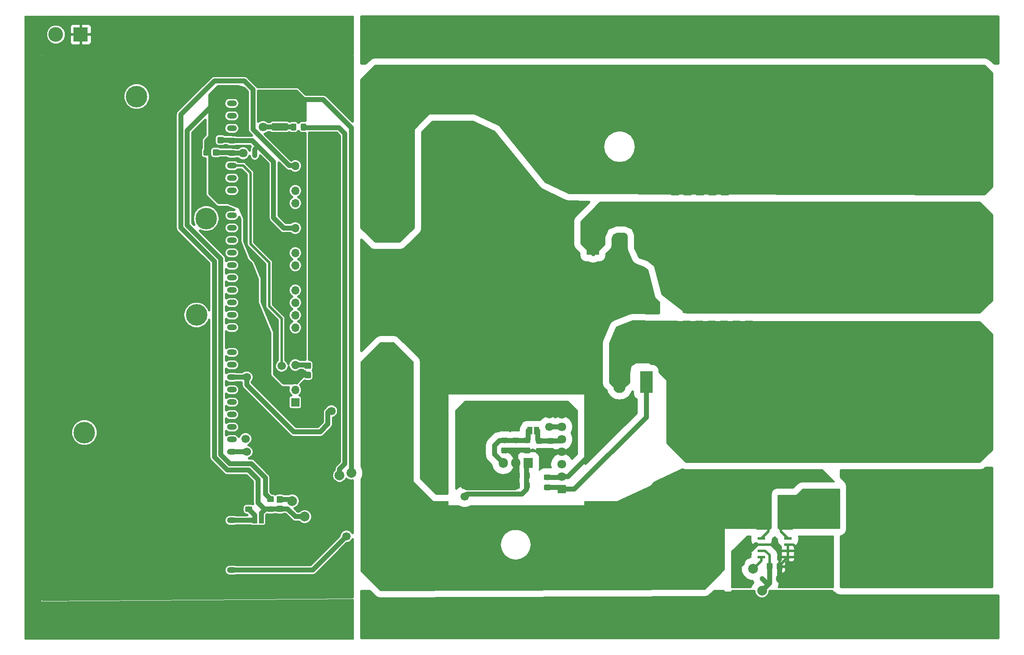
<source format=gbr>
G04 #@! TF.GenerationSoftware,KiCad,Pcbnew,(5.0.0-rc2-dev-586-g888c43477)*
G04 #@! TF.CreationDate,2018-08-27T22:46:23-03:00*
G04 #@! TF.ProjectId,Mcc18,4D636331382E6B696361645F70636200,rev?*
G04 #@! TF.SameCoordinates,Original*
G04 #@! TF.FileFunction,Copper,L2,Bot,Signal*
G04 #@! TF.FilePolarity,Positive*
%FSLAX46Y46*%
G04 Gerber Fmt 4.6, Leading zero omitted, Abs format (unit mm)*
G04 Created by KiCad (PCBNEW (5.0.0-rc2-dev-586-g888c43477)) date 08/27/18 22:46:23*
%MOMM*%
%LPD*%
G01*
G04 APERTURE LIST*
%ADD10R,3.000000X3.000000*%
%ADD11C,3.000000*%
%ADD12C,1.000000*%
%ADD13C,0.100000*%
%ADD14C,1.525000*%
%ADD15C,1.150000*%
%ADD16O,1.905000X2.000000*%
%ADD17R,1.905000X2.000000*%
%ADD18R,2.932000X6.640000*%
%ADD19O,1.700000X1.700000*%
%ADD20R,1.700000X1.700000*%
%ADD21C,1.425000*%
%ADD22C,1.300000*%
%ADD23R,1.000000X1.500000*%
%ADD24C,5.000000*%
%ADD25C,10.000000*%
%ADD26O,2.500000X4.500000*%
%ADD27R,2.500000X4.500000*%
%ADD28C,1.800000*%
%ADD29R,1.800000X1.800000*%
%ADD30R,1.550000X0.600000*%
%ADD31C,4.400000*%
%ADD32O,2.000000X1.200000*%
%ADD33C,1.700000*%
%ADD34C,2.000000*%
%ADD35C,1.000000*%
%ADD36C,0.508000*%
%ADD37C,9.000000*%
%ADD38C,3.000000*%
%ADD39C,0.800000*%
%ADD40C,0.254000*%
%ADD41C,0.304800*%
G04 APERTURE END LIST*
D10*
X61595000Y-33655000D03*
D11*
X56515000Y-33655000D03*
D12*
X200660000Y-144780000D03*
D13*
G36*
X103684505Y-51756204D02*
X103708773Y-51759804D01*
X103732572Y-51765765D01*
X103755671Y-51774030D01*
X103777850Y-51784520D01*
X103798893Y-51797132D01*
X103818599Y-51811747D01*
X103836777Y-51828223D01*
X103853253Y-51846401D01*
X103867868Y-51866107D01*
X103880480Y-51887150D01*
X103890970Y-51909329D01*
X103899235Y-51932428D01*
X103905196Y-51956227D01*
X103908796Y-51980495D01*
X103910000Y-52004999D01*
X103910000Y-53030001D01*
X103908796Y-53054505D01*
X103905196Y-53078773D01*
X103899235Y-53102572D01*
X103890970Y-53125671D01*
X103880480Y-53147850D01*
X103867868Y-53168893D01*
X103853253Y-53188599D01*
X103836777Y-53206777D01*
X103818599Y-53223253D01*
X103798893Y-53237868D01*
X103777850Y-53250480D01*
X103755671Y-53260970D01*
X103732572Y-53269235D01*
X103708773Y-53275196D01*
X103684505Y-53278796D01*
X103660001Y-53280000D01*
X100809999Y-53280000D01*
X100785495Y-53278796D01*
X100761227Y-53275196D01*
X100737428Y-53269235D01*
X100714329Y-53260970D01*
X100692150Y-53250480D01*
X100671107Y-53237868D01*
X100651401Y-53223253D01*
X100633223Y-53206777D01*
X100616747Y-53188599D01*
X100602132Y-53168893D01*
X100589520Y-53147850D01*
X100579030Y-53125671D01*
X100570765Y-53102572D01*
X100564804Y-53078773D01*
X100561204Y-53054505D01*
X100560000Y-53030001D01*
X100560000Y-52004999D01*
X100561204Y-51980495D01*
X100564804Y-51956227D01*
X100570765Y-51932428D01*
X100579030Y-51909329D01*
X100589520Y-51887150D01*
X100602132Y-51866107D01*
X100616747Y-51846401D01*
X100633223Y-51828223D01*
X100651401Y-51811747D01*
X100671107Y-51797132D01*
X100692150Y-51784520D01*
X100714329Y-51774030D01*
X100737428Y-51765765D01*
X100761227Y-51759804D01*
X100785495Y-51756204D01*
X100809999Y-51755000D01*
X103660001Y-51755000D01*
X103684505Y-51756204D01*
X103684505Y-51756204D01*
G37*
D14*
X102235000Y-52517500D03*
D13*
G36*
X103684505Y-45781204D02*
X103708773Y-45784804D01*
X103732572Y-45790765D01*
X103755671Y-45799030D01*
X103777850Y-45809520D01*
X103798893Y-45822132D01*
X103818599Y-45836747D01*
X103836777Y-45853223D01*
X103853253Y-45871401D01*
X103867868Y-45891107D01*
X103880480Y-45912150D01*
X103890970Y-45934329D01*
X103899235Y-45957428D01*
X103905196Y-45981227D01*
X103908796Y-46005495D01*
X103910000Y-46029999D01*
X103910000Y-47055001D01*
X103908796Y-47079505D01*
X103905196Y-47103773D01*
X103899235Y-47127572D01*
X103890970Y-47150671D01*
X103880480Y-47172850D01*
X103867868Y-47193893D01*
X103853253Y-47213599D01*
X103836777Y-47231777D01*
X103818599Y-47248253D01*
X103798893Y-47262868D01*
X103777850Y-47275480D01*
X103755671Y-47285970D01*
X103732572Y-47294235D01*
X103708773Y-47300196D01*
X103684505Y-47303796D01*
X103660001Y-47305000D01*
X100809999Y-47305000D01*
X100785495Y-47303796D01*
X100761227Y-47300196D01*
X100737428Y-47294235D01*
X100714329Y-47285970D01*
X100692150Y-47275480D01*
X100671107Y-47262868D01*
X100651401Y-47248253D01*
X100633223Y-47231777D01*
X100616747Y-47213599D01*
X100602132Y-47193893D01*
X100589520Y-47172850D01*
X100579030Y-47150671D01*
X100570765Y-47127572D01*
X100564804Y-47103773D01*
X100561204Y-47079505D01*
X100560000Y-47055001D01*
X100560000Y-46029999D01*
X100561204Y-46005495D01*
X100564804Y-45981227D01*
X100570765Y-45957428D01*
X100579030Y-45934329D01*
X100589520Y-45912150D01*
X100602132Y-45891107D01*
X100616747Y-45871401D01*
X100633223Y-45853223D01*
X100651401Y-45836747D01*
X100671107Y-45822132D01*
X100692150Y-45809520D01*
X100714329Y-45799030D01*
X100737428Y-45790765D01*
X100761227Y-45784804D01*
X100785495Y-45781204D01*
X100809999Y-45780000D01*
X103660001Y-45780000D01*
X103684505Y-45781204D01*
X103684505Y-45781204D01*
G37*
D14*
X102235000Y-46542500D03*
D13*
G36*
X204574505Y-141541204D02*
X204598773Y-141544804D01*
X204622572Y-141550765D01*
X204645671Y-141559030D01*
X204667850Y-141569520D01*
X204688893Y-141582132D01*
X204708599Y-141596747D01*
X204726777Y-141613223D01*
X204743253Y-141631401D01*
X204757868Y-141651107D01*
X204770480Y-141672150D01*
X204780970Y-141694329D01*
X204789235Y-141717428D01*
X204795196Y-141741227D01*
X204798796Y-141765495D01*
X204800000Y-141789999D01*
X204800000Y-142690001D01*
X204798796Y-142714505D01*
X204795196Y-142738773D01*
X204789235Y-142762572D01*
X204780970Y-142785671D01*
X204770480Y-142807850D01*
X204757868Y-142828893D01*
X204743253Y-142848599D01*
X204726777Y-142866777D01*
X204708599Y-142883253D01*
X204688893Y-142897868D01*
X204667850Y-142910480D01*
X204645671Y-142920970D01*
X204622572Y-142929235D01*
X204598773Y-142935196D01*
X204574505Y-142938796D01*
X204550001Y-142940000D01*
X203899999Y-142940000D01*
X203875495Y-142938796D01*
X203851227Y-142935196D01*
X203827428Y-142929235D01*
X203804329Y-142920970D01*
X203782150Y-142910480D01*
X203761107Y-142897868D01*
X203741401Y-142883253D01*
X203723223Y-142866777D01*
X203706747Y-142848599D01*
X203692132Y-142828893D01*
X203679520Y-142807850D01*
X203669030Y-142785671D01*
X203660765Y-142762572D01*
X203654804Y-142738773D01*
X203651204Y-142714505D01*
X203650000Y-142690001D01*
X203650000Y-141789999D01*
X203651204Y-141765495D01*
X203654804Y-141741227D01*
X203660765Y-141717428D01*
X203669030Y-141694329D01*
X203679520Y-141672150D01*
X203692132Y-141651107D01*
X203706747Y-141631401D01*
X203723223Y-141613223D01*
X203741401Y-141596747D01*
X203761107Y-141582132D01*
X203782150Y-141569520D01*
X203804329Y-141559030D01*
X203827428Y-141550765D01*
X203851227Y-141544804D01*
X203875495Y-141541204D01*
X203899999Y-141540000D01*
X204550001Y-141540000D01*
X204574505Y-141541204D01*
X204574505Y-141541204D01*
G37*
D15*
X204225000Y-142240000D03*
D13*
G36*
X202524505Y-141541204D02*
X202548773Y-141544804D01*
X202572572Y-141550765D01*
X202595671Y-141559030D01*
X202617850Y-141569520D01*
X202638893Y-141582132D01*
X202658599Y-141596747D01*
X202676777Y-141613223D01*
X202693253Y-141631401D01*
X202707868Y-141651107D01*
X202720480Y-141672150D01*
X202730970Y-141694329D01*
X202739235Y-141717428D01*
X202745196Y-141741227D01*
X202748796Y-141765495D01*
X202750000Y-141789999D01*
X202750000Y-142690001D01*
X202748796Y-142714505D01*
X202745196Y-142738773D01*
X202739235Y-142762572D01*
X202730970Y-142785671D01*
X202720480Y-142807850D01*
X202707868Y-142828893D01*
X202693253Y-142848599D01*
X202676777Y-142866777D01*
X202658599Y-142883253D01*
X202638893Y-142897868D01*
X202617850Y-142910480D01*
X202595671Y-142920970D01*
X202572572Y-142929235D01*
X202548773Y-142935196D01*
X202524505Y-142938796D01*
X202500001Y-142940000D01*
X201849999Y-142940000D01*
X201825495Y-142938796D01*
X201801227Y-142935196D01*
X201777428Y-142929235D01*
X201754329Y-142920970D01*
X201732150Y-142910480D01*
X201711107Y-142897868D01*
X201691401Y-142883253D01*
X201673223Y-142866777D01*
X201656747Y-142848599D01*
X201642132Y-142828893D01*
X201629520Y-142807850D01*
X201619030Y-142785671D01*
X201610765Y-142762572D01*
X201604804Y-142738773D01*
X201601204Y-142714505D01*
X201600000Y-142690001D01*
X201600000Y-141789999D01*
X201601204Y-141765495D01*
X201604804Y-141741227D01*
X201610765Y-141717428D01*
X201619030Y-141694329D01*
X201629520Y-141672150D01*
X201642132Y-141651107D01*
X201656747Y-141631401D01*
X201673223Y-141613223D01*
X201691401Y-141596747D01*
X201711107Y-141582132D01*
X201732150Y-141569520D01*
X201754329Y-141559030D01*
X201777428Y-141550765D01*
X201801227Y-141544804D01*
X201825495Y-141541204D01*
X201849999Y-141540000D01*
X202500001Y-141540000D01*
X202524505Y-141541204D01*
X202524505Y-141541204D01*
G37*
D15*
X202175000Y-142240000D03*
D16*
X147828000Y-121158000D03*
X150368000Y-121158000D03*
D17*
X152908000Y-121158000D03*
D18*
X205491000Y-131445000D03*
X200909000Y-131445000D03*
D19*
X105395605Y-68126995D03*
X105395605Y-73206995D03*
X105395605Y-75746995D03*
X105395605Y-78286995D03*
X105395605Y-80826995D03*
X105395605Y-85906995D03*
X105395605Y-88446995D03*
X105395605Y-90986995D03*
X105395605Y-93526995D03*
X105395605Y-96066995D03*
X105395605Y-101146995D03*
X105395605Y-103686995D03*
X105395605Y-106226995D03*
D20*
X105395605Y-108766995D03*
D19*
X105395605Y-65586995D03*
X105395605Y-63046995D03*
X105395605Y-60506995D03*
D13*
G36*
X96359505Y-127941204D02*
X96383773Y-127944804D01*
X96407572Y-127950765D01*
X96430671Y-127959030D01*
X96452850Y-127969520D01*
X96473893Y-127982132D01*
X96493599Y-127996747D01*
X96511777Y-128013223D01*
X96528253Y-128031401D01*
X96542868Y-128051107D01*
X96555480Y-128072150D01*
X96565970Y-128094329D01*
X96574235Y-128117428D01*
X96580196Y-128141227D01*
X96583796Y-128165495D01*
X96585000Y-128189999D01*
X96585000Y-128840001D01*
X96583796Y-128864505D01*
X96580196Y-128888773D01*
X96574235Y-128912572D01*
X96565970Y-128935671D01*
X96555480Y-128957850D01*
X96542868Y-128978893D01*
X96528253Y-128998599D01*
X96511777Y-129016777D01*
X96493599Y-129033253D01*
X96473893Y-129047868D01*
X96452850Y-129060480D01*
X96430671Y-129070970D01*
X96407572Y-129079235D01*
X96383773Y-129085196D01*
X96359505Y-129088796D01*
X96335001Y-129090000D01*
X95434999Y-129090000D01*
X95410495Y-129088796D01*
X95386227Y-129085196D01*
X95362428Y-129079235D01*
X95339329Y-129070970D01*
X95317150Y-129060480D01*
X95296107Y-129047868D01*
X95276401Y-129033253D01*
X95258223Y-129016777D01*
X95241747Y-128998599D01*
X95227132Y-128978893D01*
X95214520Y-128957850D01*
X95204030Y-128935671D01*
X95195765Y-128912572D01*
X95189804Y-128888773D01*
X95186204Y-128864505D01*
X95185000Y-128840001D01*
X95185000Y-128189999D01*
X95186204Y-128165495D01*
X95189804Y-128141227D01*
X95195765Y-128117428D01*
X95204030Y-128094329D01*
X95214520Y-128072150D01*
X95227132Y-128051107D01*
X95241747Y-128031401D01*
X95258223Y-128013223D01*
X95276401Y-127996747D01*
X95296107Y-127982132D01*
X95317150Y-127969520D01*
X95339329Y-127959030D01*
X95362428Y-127950765D01*
X95386227Y-127944804D01*
X95410495Y-127941204D01*
X95434999Y-127940000D01*
X96335001Y-127940000D01*
X96359505Y-127941204D01*
X96359505Y-127941204D01*
G37*
D15*
X95885000Y-128515000D03*
D13*
G36*
X96359505Y-129991204D02*
X96383773Y-129994804D01*
X96407572Y-130000765D01*
X96430671Y-130009030D01*
X96452850Y-130019520D01*
X96473893Y-130032132D01*
X96493599Y-130046747D01*
X96511777Y-130063223D01*
X96528253Y-130081401D01*
X96542868Y-130101107D01*
X96555480Y-130122150D01*
X96565970Y-130144329D01*
X96574235Y-130167428D01*
X96580196Y-130191227D01*
X96583796Y-130215495D01*
X96585000Y-130239999D01*
X96585000Y-130890001D01*
X96583796Y-130914505D01*
X96580196Y-130938773D01*
X96574235Y-130962572D01*
X96565970Y-130985671D01*
X96555480Y-131007850D01*
X96542868Y-131028893D01*
X96528253Y-131048599D01*
X96511777Y-131066777D01*
X96493599Y-131083253D01*
X96473893Y-131097868D01*
X96452850Y-131110480D01*
X96430671Y-131120970D01*
X96407572Y-131129235D01*
X96383773Y-131135196D01*
X96359505Y-131138796D01*
X96335001Y-131140000D01*
X95434999Y-131140000D01*
X95410495Y-131138796D01*
X95386227Y-131135196D01*
X95362428Y-131129235D01*
X95339329Y-131120970D01*
X95317150Y-131110480D01*
X95296107Y-131097868D01*
X95276401Y-131083253D01*
X95258223Y-131066777D01*
X95241747Y-131048599D01*
X95227132Y-131028893D01*
X95214520Y-131007850D01*
X95204030Y-130985671D01*
X95195765Y-130962572D01*
X95189804Y-130938773D01*
X95186204Y-130914505D01*
X95185000Y-130890001D01*
X95185000Y-130239999D01*
X95186204Y-130215495D01*
X95189804Y-130191227D01*
X95195765Y-130167428D01*
X95204030Y-130144329D01*
X95214520Y-130122150D01*
X95227132Y-130101107D01*
X95241747Y-130081401D01*
X95258223Y-130063223D01*
X95276401Y-130046747D01*
X95296107Y-130032132D01*
X95317150Y-130019520D01*
X95339329Y-130009030D01*
X95362428Y-130000765D01*
X95386227Y-129994804D01*
X95410495Y-129991204D01*
X95434999Y-129990000D01*
X96335001Y-129990000D01*
X96359505Y-129991204D01*
X96359505Y-129991204D01*
G37*
D15*
X95885000Y-130565000D03*
D13*
G36*
X100804505Y-129991204D02*
X100828773Y-129994804D01*
X100852572Y-130000765D01*
X100875671Y-130009030D01*
X100897850Y-130019520D01*
X100918893Y-130032132D01*
X100938599Y-130046747D01*
X100956777Y-130063223D01*
X100973253Y-130081401D01*
X100987868Y-130101107D01*
X101000480Y-130122150D01*
X101010970Y-130144329D01*
X101019235Y-130167428D01*
X101025196Y-130191227D01*
X101028796Y-130215495D01*
X101030000Y-130239999D01*
X101030000Y-130890001D01*
X101028796Y-130914505D01*
X101025196Y-130938773D01*
X101019235Y-130962572D01*
X101010970Y-130985671D01*
X101000480Y-131007850D01*
X100987868Y-131028893D01*
X100973253Y-131048599D01*
X100956777Y-131066777D01*
X100938599Y-131083253D01*
X100918893Y-131097868D01*
X100897850Y-131110480D01*
X100875671Y-131120970D01*
X100852572Y-131129235D01*
X100828773Y-131135196D01*
X100804505Y-131138796D01*
X100780001Y-131140000D01*
X99879999Y-131140000D01*
X99855495Y-131138796D01*
X99831227Y-131135196D01*
X99807428Y-131129235D01*
X99784329Y-131120970D01*
X99762150Y-131110480D01*
X99741107Y-131097868D01*
X99721401Y-131083253D01*
X99703223Y-131066777D01*
X99686747Y-131048599D01*
X99672132Y-131028893D01*
X99659520Y-131007850D01*
X99649030Y-130985671D01*
X99640765Y-130962572D01*
X99634804Y-130938773D01*
X99631204Y-130914505D01*
X99630000Y-130890001D01*
X99630000Y-130239999D01*
X99631204Y-130215495D01*
X99634804Y-130191227D01*
X99640765Y-130167428D01*
X99649030Y-130144329D01*
X99659520Y-130122150D01*
X99672132Y-130101107D01*
X99686747Y-130081401D01*
X99703223Y-130063223D01*
X99721401Y-130046747D01*
X99741107Y-130032132D01*
X99762150Y-130019520D01*
X99784329Y-130009030D01*
X99807428Y-130000765D01*
X99831227Y-129994804D01*
X99855495Y-129991204D01*
X99879999Y-129990000D01*
X100780001Y-129990000D01*
X100804505Y-129991204D01*
X100804505Y-129991204D01*
G37*
D15*
X100330000Y-130565000D03*
D13*
G36*
X100804505Y-127941204D02*
X100828773Y-127944804D01*
X100852572Y-127950765D01*
X100875671Y-127959030D01*
X100897850Y-127969520D01*
X100918893Y-127982132D01*
X100938599Y-127996747D01*
X100956777Y-128013223D01*
X100973253Y-128031401D01*
X100987868Y-128051107D01*
X101000480Y-128072150D01*
X101010970Y-128094329D01*
X101019235Y-128117428D01*
X101025196Y-128141227D01*
X101028796Y-128165495D01*
X101030000Y-128189999D01*
X101030000Y-128840001D01*
X101028796Y-128864505D01*
X101025196Y-128888773D01*
X101019235Y-128912572D01*
X101010970Y-128935671D01*
X101000480Y-128957850D01*
X100987868Y-128978893D01*
X100973253Y-128998599D01*
X100956777Y-129016777D01*
X100938599Y-129033253D01*
X100918893Y-129047868D01*
X100897850Y-129060480D01*
X100875671Y-129070970D01*
X100852572Y-129079235D01*
X100828773Y-129085196D01*
X100804505Y-129088796D01*
X100780001Y-129090000D01*
X99879999Y-129090000D01*
X99855495Y-129088796D01*
X99831227Y-129085196D01*
X99807428Y-129079235D01*
X99784329Y-129070970D01*
X99762150Y-129060480D01*
X99741107Y-129047868D01*
X99721401Y-129033253D01*
X99703223Y-129016777D01*
X99686747Y-128998599D01*
X99672132Y-128978893D01*
X99659520Y-128957850D01*
X99649030Y-128935671D01*
X99640765Y-128912572D01*
X99634804Y-128888773D01*
X99631204Y-128864505D01*
X99630000Y-128840001D01*
X99630000Y-128189999D01*
X99631204Y-128165495D01*
X99634804Y-128141227D01*
X99640765Y-128117428D01*
X99649030Y-128094329D01*
X99659520Y-128072150D01*
X99672132Y-128051107D01*
X99686747Y-128031401D01*
X99703223Y-128013223D01*
X99721401Y-127996747D01*
X99741107Y-127982132D01*
X99762150Y-127969520D01*
X99784329Y-127959030D01*
X99807428Y-127950765D01*
X99831227Y-127944804D01*
X99855495Y-127941204D01*
X99879999Y-127940000D01*
X100780001Y-127940000D01*
X100804505Y-127941204D01*
X100804505Y-127941204D01*
G37*
D15*
X100330000Y-128515000D03*
D13*
G36*
X155668505Y-116051704D02*
X155692773Y-116055304D01*
X155716572Y-116061265D01*
X155739671Y-116069530D01*
X155761850Y-116080020D01*
X155782893Y-116092632D01*
X155802599Y-116107247D01*
X155820777Y-116123723D01*
X155837253Y-116141901D01*
X155851868Y-116161607D01*
X155864480Y-116182650D01*
X155874970Y-116204829D01*
X155883235Y-116227928D01*
X155889196Y-116251727D01*
X155892796Y-116275995D01*
X155894000Y-116300499D01*
X155894000Y-116950501D01*
X155892796Y-116975005D01*
X155889196Y-116999273D01*
X155883235Y-117023072D01*
X155874970Y-117046171D01*
X155864480Y-117068350D01*
X155851868Y-117089393D01*
X155837253Y-117109099D01*
X155820777Y-117127277D01*
X155802599Y-117143753D01*
X155782893Y-117158368D01*
X155761850Y-117170980D01*
X155739671Y-117181470D01*
X155716572Y-117189735D01*
X155692773Y-117195696D01*
X155668505Y-117199296D01*
X155644001Y-117200500D01*
X154743999Y-117200500D01*
X154719495Y-117199296D01*
X154695227Y-117195696D01*
X154671428Y-117189735D01*
X154648329Y-117181470D01*
X154626150Y-117170980D01*
X154605107Y-117158368D01*
X154585401Y-117143753D01*
X154567223Y-117127277D01*
X154550747Y-117109099D01*
X154536132Y-117089393D01*
X154523520Y-117068350D01*
X154513030Y-117046171D01*
X154504765Y-117023072D01*
X154498804Y-116999273D01*
X154495204Y-116975005D01*
X154494000Y-116950501D01*
X154494000Y-116300499D01*
X154495204Y-116275995D01*
X154498804Y-116251727D01*
X154504765Y-116227928D01*
X154513030Y-116204829D01*
X154523520Y-116182650D01*
X154536132Y-116161607D01*
X154550747Y-116141901D01*
X154567223Y-116123723D01*
X154585401Y-116107247D01*
X154605107Y-116092632D01*
X154626150Y-116080020D01*
X154648329Y-116069530D01*
X154671428Y-116061265D01*
X154695227Y-116055304D01*
X154719495Y-116051704D01*
X154743999Y-116050500D01*
X155644001Y-116050500D01*
X155668505Y-116051704D01*
X155668505Y-116051704D01*
G37*
D15*
X155194000Y-116625500D03*
D13*
G36*
X155668505Y-118101704D02*
X155692773Y-118105304D01*
X155716572Y-118111265D01*
X155739671Y-118119530D01*
X155761850Y-118130020D01*
X155782893Y-118142632D01*
X155802599Y-118157247D01*
X155820777Y-118173723D01*
X155837253Y-118191901D01*
X155851868Y-118211607D01*
X155864480Y-118232650D01*
X155874970Y-118254829D01*
X155883235Y-118277928D01*
X155889196Y-118301727D01*
X155892796Y-118325995D01*
X155894000Y-118350499D01*
X155894000Y-119000501D01*
X155892796Y-119025005D01*
X155889196Y-119049273D01*
X155883235Y-119073072D01*
X155874970Y-119096171D01*
X155864480Y-119118350D01*
X155851868Y-119139393D01*
X155837253Y-119159099D01*
X155820777Y-119177277D01*
X155802599Y-119193753D01*
X155782893Y-119208368D01*
X155761850Y-119220980D01*
X155739671Y-119231470D01*
X155716572Y-119239735D01*
X155692773Y-119245696D01*
X155668505Y-119249296D01*
X155644001Y-119250500D01*
X154743999Y-119250500D01*
X154719495Y-119249296D01*
X154695227Y-119245696D01*
X154671428Y-119239735D01*
X154648329Y-119231470D01*
X154626150Y-119220980D01*
X154605107Y-119208368D01*
X154585401Y-119193753D01*
X154567223Y-119177277D01*
X154550747Y-119159099D01*
X154536132Y-119139393D01*
X154523520Y-119118350D01*
X154513030Y-119096171D01*
X154504765Y-119073072D01*
X154498804Y-119049273D01*
X154495204Y-119025005D01*
X154494000Y-119000501D01*
X154494000Y-118350499D01*
X154495204Y-118325995D01*
X154498804Y-118301727D01*
X154504765Y-118277928D01*
X154513030Y-118254829D01*
X154523520Y-118232650D01*
X154536132Y-118211607D01*
X154550747Y-118191901D01*
X154567223Y-118173723D01*
X154585401Y-118157247D01*
X154605107Y-118142632D01*
X154626150Y-118130020D01*
X154648329Y-118119530D01*
X154671428Y-118111265D01*
X154695227Y-118105304D01*
X154719495Y-118101704D01*
X154743999Y-118100500D01*
X155644001Y-118100500D01*
X155668505Y-118101704D01*
X155668505Y-118101704D01*
G37*
D15*
X155194000Y-118675500D03*
D13*
G36*
X157954505Y-118101704D02*
X157978773Y-118105304D01*
X158002572Y-118111265D01*
X158025671Y-118119530D01*
X158047850Y-118130020D01*
X158068893Y-118142632D01*
X158088599Y-118157247D01*
X158106777Y-118173723D01*
X158123253Y-118191901D01*
X158137868Y-118211607D01*
X158150480Y-118232650D01*
X158160970Y-118254829D01*
X158169235Y-118277928D01*
X158175196Y-118301727D01*
X158178796Y-118325995D01*
X158180000Y-118350499D01*
X158180000Y-119000501D01*
X158178796Y-119025005D01*
X158175196Y-119049273D01*
X158169235Y-119073072D01*
X158160970Y-119096171D01*
X158150480Y-119118350D01*
X158137868Y-119139393D01*
X158123253Y-119159099D01*
X158106777Y-119177277D01*
X158088599Y-119193753D01*
X158068893Y-119208368D01*
X158047850Y-119220980D01*
X158025671Y-119231470D01*
X158002572Y-119239735D01*
X157978773Y-119245696D01*
X157954505Y-119249296D01*
X157930001Y-119250500D01*
X157029999Y-119250500D01*
X157005495Y-119249296D01*
X156981227Y-119245696D01*
X156957428Y-119239735D01*
X156934329Y-119231470D01*
X156912150Y-119220980D01*
X156891107Y-119208368D01*
X156871401Y-119193753D01*
X156853223Y-119177277D01*
X156836747Y-119159099D01*
X156822132Y-119139393D01*
X156809520Y-119118350D01*
X156799030Y-119096171D01*
X156790765Y-119073072D01*
X156784804Y-119049273D01*
X156781204Y-119025005D01*
X156780000Y-119000501D01*
X156780000Y-118350499D01*
X156781204Y-118325995D01*
X156784804Y-118301727D01*
X156790765Y-118277928D01*
X156799030Y-118254829D01*
X156809520Y-118232650D01*
X156822132Y-118211607D01*
X156836747Y-118191901D01*
X156853223Y-118173723D01*
X156871401Y-118157247D01*
X156891107Y-118142632D01*
X156912150Y-118130020D01*
X156934329Y-118119530D01*
X156957428Y-118111265D01*
X156981227Y-118105304D01*
X157005495Y-118101704D01*
X157029999Y-118100500D01*
X157930001Y-118100500D01*
X157954505Y-118101704D01*
X157954505Y-118101704D01*
G37*
D15*
X157480000Y-118675500D03*
D13*
G36*
X157954505Y-116051704D02*
X157978773Y-116055304D01*
X158002572Y-116061265D01*
X158025671Y-116069530D01*
X158047850Y-116080020D01*
X158068893Y-116092632D01*
X158088599Y-116107247D01*
X158106777Y-116123723D01*
X158123253Y-116141901D01*
X158137868Y-116161607D01*
X158150480Y-116182650D01*
X158160970Y-116204829D01*
X158169235Y-116227928D01*
X158175196Y-116251727D01*
X158178796Y-116275995D01*
X158180000Y-116300499D01*
X158180000Y-116950501D01*
X158178796Y-116975005D01*
X158175196Y-116999273D01*
X158169235Y-117023072D01*
X158160970Y-117046171D01*
X158150480Y-117068350D01*
X158137868Y-117089393D01*
X158123253Y-117109099D01*
X158106777Y-117127277D01*
X158088599Y-117143753D01*
X158068893Y-117158368D01*
X158047850Y-117170980D01*
X158025671Y-117181470D01*
X158002572Y-117189735D01*
X157978773Y-117195696D01*
X157954505Y-117199296D01*
X157930001Y-117200500D01*
X157029999Y-117200500D01*
X157005495Y-117199296D01*
X156981227Y-117195696D01*
X156957428Y-117189735D01*
X156934329Y-117181470D01*
X156912150Y-117170980D01*
X156891107Y-117158368D01*
X156871401Y-117143753D01*
X156853223Y-117127277D01*
X156836747Y-117109099D01*
X156822132Y-117089393D01*
X156809520Y-117068350D01*
X156799030Y-117046171D01*
X156790765Y-117023072D01*
X156784804Y-116999273D01*
X156781204Y-116975005D01*
X156780000Y-116950501D01*
X156780000Y-116300499D01*
X156781204Y-116275995D01*
X156784804Y-116251727D01*
X156790765Y-116227928D01*
X156799030Y-116204829D01*
X156809520Y-116182650D01*
X156822132Y-116161607D01*
X156836747Y-116141901D01*
X156853223Y-116123723D01*
X156871401Y-116107247D01*
X156891107Y-116092632D01*
X156912150Y-116080020D01*
X156934329Y-116069530D01*
X156957428Y-116061265D01*
X156981227Y-116055304D01*
X157005495Y-116051704D01*
X157029999Y-116050500D01*
X157930001Y-116050500D01*
X157954505Y-116051704D01*
X157954505Y-116051704D01*
G37*
D15*
X157480000Y-116625500D03*
D13*
G36*
X153128505Y-115954704D02*
X153152773Y-115958304D01*
X153176572Y-115964265D01*
X153199671Y-115972530D01*
X153221850Y-115983020D01*
X153242893Y-115995632D01*
X153262599Y-116010247D01*
X153280777Y-116026723D01*
X153297253Y-116044901D01*
X153311868Y-116064607D01*
X153324480Y-116085650D01*
X153334970Y-116107829D01*
X153343235Y-116130928D01*
X153349196Y-116154727D01*
X153352796Y-116178995D01*
X153354000Y-116203499D01*
X153354000Y-116853501D01*
X153352796Y-116878005D01*
X153349196Y-116902273D01*
X153343235Y-116926072D01*
X153334970Y-116949171D01*
X153324480Y-116971350D01*
X153311868Y-116992393D01*
X153297253Y-117012099D01*
X153280777Y-117030277D01*
X153262599Y-117046753D01*
X153242893Y-117061368D01*
X153221850Y-117073980D01*
X153199671Y-117084470D01*
X153176572Y-117092735D01*
X153152773Y-117098696D01*
X153128505Y-117102296D01*
X153104001Y-117103500D01*
X152203999Y-117103500D01*
X152179495Y-117102296D01*
X152155227Y-117098696D01*
X152131428Y-117092735D01*
X152108329Y-117084470D01*
X152086150Y-117073980D01*
X152065107Y-117061368D01*
X152045401Y-117046753D01*
X152027223Y-117030277D01*
X152010747Y-117012099D01*
X151996132Y-116992393D01*
X151983520Y-116971350D01*
X151973030Y-116949171D01*
X151964765Y-116926072D01*
X151958804Y-116902273D01*
X151955204Y-116878005D01*
X151954000Y-116853501D01*
X151954000Y-116203499D01*
X151955204Y-116178995D01*
X151958804Y-116154727D01*
X151964765Y-116130928D01*
X151973030Y-116107829D01*
X151983520Y-116085650D01*
X151996132Y-116064607D01*
X152010747Y-116044901D01*
X152027223Y-116026723D01*
X152045401Y-116010247D01*
X152065107Y-115995632D01*
X152086150Y-115983020D01*
X152108329Y-115972530D01*
X152131428Y-115964265D01*
X152155227Y-115958304D01*
X152179495Y-115954704D01*
X152203999Y-115953500D01*
X153104001Y-115953500D01*
X153128505Y-115954704D01*
X153128505Y-115954704D01*
G37*
D15*
X152654000Y-116528500D03*
D13*
G36*
X153128505Y-118004704D02*
X153152773Y-118008304D01*
X153176572Y-118014265D01*
X153199671Y-118022530D01*
X153221850Y-118033020D01*
X153242893Y-118045632D01*
X153262599Y-118060247D01*
X153280777Y-118076723D01*
X153297253Y-118094901D01*
X153311868Y-118114607D01*
X153324480Y-118135650D01*
X153334970Y-118157829D01*
X153343235Y-118180928D01*
X153349196Y-118204727D01*
X153352796Y-118228995D01*
X153354000Y-118253499D01*
X153354000Y-118903501D01*
X153352796Y-118928005D01*
X153349196Y-118952273D01*
X153343235Y-118976072D01*
X153334970Y-118999171D01*
X153324480Y-119021350D01*
X153311868Y-119042393D01*
X153297253Y-119062099D01*
X153280777Y-119080277D01*
X153262599Y-119096753D01*
X153242893Y-119111368D01*
X153221850Y-119123980D01*
X153199671Y-119134470D01*
X153176572Y-119142735D01*
X153152773Y-119148696D01*
X153128505Y-119152296D01*
X153104001Y-119153500D01*
X152203999Y-119153500D01*
X152179495Y-119152296D01*
X152155227Y-119148696D01*
X152131428Y-119142735D01*
X152108329Y-119134470D01*
X152086150Y-119123980D01*
X152065107Y-119111368D01*
X152045401Y-119096753D01*
X152027223Y-119080277D01*
X152010747Y-119062099D01*
X151996132Y-119042393D01*
X151983520Y-119021350D01*
X151973030Y-118999171D01*
X151964765Y-118976072D01*
X151958804Y-118952273D01*
X151955204Y-118928005D01*
X151954000Y-118903501D01*
X151954000Y-118253499D01*
X151955204Y-118228995D01*
X151958804Y-118204727D01*
X151964765Y-118180928D01*
X151973030Y-118157829D01*
X151983520Y-118135650D01*
X151996132Y-118114607D01*
X152010747Y-118094901D01*
X152027223Y-118076723D01*
X152045401Y-118060247D01*
X152065107Y-118045632D01*
X152086150Y-118033020D01*
X152108329Y-118022530D01*
X152131428Y-118014265D01*
X152155227Y-118008304D01*
X152179495Y-118004704D01*
X152203999Y-118003500D01*
X153104001Y-118003500D01*
X153128505Y-118004704D01*
X153128505Y-118004704D01*
G37*
D15*
X152654000Y-118578500D03*
D13*
G36*
X150842505Y-118004704D02*
X150866773Y-118008304D01*
X150890572Y-118014265D01*
X150913671Y-118022530D01*
X150935850Y-118033020D01*
X150956893Y-118045632D01*
X150976599Y-118060247D01*
X150994777Y-118076723D01*
X151011253Y-118094901D01*
X151025868Y-118114607D01*
X151038480Y-118135650D01*
X151048970Y-118157829D01*
X151057235Y-118180928D01*
X151063196Y-118204727D01*
X151066796Y-118228995D01*
X151068000Y-118253499D01*
X151068000Y-118903501D01*
X151066796Y-118928005D01*
X151063196Y-118952273D01*
X151057235Y-118976072D01*
X151048970Y-118999171D01*
X151038480Y-119021350D01*
X151025868Y-119042393D01*
X151011253Y-119062099D01*
X150994777Y-119080277D01*
X150976599Y-119096753D01*
X150956893Y-119111368D01*
X150935850Y-119123980D01*
X150913671Y-119134470D01*
X150890572Y-119142735D01*
X150866773Y-119148696D01*
X150842505Y-119152296D01*
X150818001Y-119153500D01*
X149917999Y-119153500D01*
X149893495Y-119152296D01*
X149869227Y-119148696D01*
X149845428Y-119142735D01*
X149822329Y-119134470D01*
X149800150Y-119123980D01*
X149779107Y-119111368D01*
X149759401Y-119096753D01*
X149741223Y-119080277D01*
X149724747Y-119062099D01*
X149710132Y-119042393D01*
X149697520Y-119021350D01*
X149687030Y-118999171D01*
X149678765Y-118976072D01*
X149672804Y-118952273D01*
X149669204Y-118928005D01*
X149668000Y-118903501D01*
X149668000Y-118253499D01*
X149669204Y-118228995D01*
X149672804Y-118204727D01*
X149678765Y-118180928D01*
X149687030Y-118157829D01*
X149697520Y-118135650D01*
X149710132Y-118114607D01*
X149724747Y-118094901D01*
X149741223Y-118076723D01*
X149759401Y-118060247D01*
X149779107Y-118045632D01*
X149800150Y-118033020D01*
X149822329Y-118022530D01*
X149845428Y-118014265D01*
X149869227Y-118008304D01*
X149893495Y-118004704D01*
X149917999Y-118003500D01*
X150818001Y-118003500D01*
X150842505Y-118004704D01*
X150842505Y-118004704D01*
G37*
D15*
X150368000Y-118578500D03*
D13*
G36*
X150842505Y-115954704D02*
X150866773Y-115958304D01*
X150890572Y-115964265D01*
X150913671Y-115972530D01*
X150935850Y-115983020D01*
X150956893Y-115995632D01*
X150976599Y-116010247D01*
X150994777Y-116026723D01*
X151011253Y-116044901D01*
X151025868Y-116064607D01*
X151038480Y-116085650D01*
X151048970Y-116107829D01*
X151057235Y-116130928D01*
X151063196Y-116154727D01*
X151066796Y-116178995D01*
X151068000Y-116203499D01*
X151068000Y-116853501D01*
X151066796Y-116878005D01*
X151063196Y-116902273D01*
X151057235Y-116926072D01*
X151048970Y-116949171D01*
X151038480Y-116971350D01*
X151025868Y-116992393D01*
X151011253Y-117012099D01*
X150994777Y-117030277D01*
X150976599Y-117046753D01*
X150956893Y-117061368D01*
X150935850Y-117073980D01*
X150913671Y-117084470D01*
X150890572Y-117092735D01*
X150866773Y-117098696D01*
X150842505Y-117102296D01*
X150818001Y-117103500D01*
X149917999Y-117103500D01*
X149893495Y-117102296D01*
X149869227Y-117098696D01*
X149845428Y-117092735D01*
X149822329Y-117084470D01*
X149800150Y-117073980D01*
X149779107Y-117061368D01*
X149759401Y-117046753D01*
X149741223Y-117030277D01*
X149724747Y-117012099D01*
X149710132Y-116992393D01*
X149697520Y-116971350D01*
X149687030Y-116949171D01*
X149678765Y-116926072D01*
X149672804Y-116902273D01*
X149669204Y-116878005D01*
X149668000Y-116853501D01*
X149668000Y-116203499D01*
X149669204Y-116178995D01*
X149672804Y-116154727D01*
X149678765Y-116130928D01*
X149687030Y-116107829D01*
X149697520Y-116085650D01*
X149710132Y-116064607D01*
X149724747Y-116044901D01*
X149741223Y-116026723D01*
X149759401Y-116010247D01*
X149779107Y-115995632D01*
X149800150Y-115983020D01*
X149822329Y-115972530D01*
X149845428Y-115964265D01*
X149869227Y-115958304D01*
X149893495Y-115954704D01*
X149917999Y-115953500D01*
X150818001Y-115953500D01*
X150842505Y-115954704D01*
X150842505Y-115954704D01*
G37*
D15*
X150368000Y-116528500D03*
D13*
G36*
X148556505Y-115954704D02*
X148580773Y-115958304D01*
X148604572Y-115964265D01*
X148627671Y-115972530D01*
X148649850Y-115983020D01*
X148670893Y-115995632D01*
X148690599Y-116010247D01*
X148708777Y-116026723D01*
X148725253Y-116044901D01*
X148739868Y-116064607D01*
X148752480Y-116085650D01*
X148762970Y-116107829D01*
X148771235Y-116130928D01*
X148777196Y-116154727D01*
X148780796Y-116178995D01*
X148782000Y-116203499D01*
X148782000Y-116853501D01*
X148780796Y-116878005D01*
X148777196Y-116902273D01*
X148771235Y-116926072D01*
X148762970Y-116949171D01*
X148752480Y-116971350D01*
X148739868Y-116992393D01*
X148725253Y-117012099D01*
X148708777Y-117030277D01*
X148690599Y-117046753D01*
X148670893Y-117061368D01*
X148649850Y-117073980D01*
X148627671Y-117084470D01*
X148604572Y-117092735D01*
X148580773Y-117098696D01*
X148556505Y-117102296D01*
X148532001Y-117103500D01*
X147631999Y-117103500D01*
X147607495Y-117102296D01*
X147583227Y-117098696D01*
X147559428Y-117092735D01*
X147536329Y-117084470D01*
X147514150Y-117073980D01*
X147493107Y-117061368D01*
X147473401Y-117046753D01*
X147455223Y-117030277D01*
X147438747Y-117012099D01*
X147424132Y-116992393D01*
X147411520Y-116971350D01*
X147401030Y-116949171D01*
X147392765Y-116926072D01*
X147386804Y-116902273D01*
X147383204Y-116878005D01*
X147382000Y-116853501D01*
X147382000Y-116203499D01*
X147383204Y-116178995D01*
X147386804Y-116154727D01*
X147392765Y-116130928D01*
X147401030Y-116107829D01*
X147411520Y-116085650D01*
X147424132Y-116064607D01*
X147438747Y-116044901D01*
X147455223Y-116026723D01*
X147473401Y-116010247D01*
X147493107Y-115995632D01*
X147514150Y-115983020D01*
X147536329Y-115972530D01*
X147559428Y-115964265D01*
X147583227Y-115958304D01*
X147607495Y-115954704D01*
X147631999Y-115953500D01*
X148532001Y-115953500D01*
X148556505Y-115954704D01*
X148556505Y-115954704D01*
G37*
D15*
X148082000Y-116528500D03*
D13*
G36*
X148556505Y-118004704D02*
X148580773Y-118008304D01*
X148604572Y-118014265D01*
X148627671Y-118022530D01*
X148649850Y-118033020D01*
X148670893Y-118045632D01*
X148690599Y-118060247D01*
X148708777Y-118076723D01*
X148725253Y-118094901D01*
X148739868Y-118114607D01*
X148752480Y-118135650D01*
X148762970Y-118157829D01*
X148771235Y-118180928D01*
X148777196Y-118204727D01*
X148780796Y-118228995D01*
X148782000Y-118253499D01*
X148782000Y-118903501D01*
X148780796Y-118928005D01*
X148777196Y-118952273D01*
X148771235Y-118976072D01*
X148762970Y-118999171D01*
X148752480Y-119021350D01*
X148739868Y-119042393D01*
X148725253Y-119062099D01*
X148708777Y-119080277D01*
X148690599Y-119096753D01*
X148670893Y-119111368D01*
X148649850Y-119123980D01*
X148627671Y-119134470D01*
X148604572Y-119142735D01*
X148580773Y-119148696D01*
X148556505Y-119152296D01*
X148532001Y-119153500D01*
X147631999Y-119153500D01*
X147607495Y-119152296D01*
X147583227Y-119148696D01*
X147559428Y-119142735D01*
X147536329Y-119134470D01*
X147514150Y-119123980D01*
X147493107Y-119111368D01*
X147473401Y-119096753D01*
X147455223Y-119080277D01*
X147438747Y-119062099D01*
X147424132Y-119042393D01*
X147411520Y-119021350D01*
X147401030Y-118999171D01*
X147392765Y-118976072D01*
X147386804Y-118952273D01*
X147383204Y-118928005D01*
X147382000Y-118903501D01*
X147382000Y-118253499D01*
X147383204Y-118228995D01*
X147386804Y-118204727D01*
X147392765Y-118180928D01*
X147401030Y-118157829D01*
X147411520Y-118135650D01*
X147424132Y-118114607D01*
X147438747Y-118094901D01*
X147455223Y-118076723D01*
X147473401Y-118060247D01*
X147493107Y-118045632D01*
X147514150Y-118033020D01*
X147536329Y-118022530D01*
X147559428Y-118014265D01*
X147583227Y-118008304D01*
X147607495Y-118004704D01*
X147631999Y-118003500D01*
X148532001Y-118003500D01*
X148556505Y-118004704D01*
X148556505Y-118004704D01*
G37*
D15*
X148082000Y-118578500D03*
D13*
G36*
X150962505Y-125031204D02*
X150986773Y-125034804D01*
X151010572Y-125040765D01*
X151033671Y-125049030D01*
X151055850Y-125059520D01*
X151076893Y-125072132D01*
X151096599Y-125086747D01*
X151114777Y-125103223D01*
X151131253Y-125121401D01*
X151145868Y-125141107D01*
X151158480Y-125162150D01*
X151168970Y-125184329D01*
X151177235Y-125207428D01*
X151183196Y-125231227D01*
X151186796Y-125255495D01*
X151188000Y-125279999D01*
X151188000Y-126180001D01*
X151186796Y-126204505D01*
X151183196Y-126228773D01*
X151177235Y-126252572D01*
X151168970Y-126275671D01*
X151158480Y-126297850D01*
X151145868Y-126318893D01*
X151131253Y-126338599D01*
X151114777Y-126356777D01*
X151096599Y-126373253D01*
X151076893Y-126387868D01*
X151055850Y-126400480D01*
X151033671Y-126410970D01*
X151010572Y-126419235D01*
X150986773Y-126425196D01*
X150962505Y-126428796D01*
X150938001Y-126430000D01*
X150287999Y-126430000D01*
X150263495Y-126428796D01*
X150239227Y-126425196D01*
X150215428Y-126419235D01*
X150192329Y-126410970D01*
X150170150Y-126400480D01*
X150149107Y-126387868D01*
X150129401Y-126373253D01*
X150111223Y-126356777D01*
X150094747Y-126338599D01*
X150080132Y-126318893D01*
X150067520Y-126297850D01*
X150057030Y-126275671D01*
X150048765Y-126252572D01*
X150042804Y-126228773D01*
X150039204Y-126204505D01*
X150038000Y-126180001D01*
X150038000Y-125279999D01*
X150039204Y-125255495D01*
X150042804Y-125231227D01*
X150048765Y-125207428D01*
X150057030Y-125184329D01*
X150067520Y-125162150D01*
X150080132Y-125141107D01*
X150094747Y-125121401D01*
X150111223Y-125103223D01*
X150129401Y-125086747D01*
X150149107Y-125072132D01*
X150170150Y-125059520D01*
X150192329Y-125049030D01*
X150215428Y-125040765D01*
X150239227Y-125034804D01*
X150263495Y-125031204D01*
X150287999Y-125030000D01*
X150938001Y-125030000D01*
X150962505Y-125031204D01*
X150962505Y-125031204D01*
G37*
D15*
X150613000Y-125730000D03*
D13*
G36*
X153012505Y-125031204D02*
X153036773Y-125034804D01*
X153060572Y-125040765D01*
X153083671Y-125049030D01*
X153105850Y-125059520D01*
X153126893Y-125072132D01*
X153146599Y-125086747D01*
X153164777Y-125103223D01*
X153181253Y-125121401D01*
X153195868Y-125141107D01*
X153208480Y-125162150D01*
X153218970Y-125184329D01*
X153227235Y-125207428D01*
X153233196Y-125231227D01*
X153236796Y-125255495D01*
X153238000Y-125279999D01*
X153238000Y-126180001D01*
X153236796Y-126204505D01*
X153233196Y-126228773D01*
X153227235Y-126252572D01*
X153218970Y-126275671D01*
X153208480Y-126297850D01*
X153195868Y-126318893D01*
X153181253Y-126338599D01*
X153164777Y-126356777D01*
X153146599Y-126373253D01*
X153126893Y-126387868D01*
X153105850Y-126400480D01*
X153083671Y-126410970D01*
X153060572Y-126419235D01*
X153036773Y-126425196D01*
X153012505Y-126428796D01*
X152988001Y-126430000D01*
X152337999Y-126430000D01*
X152313495Y-126428796D01*
X152289227Y-126425196D01*
X152265428Y-126419235D01*
X152242329Y-126410970D01*
X152220150Y-126400480D01*
X152199107Y-126387868D01*
X152179401Y-126373253D01*
X152161223Y-126356777D01*
X152144747Y-126338599D01*
X152130132Y-126318893D01*
X152117520Y-126297850D01*
X152107030Y-126275671D01*
X152098765Y-126252572D01*
X152092804Y-126228773D01*
X152089204Y-126204505D01*
X152088000Y-126180001D01*
X152088000Y-125279999D01*
X152089204Y-125255495D01*
X152092804Y-125231227D01*
X152098765Y-125207428D01*
X152107030Y-125184329D01*
X152117520Y-125162150D01*
X152130132Y-125141107D01*
X152144747Y-125121401D01*
X152161223Y-125103223D01*
X152179401Y-125086747D01*
X152199107Y-125072132D01*
X152220150Y-125059520D01*
X152242329Y-125049030D01*
X152265428Y-125040765D01*
X152289227Y-125034804D01*
X152313495Y-125031204D01*
X152337999Y-125030000D01*
X152988001Y-125030000D01*
X153012505Y-125031204D01*
X153012505Y-125031204D01*
G37*
D15*
X152663000Y-125730000D03*
D13*
G36*
X153012505Y-122999204D02*
X153036773Y-123002804D01*
X153060572Y-123008765D01*
X153083671Y-123017030D01*
X153105850Y-123027520D01*
X153126893Y-123040132D01*
X153146599Y-123054747D01*
X153164777Y-123071223D01*
X153181253Y-123089401D01*
X153195868Y-123109107D01*
X153208480Y-123130150D01*
X153218970Y-123152329D01*
X153227235Y-123175428D01*
X153233196Y-123199227D01*
X153236796Y-123223495D01*
X153238000Y-123247999D01*
X153238000Y-124148001D01*
X153236796Y-124172505D01*
X153233196Y-124196773D01*
X153227235Y-124220572D01*
X153218970Y-124243671D01*
X153208480Y-124265850D01*
X153195868Y-124286893D01*
X153181253Y-124306599D01*
X153164777Y-124324777D01*
X153146599Y-124341253D01*
X153126893Y-124355868D01*
X153105850Y-124368480D01*
X153083671Y-124378970D01*
X153060572Y-124387235D01*
X153036773Y-124393196D01*
X153012505Y-124396796D01*
X152988001Y-124398000D01*
X152337999Y-124398000D01*
X152313495Y-124396796D01*
X152289227Y-124393196D01*
X152265428Y-124387235D01*
X152242329Y-124378970D01*
X152220150Y-124368480D01*
X152199107Y-124355868D01*
X152179401Y-124341253D01*
X152161223Y-124324777D01*
X152144747Y-124306599D01*
X152130132Y-124286893D01*
X152117520Y-124265850D01*
X152107030Y-124243671D01*
X152098765Y-124220572D01*
X152092804Y-124196773D01*
X152089204Y-124172505D01*
X152088000Y-124148001D01*
X152088000Y-123247999D01*
X152089204Y-123223495D01*
X152092804Y-123199227D01*
X152098765Y-123175428D01*
X152107030Y-123152329D01*
X152117520Y-123130150D01*
X152130132Y-123109107D01*
X152144747Y-123089401D01*
X152161223Y-123071223D01*
X152179401Y-123054747D01*
X152199107Y-123040132D01*
X152220150Y-123027520D01*
X152242329Y-123017030D01*
X152265428Y-123008765D01*
X152289227Y-123002804D01*
X152313495Y-122999204D01*
X152337999Y-122998000D01*
X152988001Y-122998000D01*
X153012505Y-122999204D01*
X153012505Y-122999204D01*
G37*
D15*
X152663000Y-123698000D03*
D13*
G36*
X150962505Y-122999204D02*
X150986773Y-123002804D01*
X151010572Y-123008765D01*
X151033671Y-123017030D01*
X151055850Y-123027520D01*
X151076893Y-123040132D01*
X151096599Y-123054747D01*
X151114777Y-123071223D01*
X151131253Y-123089401D01*
X151145868Y-123109107D01*
X151158480Y-123130150D01*
X151168970Y-123152329D01*
X151177235Y-123175428D01*
X151183196Y-123199227D01*
X151186796Y-123223495D01*
X151188000Y-123247999D01*
X151188000Y-124148001D01*
X151186796Y-124172505D01*
X151183196Y-124196773D01*
X151177235Y-124220572D01*
X151168970Y-124243671D01*
X151158480Y-124265850D01*
X151145868Y-124286893D01*
X151131253Y-124306599D01*
X151114777Y-124324777D01*
X151096599Y-124341253D01*
X151076893Y-124355868D01*
X151055850Y-124368480D01*
X151033671Y-124378970D01*
X151010572Y-124387235D01*
X150986773Y-124393196D01*
X150962505Y-124396796D01*
X150938001Y-124398000D01*
X150287999Y-124398000D01*
X150263495Y-124396796D01*
X150239227Y-124393196D01*
X150215428Y-124387235D01*
X150192329Y-124378970D01*
X150170150Y-124368480D01*
X150149107Y-124355868D01*
X150129401Y-124341253D01*
X150111223Y-124324777D01*
X150094747Y-124306599D01*
X150080132Y-124286893D01*
X150067520Y-124265850D01*
X150057030Y-124243671D01*
X150048765Y-124220572D01*
X150042804Y-124196773D01*
X150039204Y-124172505D01*
X150038000Y-124148001D01*
X150038000Y-123247999D01*
X150039204Y-123223495D01*
X150042804Y-123199227D01*
X150048765Y-123175428D01*
X150057030Y-123152329D01*
X150067520Y-123130150D01*
X150080132Y-123109107D01*
X150094747Y-123089401D01*
X150111223Y-123071223D01*
X150129401Y-123054747D01*
X150149107Y-123040132D01*
X150170150Y-123027520D01*
X150192329Y-123017030D01*
X150215428Y-123008765D01*
X150239227Y-123002804D01*
X150263495Y-122999204D01*
X150287999Y-122998000D01*
X150938001Y-122998000D01*
X150962505Y-122999204D01*
X150962505Y-122999204D01*
G37*
D15*
X150613000Y-123698000D03*
D13*
G36*
X188609504Y-65111204D02*
X188633773Y-65114804D01*
X188657571Y-65120765D01*
X188680671Y-65129030D01*
X188702849Y-65139520D01*
X188723893Y-65152133D01*
X188743598Y-65166747D01*
X188761777Y-65183223D01*
X188778253Y-65201402D01*
X188792867Y-65221107D01*
X188805480Y-65242151D01*
X188815970Y-65264329D01*
X188824235Y-65287429D01*
X188830196Y-65311227D01*
X188833796Y-65335496D01*
X188835000Y-65360000D01*
X188835000Y-66285000D01*
X188833796Y-66309504D01*
X188830196Y-66333773D01*
X188824235Y-66357571D01*
X188815970Y-66380671D01*
X188805480Y-66402849D01*
X188792867Y-66423893D01*
X188778253Y-66443598D01*
X188761777Y-66461777D01*
X188743598Y-66478253D01*
X188723893Y-66492867D01*
X188702849Y-66505480D01*
X188680671Y-66515970D01*
X188657571Y-66524235D01*
X188633773Y-66530196D01*
X188609504Y-66533796D01*
X188585000Y-66535000D01*
X187335000Y-66535000D01*
X187310496Y-66533796D01*
X187286227Y-66530196D01*
X187262429Y-66524235D01*
X187239329Y-66515970D01*
X187217151Y-66505480D01*
X187196107Y-66492867D01*
X187176402Y-66478253D01*
X187158223Y-66461777D01*
X187141747Y-66443598D01*
X187127133Y-66423893D01*
X187114520Y-66402849D01*
X187104030Y-66380671D01*
X187095765Y-66357571D01*
X187089804Y-66333773D01*
X187086204Y-66309504D01*
X187085000Y-66285000D01*
X187085000Y-65360000D01*
X187086204Y-65335496D01*
X187089804Y-65311227D01*
X187095765Y-65287429D01*
X187104030Y-65264329D01*
X187114520Y-65242151D01*
X187127133Y-65221107D01*
X187141747Y-65201402D01*
X187158223Y-65183223D01*
X187176402Y-65166747D01*
X187196107Y-65152133D01*
X187217151Y-65139520D01*
X187239329Y-65129030D01*
X187262429Y-65120765D01*
X187286227Y-65114804D01*
X187310496Y-65111204D01*
X187335000Y-65110000D01*
X188585000Y-65110000D01*
X188609504Y-65111204D01*
X188609504Y-65111204D01*
G37*
D21*
X187960000Y-65822500D03*
D13*
G36*
X188609504Y-68086204D02*
X188633773Y-68089804D01*
X188657571Y-68095765D01*
X188680671Y-68104030D01*
X188702849Y-68114520D01*
X188723893Y-68127133D01*
X188743598Y-68141747D01*
X188761777Y-68158223D01*
X188778253Y-68176402D01*
X188792867Y-68196107D01*
X188805480Y-68217151D01*
X188815970Y-68239329D01*
X188824235Y-68262429D01*
X188830196Y-68286227D01*
X188833796Y-68310496D01*
X188835000Y-68335000D01*
X188835000Y-69260000D01*
X188833796Y-69284504D01*
X188830196Y-69308773D01*
X188824235Y-69332571D01*
X188815970Y-69355671D01*
X188805480Y-69377849D01*
X188792867Y-69398893D01*
X188778253Y-69418598D01*
X188761777Y-69436777D01*
X188743598Y-69453253D01*
X188723893Y-69467867D01*
X188702849Y-69480480D01*
X188680671Y-69490970D01*
X188657571Y-69499235D01*
X188633773Y-69505196D01*
X188609504Y-69508796D01*
X188585000Y-69510000D01*
X187335000Y-69510000D01*
X187310496Y-69508796D01*
X187286227Y-69505196D01*
X187262429Y-69499235D01*
X187239329Y-69490970D01*
X187217151Y-69480480D01*
X187196107Y-69467867D01*
X187176402Y-69453253D01*
X187158223Y-69436777D01*
X187141747Y-69418598D01*
X187127133Y-69398893D01*
X187114520Y-69377849D01*
X187104030Y-69355671D01*
X187095765Y-69332571D01*
X187089804Y-69308773D01*
X187086204Y-69284504D01*
X187085000Y-69260000D01*
X187085000Y-68335000D01*
X187086204Y-68310496D01*
X187089804Y-68286227D01*
X187095765Y-68262429D01*
X187104030Y-68239329D01*
X187114520Y-68217151D01*
X187127133Y-68196107D01*
X187141747Y-68176402D01*
X187158223Y-68158223D01*
X187176402Y-68141747D01*
X187196107Y-68127133D01*
X187217151Y-68114520D01*
X187239329Y-68104030D01*
X187262429Y-68095765D01*
X187286227Y-68089804D01*
X187310496Y-68086204D01*
X187335000Y-68085000D01*
X188585000Y-68085000D01*
X188609504Y-68086204D01*
X188609504Y-68086204D01*
G37*
D21*
X187960000Y-68797500D03*
D13*
G36*
X198642504Y-92089204D02*
X198666773Y-92092804D01*
X198690571Y-92098765D01*
X198713671Y-92107030D01*
X198735849Y-92117520D01*
X198756893Y-92130133D01*
X198776598Y-92144747D01*
X198794777Y-92161223D01*
X198811253Y-92179402D01*
X198825867Y-92199107D01*
X198838480Y-92220151D01*
X198848970Y-92242329D01*
X198857235Y-92265429D01*
X198863196Y-92289227D01*
X198866796Y-92313496D01*
X198868000Y-92338000D01*
X198868000Y-93263000D01*
X198866796Y-93287504D01*
X198863196Y-93311773D01*
X198857235Y-93335571D01*
X198848970Y-93358671D01*
X198838480Y-93380849D01*
X198825867Y-93401893D01*
X198811253Y-93421598D01*
X198794777Y-93439777D01*
X198776598Y-93456253D01*
X198756893Y-93470867D01*
X198735849Y-93483480D01*
X198713671Y-93493970D01*
X198690571Y-93502235D01*
X198666773Y-93508196D01*
X198642504Y-93511796D01*
X198618000Y-93513000D01*
X197368000Y-93513000D01*
X197343496Y-93511796D01*
X197319227Y-93508196D01*
X197295429Y-93502235D01*
X197272329Y-93493970D01*
X197250151Y-93483480D01*
X197229107Y-93470867D01*
X197209402Y-93456253D01*
X197191223Y-93439777D01*
X197174747Y-93421598D01*
X197160133Y-93401893D01*
X197147520Y-93380849D01*
X197137030Y-93358671D01*
X197128765Y-93335571D01*
X197122804Y-93311773D01*
X197119204Y-93287504D01*
X197118000Y-93263000D01*
X197118000Y-92338000D01*
X197119204Y-92313496D01*
X197122804Y-92289227D01*
X197128765Y-92265429D01*
X197137030Y-92242329D01*
X197147520Y-92220151D01*
X197160133Y-92199107D01*
X197174747Y-92179402D01*
X197191223Y-92161223D01*
X197209402Y-92144747D01*
X197229107Y-92130133D01*
X197250151Y-92117520D01*
X197272329Y-92107030D01*
X197295429Y-92098765D01*
X197319227Y-92092804D01*
X197343496Y-92089204D01*
X197368000Y-92088000D01*
X198618000Y-92088000D01*
X198642504Y-92089204D01*
X198642504Y-92089204D01*
G37*
D21*
X197993000Y-92800500D03*
D13*
G36*
X198642504Y-89114204D02*
X198666773Y-89117804D01*
X198690571Y-89123765D01*
X198713671Y-89132030D01*
X198735849Y-89142520D01*
X198756893Y-89155133D01*
X198776598Y-89169747D01*
X198794777Y-89186223D01*
X198811253Y-89204402D01*
X198825867Y-89224107D01*
X198838480Y-89245151D01*
X198848970Y-89267329D01*
X198857235Y-89290429D01*
X198863196Y-89314227D01*
X198866796Y-89338496D01*
X198868000Y-89363000D01*
X198868000Y-90288000D01*
X198866796Y-90312504D01*
X198863196Y-90336773D01*
X198857235Y-90360571D01*
X198848970Y-90383671D01*
X198838480Y-90405849D01*
X198825867Y-90426893D01*
X198811253Y-90446598D01*
X198794777Y-90464777D01*
X198776598Y-90481253D01*
X198756893Y-90495867D01*
X198735849Y-90508480D01*
X198713671Y-90518970D01*
X198690571Y-90527235D01*
X198666773Y-90533196D01*
X198642504Y-90536796D01*
X198618000Y-90538000D01*
X197368000Y-90538000D01*
X197343496Y-90536796D01*
X197319227Y-90533196D01*
X197295429Y-90527235D01*
X197272329Y-90518970D01*
X197250151Y-90508480D01*
X197229107Y-90495867D01*
X197209402Y-90481253D01*
X197191223Y-90464777D01*
X197174747Y-90446598D01*
X197160133Y-90426893D01*
X197147520Y-90405849D01*
X197137030Y-90383671D01*
X197128765Y-90360571D01*
X197122804Y-90336773D01*
X197119204Y-90312504D01*
X197118000Y-90288000D01*
X197118000Y-89363000D01*
X197119204Y-89338496D01*
X197122804Y-89314227D01*
X197128765Y-89290429D01*
X197137030Y-89267329D01*
X197147520Y-89245151D01*
X197160133Y-89224107D01*
X197174747Y-89204402D01*
X197191223Y-89186223D01*
X197209402Y-89169747D01*
X197229107Y-89155133D01*
X197250151Y-89142520D01*
X197272329Y-89132030D01*
X197295429Y-89123765D01*
X197319227Y-89117804D01*
X197343496Y-89114204D01*
X197368000Y-89113000D01*
X198618000Y-89113000D01*
X198642504Y-89114204D01*
X198642504Y-89114204D01*
G37*
D21*
X197993000Y-89825500D03*
D13*
G36*
X196102504Y-89114204D02*
X196126773Y-89117804D01*
X196150571Y-89123765D01*
X196173671Y-89132030D01*
X196195849Y-89142520D01*
X196216893Y-89155133D01*
X196236598Y-89169747D01*
X196254777Y-89186223D01*
X196271253Y-89204402D01*
X196285867Y-89224107D01*
X196298480Y-89245151D01*
X196308970Y-89267329D01*
X196317235Y-89290429D01*
X196323196Y-89314227D01*
X196326796Y-89338496D01*
X196328000Y-89363000D01*
X196328000Y-90288000D01*
X196326796Y-90312504D01*
X196323196Y-90336773D01*
X196317235Y-90360571D01*
X196308970Y-90383671D01*
X196298480Y-90405849D01*
X196285867Y-90426893D01*
X196271253Y-90446598D01*
X196254777Y-90464777D01*
X196236598Y-90481253D01*
X196216893Y-90495867D01*
X196195849Y-90508480D01*
X196173671Y-90518970D01*
X196150571Y-90527235D01*
X196126773Y-90533196D01*
X196102504Y-90536796D01*
X196078000Y-90538000D01*
X194828000Y-90538000D01*
X194803496Y-90536796D01*
X194779227Y-90533196D01*
X194755429Y-90527235D01*
X194732329Y-90518970D01*
X194710151Y-90508480D01*
X194689107Y-90495867D01*
X194669402Y-90481253D01*
X194651223Y-90464777D01*
X194634747Y-90446598D01*
X194620133Y-90426893D01*
X194607520Y-90405849D01*
X194597030Y-90383671D01*
X194588765Y-90360571D01*
X194582804Y-90336773D01*
X194579204Y-90312504D01*
X194578000Y-90288000D01*
X194578000Y-89363000D01*
X194579204Y-89338496D01*
X194582804Y-89314227D01*
X194588765Y-89290429D01*
X194597030Y-89267329D01*
X194607520Y-89245151D01*
X194620133Y-89224107D01*
X194634747Y-89204402D01*
X194651223Y-89186223D01*
X194669402Y-89169747D01*
X194689107Y-89155133D01*
X194710151Y-89142520D01*
X194732329Y-89132030D01*
X194755429Y-89123765D01*
X194779227Y-89117804D01*
X194803496Y-89114204D01*
X194828000Y-89113000D01*
X196078000Y-89113000D01*
X196102504Y-89114204D01*
X196102504Y-89114204D01*
G37*
D21*
X195453000Y-89825500D03*
D13*
G36*
X196102504Y-92089204D02*
X196126773Y-92092804D01*
X196150571Y-92098765D01*
X196173671Y-92107030D01*
X196195849Y-92117520D01*
X196216893Y-92130133D01*
X196236598Y-92144747D01*
X196254777Y-92161223D01*
X196271253Y-92179402D01*
X196285867Y-92199107D01*
X196298480Y-92220151D01*
X196308970Y-92242329D01*
X196317235Y-92265429D01*
X196323196Y-92289227D01*
X196326796Y-92313496D01*
X196328000Y-92338000D01*
X196328000Y-93263000D01*
X196326796Y-93287504D01*
X196323196Y-93311773D01*
X196317235Y-93335571D01*
X196308970Y-93358671D01*
X196298480Y-93380849D01*
X196285867Y-93401893D01*
X196271253Y-93421598D01*
X196254777Y-93439777D01*
X196236598Y-93456253D01*
X196216893Y-93470867D01*
X196195849Y-93483480D01*
X196173671Y-93493970D01*
X196150571Y-93502235D01*
X196126773Y-93508196D01*
X196102504Y-93511796D01*
X196078000Y-93513000D01*
X194828000Y-93513000D01*
X194803496Y-93511796D01*
X194779227Y-93508196D01*
X194755429Y-93502235D01*
X194732329Y-93493970D01*
X194710151Y-93483480D01*
X194689107Y-93470867D01*
X194669402Y-93456253D01*
X194651223Y-93439777D01*
X194634747Y-93421598D01*
X194620133Y-93401893D01*
X194607520Y-93380849D01*
X194597030Y-93358671D01*
X194588765Y-93335571D01*
X194582804Y-93311773D01*
X194579204Y-93287504D01*
X194578000Y-93263000D01*
X194578000Y-92338000D01*
X194579204Y-92313496D01*
X194582804Y-92289227D01*
X194588765Y-92265429D01*
X194597030Y-92242329D01*
X194607520Y-92220151D01*
X194620133Y-92199107D01*
X194634747Y-92179402D01*
X194651223Y-92161223D01*
X194669402Y-92144747D01*
X194689107Y-92130133D01*
X194710151Y-92117520D01*
X194732329Y-92107030D01*
X194755429Y-92098765D01*
X194779227Y-92092804D01*
X194803496Y-92089204D01*
X194828000Y-92088000D01*
X196078000Y-92088000D01*
X196102504Y-92089204D01*
X196102504Y-92089204D01*
G37*
D21*
X195453000Y-92800500D03*
D13*
G36*
X189752504Y-122569204D02*
X189776773Y-122572804D01*
X189800571Y-122578765D01*
X189823671Y-122587030D01*
X189845849Y-122597520D01*
X189866893Y-122610133D01*
X189886598Y-122624747D01*
X189904777Y-122641223D01*
X189921253Y-122659402D01*
X189935867Y-122679107D01*
X189948480Y-122700151D01*
X189958970Y-122722329D01*
X189967235Y-122745429D01*
X189973196Y-122769227D01*
X189976796Y-122793496D01*
X189978000Y-122818000D01*
X189978000Y-123743000D01*
X189976796Y-123767504D01*
X189973196Y-123791773D01*
X189967235Y-123815571D01*
X189958970Y-123838671D01*
X189948480Y-123860849D01*
X189935867Y-123881893D01*
X189921253Y-123901598D01*
X189904777Y-123919777D01*
X189886598Y-123936253D01*
X189866893Y-123950867D01*
X189845849Y-123963480D01*
X189823671Y-123973970D01*
X189800571Y-123982235D01*
X189776773Y-123988196D01*
X189752504Y-123991796D01*
X189728000Y-123993000D01*
X188478000Y-123993000D01*
X188453496Y-123991796D01*
X188429227Y-123988196D01*
X188405429Y-123982235D01*
X188382329Y-123973970D01*
X188360151Y-123963480D01*
X188339107Y-123950867D01*
X188319402Y-123936253D01*
X188301223Y-123919777D01*
X188284747Y-123901598D01*
X188270133Y-123881893D01*
X188257520Y-123860849D01*
X188247030Y-123838671D01*
X188238765Y-123815571D01*
X188232804Y-123791773D01*
X188229204Y-123767504D01*
X188228000Y-123743000D01*
X188228000Y-122818000D01*
X188229204Y-122793496D01*
X188232804Y-122769227D01*
X188238765Y-122745429D01*
X188247030Y-122722329D01*
X188257520Y-122700151D01*
X188270133Y-122679107D01*
X188284747Y-122659402D01*
X188301223Y-122641223D01*
X188319402Y-122624747D01*
X188339107Y-122610133D01*
X188360151Y-122597520D01*
X188382329Y-122587030D01*
X188405429Y-122578765D01*
X188429227Y-122572804D01*
X188453496Y-122569204D01*
X188478000Y-122568000D01*
X189728000Y-122568000D01*
X189752504Y-122569204D01*
X189752504Y-122569204D01*
G37*
D21*
X189103000Y-123280500D03*
D13*
G36*
X189752504Y-119594204D02*
X189776773Y-119597804D01*
X189800571Y-119603765D01*
X189823671Y-119612030D01*
X189845849Y-119622520D01*
X189866893Y-119635133D01*
X189886598Y-119649747D01*
X189904777Y-119666223D01*
X189921253Y-119684402D01*
X189935867Y-119704107D01*
X189948480Y-119725151D01*
X189958970Y-119747329D01*
X189967235Y-119770429D01*
X189973196Y-119794227D01*
X189976796Y-119818496D01*
X189978000Y-119843000D01*
X189978000Y-120768000D01*
X189976796Y-120792504D01*
X189973196Y-120816773D01*
X189967235Y-120840571D01*
X189958970Y-120863671D01*
X189948480Y-120885849D01*
X189935867Y-120906893D01*
X189921253Y-120926598D01*
X189904777Y-120944777D01*
X189886598Y-120961253D01*
X189866893Y-120975867D01*
X189845849Y-120988480D01*
X189823671Y-120998970D01*
X189800571Y-121007235D01*
X189776773Y-121013196D01*
X189752504Y-121016796D01*
X189728000Y-121018000D01*
X188478000Y-121018000D01*
X188453496Y-121016796D01*
X188429227Y-121013196D01*
X188405429Y-121007235D01*
X188382329Y-120998970D01*
X188360151Y-120988480D01*
X188339107Y-120975867D01*
X188319402Y-120961253D01*
X188301223Y-120944777D01*
X188284747Y-120926598D01*
X188270133Y-120906893D01*
X188257520Y-120885849D01*
X188247030Y-120863671D01*
X188238765Y-120840571D01*
X188232804Y-120816773D01*
X188229204Y-120792504D01*
X188228000Y-120768000D01*
X188228000Y-119843000D01*
X188229204Y-119818496D01*
X188232804Y-119794227D01*
X188238765Y-119770429D01*
X188247030Y-119747329D01*
X188257520Y-119725151D01*
X188270133Y-119704107D01*
X188284747Y-119684402D01*
X188301223Y-119666223D01*
X188319402Y-119649747D01*
X188339107Y-119635133D01*
X188360151Y-119622520D01*
X188382329Y-119612030D01*
X188405429Y-119603765D01*
X188429227Y-119597804D01*
X188453496Y-119594204D01*
X188478000Y-119593000D01*
X189728000Y-119593000D01*
X189752504Y-119594204D01*
X189752504Y-119594204D01*
G37*
D21*
X189103000Y-120305500D03*
D13*
G36*
X192419504Y-119594204D02*
X192443773Y-119597804D01*
X192467571Y-119603765D01*
X192490671Y-119612030D01*
X192512849Y-119622520D01*
X192533893Y-119635133D01*
X192553598Y-119649747D01*
X192571777Y-119666223D01*
X192588253Y-119684402D01*
X192602867Y-119704107D01*
X192615480Y-119725151D01*
X192625970Y-119747329D01*
X192634235Y-119770429D01*
X192640196Y-119794227D01*
X192643796Y-119818496D01*
X192645000Y-119843000D01*
X192645000Y-120768000D01*
X192643796Y-120792504D01*
X192640196Y-120816773D01*
X192634235Y-120840571D01*
X192625970Y-120863671D01*
X192615480Y-120885849D01*
X192602867Y-120906893D01*
X192588253Y-120926598D01*
X192571777Y-120944777D01*
X192553598Y-120961253D01*
X192533893Y-120975867D01*
X192512849Y-120988480D01*
X192490671Y-120998970D01*
X192467571Y-121007235D01*
X192443773Y-121013196D01*
X192419504Y-121016796D01*
X192395000Y-121018000D01*
X191145000Y-121018000D01*
X191120496Y-121016796D01*
X191096227Y-121013196D01*
X191072429Y-121007235D01*
X191049329Y-120998970D01*
X191027151Y-120988480D01*
X191006107Y-120975867D01*
X190986402Y-120961253D01*
X190968223Y-120944777D01*
X190951747Y-120926598D01*
X190937133Y-120906893D01*
X190924520Y-120885849D01*
X190914030Y-120863671D01*
X190905765Y-120840571D01*
X190899804Y-120816773D01*
X190896204Y-120792504D01*
X190895000Y-120768000D01*
X190895000Y-119843000D01*
X190896204Y-119818496D01*
X190899804Y-119794227D01*
X190905765Y-119770429D01*
X190914030Y-119747329D01*
X190924520Y-119725151D01*
X190937133Y-119704107D01*
X190951747Y-119684402D01*
X190968223Y-119666223D01*
X190986402Y-119649747D01*
X191006107Y-119635133D01*
X191027151Y-119622520D01*
X191049329Y-119612030D01*
X191072429Y-119603765D01*
X191096227Y-119597804D01*
X191120496Y-119594204D01*
X191145000Y-119593000D01*
X192395000Y-119593000D01*
X192419504Y-119594204D01*
X192419504Y-119594204D01*
G37*
D21*
X191770000Y-120305500D03*
D13*
G36*
X192419504Y-122569204D02*
X192443773Y-122572804D01*
X192467571Y-122578765D01*
X192490671Y-122587030D01*
X192512849Y-122597520D01*
X192533893Y-122610133D01*
X192553598Y-122624747D01*
X192571777Y-122641223D01*
X192588253Y-122659402D01*
X192602867Y-122679107D01*
X192615480Y-122700151D01*
X192625970Y-122722329D01*
X192634235Y-122745429D01*
X192640196Y-122769227D01*
X192643796Y-122793496D01*
X192645000Y-122818000D01*
X192645000Y-123743000D01*
X192643796Y-123767504D01*
X192640196Y-123791773D01*
X192634235Y-123815571D01*
X192625970Y-123838671D01*
X192615480Y-123860849D01*
X192602867Y-123881893D01*
X192588253Y-123901598D01*
X192571777Y-123919777D01*
X192553598Y-123936253D01*
X192533893Y-123950867D01*
X192512849Y-123963480D01*
X192490671Y-123973970D01*
X192467571Y-123982235D01*
X192443773Y-123988196D01*
X192419504Y-123991796D01*
X192395000Y-123993000D01*
X191145000Y-123993000D01*
X191120496Y-123991796D01*
X191096227Y-123988196D01*
X191072429Y-123982235D01*
X191049329Y-123973970D01*
X191027151Y-123963480D01*
X191006107Y-123950867D01*
X190986402Y-123936253D01*
X190968223Y-123919777D01*
X190951747Y-123901598D01*
X190937133Y-123881893D01*
X190924520Y-123860849D01*
X190914030Y-123838671D01*
X190905765Y-123815571D01*
X190899804Y-123791773D01*
X190896204Y-123767504D01*
X190895000Y-123743000D01*
X190895000Y-122818000D01*
X190896204Y-122793496D01*
X190899804Y-122769227D01*
X190905765Y-122745429D01*
X190914030Y-122722329D01*
X190924520Y-122700151D01*
X190937133Y-122679107D01*
X190951747Y-122659402D01*
X190968223Y-122641223D01*
X190986402Y-122624747D01*
X191006107Y-122610133D01*
X191027151Y-122597520D01*
X191049329Y-122587030D01*
X191072429Y-122578765D01*
X191096227Y-122572804D01*
X191120496Y-122569204D01*
X191145000Y-122568000D01*
X192395000Y-122568000D01*
X192419504Y-122569204D01*
X192419504Y-122569204D01*
G37*
D21*
X191770000Y-123280500D03*
D13*
G36*
X183529504Y-68086204D02*
X183553773Y-68089804D01*
X183577571Y-68095765D01*
X183600671Y-68104030D01*
X183622849Y-68114520D01*
X183643893Y-68127133D01*
X183663598Y-68141747D01*
X183681777Y-68158223D01*
X183698253Y-68176402D01*
X183712867Y-68196107D01*
X183725480Y-68217151D01*
X183735970Y-68239329D01*
X183744235Y-68262429D01*
X183750196Y-68286227D01*
X183753796Y-68310496D01*
X183755000Y-68335000D01*
X183755000Y-69260000D01*
X183753796Y-69284504D01*
X183750196Y-69308773D01*
X183744235Y-69332571D01*
X183735970Y-69355671D01*
X183725480Y-69377849D01*
X183712867Y-69398893D01*
X183698253Y-69418598D01*
X183681777Y-69436777D01*
X183663598Y-69453253D01*
X183643893Y-69467867D01*
X183622849Y-69480480D01*
X183600671Y-69490970D01*
X183577571Y-69499235D01*
X183553773Y-69505196D01*
X183529504Y-69508796D01*
X183505000Y-69510000D01*
X182255000Y-69510000D01*
X182230496Y-69508796D01*
X182206227Y-69505196D01*
X182182429Y-69499235D01*
X182159329Y-69490970D01*
X182137151Y-69480480D01*
X182116107Y-69467867D01*
X182096402Y-69453253D01*
X182078223Y-69436777D01*
X182061747Y-69418598D01*
X182047133Y-69398893D01*
X182034520Y-69377849D01*
X182024030Y-69355671D01*
X182015765Y-69332571D01*
X182009804Y-69308773D01*
X182006204Y-69284504D01*
X182005000Y-69260000D01*
X182005000Y-68335000D01*
X182006204Y-68310496D01*
X182009804Y-68286227D01*
X182015765Y-68262429D01*
X182024030Y-68239329D01*
X182034520Y-68217151D01*
X182047133Y-68196107D01*
X182061747Y-68176402D01*
X182078223Y-68158223D01*
X182096402Y-68141747D01*
X182116107Y-68127133D01*
X182137151Y-68114520D01*
X182159329Y-68104030D01*
X182182429Y-68095765D01*
X182206227Y-68089804D01*
X182230496Y-68086204D01*
X182255000Y-68085000D01*
X183505000Y-68085000D01*
X183529504Y-68086204D01*
X183529504Y-68086204D01*
G37*
D21*
X182880000Y-68797500D03*
D13*
G36*
X183529504Y-65111204D02*
X183553773Y-65114804D01*
X183577571Y-65120765D01*
X183600671Y-65129030D01*
X183622849Y-65139520D01*
X183643893Y-65152133D01*
X183663598Y-65166747D01*
X183681777Y-65183223D01*
X183698253Y-65201402D01*
X183712867Y-65221107D01*
X183725480Y-65242151D01*
X183735970Y-65264329D01*
X183744235Y-65287429D01*
X183750196Y-65311227D01*
X183753796Y-65335496D01*
X183755000Y-65360000D01*
X183755000Y-66285000D01*
X183753796Y-66309504D01*
X183750196Y-66333773D01*
X183744235Y-66357571D01*
X183735970Y-66380671D01*
X183725480Y-66402849D01*
X183712867Y-66423893D01*
X183698253Y-66443598D01*
X183681777Y-66461777D01*
X183663598Y-66478253D01*
X183643893Y-66492867D01*
X183622849Y-66505480D01*
X183600671Y-66515970D01*
X183577571Y-66524235D01*
X183553773Y-66530196D01*
X183529504Y-66533796D01*
X183505000Y-66535000D01*
X182255000Y-66535000D01*
X182230496Y-66533796D01*
X182206227Y-66530196D01*
X182182429Y-66524235D01*
X182159329Y-66515970D01*
X182137151Y-66505480D01*
X182116107Y-66492867D01*
X182096402Y-66478253D01*
X182078223Y-66461777D01*
X182061747Y-66443598D01*
X182047133Y-66423893D01*
X182034520Y-66402849D01*
X182024030Y-66380671D01*
X182015765Y-66357571D01*
X182009804Y-66333773D01*
X182006204Y-66309504D01*
X182005000Y-66285000D01*
X182005000Y-65360000D01*
X182006204Y-65335496D01*
X182009804Y-65311227D01*
X182015765Y-65287429D01*
X182024030Y-65264329D01*
X182034520Y-65242151D01*
X182047133Y-65221107D01*
X182061747Y-65201402D01*
X182078223Y-65183223D01*
X182096402Y-65166747D01*
X182116107Y-65152133D01*
X182137151Y-65139520D01*
X182159329Y-65129030D01*
X182182429Y-65120765D01*
X182206227Y-65114804D01*
X182230496Y-65111204D01*
X182255000Y-65110000D01*
X183505000Y-65110000D01*
X183529504Y-65111204D01*
X183529504Y-65111204D01*
G37*
D21*
X182880000Y-65822500D03*
D13*
G36*
X186069504Y-65111204D02*
X186093773Y-65114804D01*
X186117571Y-65120765D01*
X186140671Y-65129030D01*
X186162849Y-65139520D01*
X186183893Y-65152133D01*
X186203598Y-65166747D01*
X186221777Y-65183223D01*
X186238253Y-65201402D01*
X186252867Y-65221107D01*
X186265480Y-65242151D01*
X186275970Y-65264329D01*
X186284235Y-65287429D01*
X186290196Y-65311227D01*
X186293796Y-65335496D01*
X186295000Y-65360000D01*
X186295000Y-66285000D01*
X186293796Y-66309504D01*
X186290196Y-66333773D01*
X186284235Y-66357571D01*
X186275970Y-66380671D01*
X186265480Y-66402849D01*
X186252867Y-66423893D01*
X186238253Y-66443598D01*
X186221777Y-66461777D01*
X186203598Y-66478253D01*
X186183893Y-66492867D01*
X186162849Y-66505480D01*
X186140671Y-66515970D01*
X186117571Y-66524235D01*
X186093773Y-66530196D01*
X186069504Y-66533796D01*
X186045000Y-66535000D01*
X184795000Y-66535000D01*
X184770496Y-66533796D01*
X184746227Y-66530196D01*
X184722429Y-66524235D01*
X184699329Y-66515970D01*
X184677151Y-66505480D01*
X184656107Y-66492867D01*
X184636402Y-66478253D01*
X184618223Y-66461777D01*
X184601747Y-66443598D01*
X184587133Y-66423893D01*
X184574520Y-66402849D01*
X184564030Y-66380671D01*
X184555765Y-66357571D01*
X184549804Y-66333773D01*
X184546204Y-66309504D01*
X184545000Y-66285000D01*
X184545000Y-65360000D01*
X184546204Y-65335496D01*
X184549804Y-65311227D01*
X184555765Y-65287429D01*
X184564030Y-65264329D01*
X184574520Y-65242151D01*
X184587133Y-65221107D01*
X184601747Y-65201402D01*
X184618223Y-65183223D01*
X184636402Y-65166747D01*
X184656107Y-65152133D01*
X184677151Y-65139520D01*
X184699329Y-65129030D01*
X184722429Y-65120765D01*
X184746227Y-65114804D01*
X184770496Y-65111204D01*
X184795000Y-65110000D01*
X186045000Y-65110000D01*
X186069504Y-65111204D01*
X186069504Y-65111204D01*
G37*
D21*
X185420000Y-65822500D03*
D13*
G36*
X186069504Y-68086204D02*
X186093773Y-68089804D01*
X186117571Y-68095765D01*
X186140671Y-68104030D01*
X186162849Y-68114520D01*
X186183893Y-68127133D01*
X186203598Y-68141747D01*
X186221777Y-68158223D01*
X186238253Y-68176402D01*
X186252867Y-68196107D01*
X186265480Y-68217151D01*
X186275970Y-68239329D01*
X186284235Y-68262429D01*
X186290196Y-68286227D01*
X186293796Y-68310496D01*
X186295000Y-68335000D01*
X186295000Y-69260000D01*
X186293796Y-69284504D01*
X186290196Y-69308773D01*
X186284235Y-69332571D01*
X186275970Y-69355671D01*
X186265480Y-69377849D01*
X186252867Y-69398893D01*
X186238253Y-69418598D01*
X186221777Y-69436777D01*
X186203598Y-69453253D01*
X186183893Y-69467867D01*
X186162849Y-69480480D01*
X186140671Y-69490970D01*
X186117571Y-69499235D01*
X186093773Y-69505196D01*
X186069504Y-69508796D01*
X186045000Y-69510000D01*
X184795000Y-69510000D01*
X184770496Y-69508796D01*
X184746227Y-69505196D01*
X184722429Y-69499235D01*
X184699329Y-69490970D01*
X184677151Y-69480480D01*
X184656107Y-69467867D01*
X184636402Y-69453253D01*
X184618223Y-69436777D01*
X184601747Y-69418598D01*
X184587133Y-69398893D01*
X184574520Y-69377849D01*
X184564030Y-69355671D01*
X184555765Y-69332571D01*
X184549804Y-69308773D01*
X184546204Y-69284504D01*
X184545000Y-69260000D01*
X184545000Y-68335000D01*
X184546204Y-68310496D01*
X184549804Y-68286227D01*
X184555765Y-68262429D01*
X184564030Y-68239329D01*
X184574520Y-68217151D01*
X184587133Y-68196107D01*
X184601747Y-68176402D01*
X184618223Y-68158223D01*
X184636402Y-68141747D01*
X184656107Y-68127133D01*
X184677151Y-68114520D01*
X184699329Y-68104030D01*
X184722429Y-68095765D01*
X184746227Y-68089804D01*
X184770496Y-68086204D01*
X184795000Y-68085000D01*
X186045000Y-68085000D01*
X186069504Y-68086204D01*
X186069504Y-68086204D01*
G37*
D21*
X185420000Y-68797500D03*
D13*
G36*
X193689504Y-68086204D02*
X193713773Y-68089804D01*
X193737571Y-68095765D01*
X193760671Y-68104030D01*
X193782849Y-68114520D01*
X193803893Y-68127133D01*
X193823598Y-68141747D01*
X193841777Y-68158223D01*
X193858253Y-68176402D01*
X193872867Y-68196107D01*
X193885480Y-68217151D01*
X193895970Y-68239329D01*
X193904235Y-68262429D01*
X193910196Y-68286227D01*
X193913796Y-68310496D01*
X193915000Y-68335000D01*
X193915000Y-69260000D01*
X193913796Y-69284504D01*
X193910196Y-69308773D01*
X193904235Y-69332571D01*
X193895970Y-69355671D01*
X193885480Y-69377849D01*
X193872867Y-69398893D01*
X193858253Y-69418598D01*
X193841777Y-69436777D01*
X193823598Y-69453253D01*
X193803893Y-69467867D01*
X193782849Y-69480480D01*
X193760671Y-69490970D01*
X193737571Y-69499235D01*
X193713773Y-69505196D01*
X193689504Y-69508796D01*
X193665000Y-69510000D01*
X192415000Y-69510000D01*
X192390496Y-69508796D01*
X192366227Y-69505196D01*
X192342429Y-69499235D01*
X192319329Y-69490970D01*
X192297151Y-69480480D01*
X192276107Y-69467867D01*
X192256402Y-69453253D01*
X192238223Y-69436777D01*
X192221747Y-69418598D01*
X192207133Y-69398893D01*
X192194520Y-69377849D01*
X192184030Y-69355671D01*
X192175765Y-69332571D01*
X192169804Y-69308773D01*
X192166204Y-69284504D01*
X192165000Y-69260000D01*
X192165000Y-68335000D01*
X192166204Y-68310496D01*
X192169804Y-68286227D01*
X192175765Y-68262429D01*
X192184030Y-68239329D01*
X192194520Y-68217151D01*
X192207133Y-68196107D01*
X192221747Y-68176402D01*
X192238223Y-68158223D01*
X192256402Y-68141747D01*
X192276107Y-68127133D01*
X192297151Y-68114520D01*
X192319329Y-68104030D01*
X192342429Y-68095765D01*
X192366227Y-68089804D01*
X192390496Y-68086204D01*
X192415000Y-68085000D01*
X193665000Y-68085000D01*
X193689504Y-68086204D01*
X193689504Y-68086204D01*
G37*
D21*
X193040000Y-68797500D03*
D13*
G36*
X193689504Y-65111204D02*
X193713773Y-65114804D01*
X193737571Y-65120765D01*
X193760671Y-65129030D01*
X193782849Y-65139520D01*
X193803893Y-65152133D01*
X193823598Y-65166747D01*
X193841777Y-65183223D01*
X193858253Y-65201402D01*
X193872867Y-65221107D01*
X193885480Y-65242151D01*
X193895970Y-65264329D01*
X193904235Y-65287429D01*
X193910196Y-65311227D01*
X193913796Y-65335496D01*
X193915000Y-65360000D01*
X193915000Y-66285000D01*
X193913796Y-66309504D01*
X193910196Y-66333773D01*
X193904235Y-66357571D01*
X193895970Y-66380671D01*
X193885480Y-66402849D01*
X193872867Y-66423893D01*
X193858253Y-66443598D01*
X193841777Y-66461777D01*
X193823598Y-66478253D01*
X193803893Y-66492867D01*
X193782849Y-66505480D01*
X193760671Y-66515970D01*
X193737571Y-66524235D01*
X193713773Y-66530196D01*
X193689504Y-66533796D01*
X193665000Y-66535000D01*
X192415000Y-66535000D01*
X192390496Y-66533796D01*
X192366227Y-66530196D01*
X192342429Y-66524235D01*
X192319329Y-66515970D01*
X192297151Y-66505480D01*
X192276107Y-66492867D01*
X192256402Y-66478253D01*
X192238223Y-66461777D01*
X192221747Y-66443598D01*
X192207133Y-66423893D01*
X192194520Y-66402849D01*
X192184030Y-66380671D01*
X192175765Y-66357571D01*
X192169804Y-66333773D01*
X192166204Y-66309504D01*
X192165000Y-66285000D01*
X192165000Y-65360000D01*
X192166204Y-65335496D01*
X192169804Y-65311227D01*
X192175765Y-65287429D01*
X192184030Y-65264329D01*
X192194520Y-65242151D01*
X192207133Y-65221107D01*
X192221747Y-65201402D01*
X192238223Y-65183223D01*
X192256402Y-65166747D01*
X192276107Y-65152133D01*
X192297151Y-65139520D01*
X192319329Y-65129030D01*
X192342429Y-65120765D01*
X192366227Y-65114804D01*
X192390496Y-65111204D01*
X192415000Y-65110000D01*
X193665000Y-65110000D01*
X193689504Y-65111204D01*
X193689504Y-65111204D01*
G37*
D21*
X193040000Y-65822500D03*
D13*
G36*
X186704504Y-122569204D02*
X186728773Y-122572804D01*
X186752571Y-122578765D01*
X186775671Y-122587030D01*
X186797849Y-122597520D01*
X186818893Y-122610133D01*
X186838598Y-122624747D01*
X186856777Y-122641223D01*
X186873253Y-122659402D01*
X186887867Y-122679107D01*
X186900480Y-122700151D01*
X186910970Y-122722329D01*
X186919235Y-122745429D01*
X186925196Y-122769227D01*
X186928796Y-122793496D01*
X186930000Y-122818000D01*
X186930000Y-123743000D01*
X186928796Y-123767504D01*
X186925196Y-123791773D01*
X186919235Y-123815571D01*
X186910970Y-123838671D01*
X186900480Y-123860849D01*
X186887867Y-123881893D01*
X186873253Y-123901598D01*
X186856777Y-123919777D01*
X186838598Y-123936253D01*
X186818893Y-123950867D01*
X186797849Y-123963480D01*
X186775671Y-123973970D01*
X186752571Y-123982235D01*
X186728773Y-123988196D01*
X186704504Y-123991796D01*
X186680000Y-123993000D01*
X185430000Y-123993000D01*
X185405496Y-123991796D01*
X185381227Y-123988196D01*
X185357429Y-123982235D01*
X185334329Y-123973970D01*
X185312151Y-123963480D01*
X185291107Y-123950867D01*
X185271402Y-123936253D01*
X185253223Y-123919777D01*
X185236747Y-123901598D01*
X185222133Y-123881893D01*
X185209520Y-123860849D01*
X185199030Y-123838671D01*
X185190765Y-123815571D01*
X185184804Y-123791773D01*
X185181204Y-123767504D01*
X185180000Y-123743000D01*
X185180000Y-122818000D01*
X185181204Y-122793496D01*
X185184804Y-122769227D01*
X185190765Y-122745429D01*
X185199030Y-122722329D01*
X185209520Y-122700151D01*
X185222133Y-122679107D01*
X185236747Y-122659402D01*
X185253223Y-122641223D01*
X185271402Y-122624747D01*
X185291107Y-122610133D01*
X185312151Y-122597520D01*
X185334329Y-122587030D01*
X185357429Y-122578765D01*
X185381227Y-122572804D01*
X185405496Y-122569204D01*
X185430000Y-122568000D01*
X186680000Y-122568000D01*
X186704504Y-122569204D01*
X186704504Y-122569204D01*
G37*
D21*
X186055000Y-123280500D03*
D13*
G36*
X186704504Y-119594204D02*
X186728773Y-119597804D01*
X186752571Y-119603765D01*
X186775671Y-119612030D01*
X186797849Y-119622520D01*
X186818893Y-119635133D01*
X186838598Y-119649747D01*
X186856777Y-119666223D01*
X186873253Y-119684402D01*
X186887867Y-119704107D01*
X186900480Y-119725151D01*
X186910970Y-119747329D01*
X186919235Y-119770429D01*
X186925196Y-119794227D01*
X186928796Y-119818496D01*
X186930000Y-119843000D01*
X186930000Y-120768000D01*
X186928796Y-120792504D01*
X186925196Y-120816773D01*
X186919235Y-120840571D01*
X186910970Y-120863671D01*
X186900480Y-120885849D01*
X186887867Y-120906893D01*
X186873253Y-120926598D01*
X186856777Y-120944777D01*
X186838598Y-120961253D01*
X186818893Y-120975867D01*
X186797849Y-120988480D01*
X186775671Y-120998970D01*
X186752571Y-121007235D01*
X186728773Y-121013196D01*
X186704504Y-121016796D01*
X186680000Y-121018000D01*
X185430000Y-121018000D01*
X185405496Y-121016796D01*
X185381227Y-121013196D01*
X185357429Y-121007235D01*
X185334329Y-120998970D01*
X185312151Y-120988480D01*
X185291107Y-120975867D01*
X185271402Y-120961253D01*
X185253223Y-120944777D01*
X185236747Y-120926598D01*
X185222133Y-120906893D01*
X185209520Y-120885849D01*
X185199030Y-120863671D01*
X185190765Y-120840571D01*
X185184804Y-120816773D01*
X185181204Y-120792504D01*
X185180000Y-120768000D01*
X185180000Y-119843000D01*
X185181204Y-119818496D01*
X185184804Y-119794227D01*
X185190765Y-119770429D01*
X185199030Y-119747329D01*
X185209520Y-119725151D01*
X185222133Y-119704107D01*
X185236747Y-119684402D01*
X185253223Y-119666223D01*
X185271402Y-119649747D01*
X185291107Y-119635133D01*
X185312151Y-119622520D01*
X185334329Y-119612030D01*
X185357429Y-119603765D01*
X185381227Y-119597804D01*
X185405496Y-119594204D01*
X185430000Y-119593000D01*
X186680000Y-119593000D01*
X186704504Y-119594204D01*
X186704504Y-119594204D01*
G37*
D21*
X186055000Y-120305500D03*
D13*
G36*
X193562504Y-89114204D02*
X193586773Y-89117804D01*
X193610571Y-89123765D01*
X193633671Y-89132030D01*
X193655849Y-89142520D01*
X193676893Y-89155133D01*
X193696598Y-89169747D01*
X193714777Y-89186223D01*
X193731253Y-89204402D01*
X193745867Y-89224107D01*
X193758480Y-89245151D01*
X193768970Y-89267329D01*
X193777235Y-89290429D01*
X193783196Y-89314227D01*
X193786796Y-89338496D01*
X193788000Y-89363000D01*
X193788000Y-90288000D01*
X193786796Y-90312504D01*
X193783196Y-90336773D01*
X193777235Y-90360571D01*
X193768970Y-90383671D01*
X193758480Y-90405849D01*
X193745867Y-90426893D01*
X193731253Y-90446598D01*
X193714777Y-90464777D01*
X193696598Y-90481253D01*
X193676893Y-90495867D01*
X193655849Y-90508480D01*
X193633671Y-90518970D01*
X193610571Y-90527235D01*
X193586773Y-90533196D01*
X193562504Y-90536796D01*
X193538000Y-90538000D01*
X192288000Y-90538000D01*
X192263496Y-90536796D01*
X192239227Y-90533196D01*
X192215429Y-90527235D01*
X192192329Y-90518970D01*
X192170151Y-90508480D01*
X192149107Y-90495867D01*
X192129402Y-90481253D01*
X192111223Y-90464777D01*
X192094747Y-90446598D01*
X192080133Y-90426893D01*
X192067520Y-90405849D01*
X192057030Y-90383671D01*
X192048765Y-90360571D01*
X192042804Y-90336773D01*
X192039204Y-90312504D01*
X192038000Y-90288000D01*
X192038000Y-89363000D01*
X192039204Y-89338496D01*
X192042804Y-89314227D01*
X192048765Y-89290429D01*
X192057030Y-89267329D01*
X192067520Y-89245151D01*
X192080133Y-89224107D01*
X192094747Y-89204402D01*
X192111223Y-89186223D01*
X192129402Y-89169747D01*
X192149107Y-89155133D01*
X192170151Y-89142520D01*
X192192329Y-89132030D01*
X192215429Y-89123765D01*
X192239227Y-89117804D01*
X192263496Y-89114204D01*
X192288000Y-89113000D01*
X193538000Y-89113000D01*
X193562504Y-89114204D01*
X193562504Y-89114204D01*
G37*
D21*
X192913000Y-89825500D03*
D13*
G36*
X193562504Y-92089204D02*
X193586773Y-92092804D01*
X193610571Y-92098765D01*
X193633671Y-92107030D01*
X193655849Y-92117520D01*
X193676893Y-92130133D01*
X193696598Y-92144747D01*
X193714777Y-92161223D01*
X193731253Y-92179402D01*
X193745867Y-92199107D01*
X193758480Y-92220151D01*
X193768970Y-92242329D01*
X193777235Y-92265429D01*
X193783196Y-92289227D01*
X193786796Y-92313496D01*
X193788000Y-92338000D01*
X193788000Y-93263000D01*
X193786796Y-93287504D01*
X193783196Y-93311773D01*
X193777235Y-93335571D01*
X193768970Y-93358671D01*
X193758480Y-93380849D01*
X193745867Y-93401893D01*
X193731253Y-93421598D01*
X193714777Y-93439777D01*
X193696598Y-93456253D01*
X193676893Y-93470867D01*
X193655849Y-93483480D01*
X193633671Y-93493970D01*
X193610571Y-93502235D01*
X193586773Y-93508196D01*
X193562504Y-93511796D01*
X193538000Y-93513000D01*
X192288000Y-93513000D01*
X192263496Y-93511796D01*
X192239227Y-93508196D01*
X192215429Y-93502235D01*
X192192329Y-93493970D01*
X192170151Y-93483480D01*
X192149107Y-93470867D01*
X192129402Y-93456253D01*
X192111223Y-93439777D01*
X192094747Y-93421598D01*
X192080133Y-93401893D01*
X192067520Y-93380849D01*
X192057030Y-93358671D01*
X192048765Y-93335571D01*
X192042804Y-93311773D01*
X192039204Y-93287504D01*
X192038000Y-93263000D01*
X192038000Y-92338000D01*
X192039204Y-92313496D01*
X192042804Y-92289227D01*
X192048765Y-92265429D01*
X192057030Y-92242329D01*
X192067520Y-92220151D01*
X192080133Y-92199107D01*
X192094747Y-92179402D01*
X192111223Y-92161223D01*
X192129402Y-92144747D01*
X192149107Y-92130133D01*
X192170151Y-92117520D01*
X192192329Y-92107030D01*
X192215429Y-92098765D01*
X192239227Y-92092804D01*
X192263496Y-92089204D01*
X192288000Y-92088000D01*
X193538000Y-92088000D01*
X193562504Y-92089204D01*
X193562504Y-92089204D01*
G37*
D21*
X192913000Y-92800500D03*
D13*
G36*
X191022504Y-92089204D02*
X191046773Y-92092804D01*
X191070571Y-92098765D01*
X191093671Y-92107030D01*
X191115849Y-92117520D01*
X191136893Y-92130133D01*
X191156598Y-92144747D01*
X191174777Y-92161223D01*
X191191253Y-92179402D01*
X191205867Y-92199107D01*
X191218480Y-92220151D01*
X191228970Y-92242329D01*
X191237235Y-92265429D01*
X191243196Y-92289227D01*
X191246796Y-92313496D01*
X191248000Y-92338000D01*
X191248000Y-93263000D01*
X191246796Y-93287504D01*
X191243196Y-93311773D01*
X191237235Y-93335571D01*
X191228970Y-93358671D01*
X191218480Y-93380849D01*
X191205867Y-93401893D01*
X191191253Y-93421598D01*
X191174777Y-93439777D01*
X191156598Y-93456253D01*
X191136893Y-93470867D01*
X191115849Y-93483480D01*
X191093671Y-93493970D01*
X191070571Y-93502235D01*
X191046773Y-93508196D01*
X191022504Y-93511796D01*
X190998000Y-93513000D01*
X189748000Y-93513000D01*
X189723496Y-93511796D01*
X189699227Y-93508196D01*
X189675429Y-93502235D01*
X189652329Y-93493970D01*
X189630151Y-93483480D01*
X189609107Y-93470867D01*
X189589402Y-93456253D01*
X189571223Y-93439777D01*
X189554747Y-93421598D01*
X189540133Y-93401893D01*
X189527520Y-93380849D01*
X189517030Y-93358671D01*
X189508765Y-93335571D01*
X189502804Y-93311773D01*
X189499204Y-93287504D01*
X189498000Y-93263000D01*
X189498000Y-92338000D01*
X189499204Y-92313496D01*
X189502804Y-92289227D01*
X189508765Y-92265429D01*
X189517030Y-92242329D01*
X189527520Y-92220151D01*
X189540133Y-92199107D01*
X189554747Y-92179402D01*
X189571223Y-92161223D01*
X189589402Y-92144747D01*
X189609107Y-92130133D01*
X189630151Y-92117520D01*
X189652329Y-92107030D01*
X189675429Y-92098765D01*
X189699227Y-92092804D01*
X189723496Y-92089204D01*
X189748000Y-92088000D01*
X190998000Y-92088000D01*
X191022504Y-92089204D01*
X191022504Y-92089204D01*
G37*
D21*
X190373000Y-92800500D03*
D13*
G36*
X191022504Y-89114204D02*
X191046773Y-89117804D01*
X191070571Y-89123765D01*
X191093671Y-89132030D01*
X191115849Y-89142520D01*
X191136893Y-89155133D01*
X191156598Y-89169747D01*
X191174777Y-89186223D01*
X191191253Y-89204402D01*
X191205867Y-89224107D01*
X191218480Y-89245151D01*
X191228970Y-89267329D01*
X191237235Y-89290429D01*
X191243196Y-89314227D01*
X191246796Y-89338496D01*
X191248000Y-89363000D01*
X191248000Y-90288000D01*
X191246796Y-90312504D01*
X191243196Y-90336773D01*
X191237235Y-90360571D01*
X191228970Y-90383671D01*
X191218480Y-90405849D01*
X191205867Y-90426893D01*
X191191253Y-90446598D01*
X191174777Y-90464777D01*
X191156598Y-90481253D01*
X191136893Y-90495867D01*
X191115849Y-90508480D01*
X191093671Y-90518970D01*
X191070571Y-90527235D01*
X191046773Y-90533196D01*
X191022504Y-90536796D01*
X190998000Y-90538000D01*
X189748000Y-90538000D01*
X189723496Y-90536796D01*
X189699227Y-90533196D01*
X189675429Y-90527235D01*
X189652329Y-90518970D01*
X189630151Y-90508480D01*
X189609107Y-90495867D01*
X189589402Y-90481253D01*
X189571223Y-90464777D01*
X189554747Y-90446598D01*
X189540133Y-90426893D01*
X189527520Y-90405849D01*
X189517030Y-90383671D01*
X189508765Y-90360571D01*
X189502804Y-90336773D01*
X189499204Y-90312504D01*
X189498000Y-90288000D01*
X189498000Y-89363000D01*
X189499204Y-89338496D01*
X189502804Y-89314227D01*
X189508765Y-89290429D01*
X189517030Y-89267329D01*
X189527520Y-89245151D01*
X189540133Y-89224107D01*
X189554747Y-89204402D01*
X189571223Y-89186223D01*
X189589402Y-89169747D01*
X189609107Y-89155133D01*
X189630151Y-89142520D01*
X189652329Y-89132030D01*
X189675429Y-89123765D01*
X189699227Y-89117804D01*
X189723496Y-89114204D01*
X189748000Y-89113000D01*
X190998000Y-89113000D01*
X191022504Y-89114204D01*
X191022504Y-89114204D01*
G37*
D21*
X190373000Y-89825500D03*
D13*
G36*
X185942504Y-89114204D02*
X185966773Y-89117804D01*
X185990571Y-89123765D01*
X186013671Y-89132030D01*
X186035849Y-89142520D01*
X186056893Y-89155133D01*
X186076598Y-89169747D01*
X186094777Y-89186223D01*
X186111253Y-89204402D01*
X186125867Y-89224107D01*
X186138480Y-89245151D01*
X186148970Y-89267329D01*
X186157235Y-89290429D01*
X186163196Y-89314227D01*
X186166796Y-89338496D01*
X186168000Y-89363000D01*
X186168000Y-90288000D01*
X186166796Y-90312504D01*
X186163196Y-90336773D01*
X186157235Y-90360571D01*
X186148970Y-90383671D01*
X186138480Y-90405849D01*
X186125867Y-90426893D01*
X186111253Y-90446598D01*
X186094777Y-90464777D01*
X186076598Y-90481253D01*
X186056893Y-90495867D01*
X186035849Y-90508480D01*
X186013671Y-90518970D01*
X185990571Y-90527235D01*
X185966773Y-90533196D01*
X185942504Y-90536796D01*
X185918000Y-90538000D01*
X184668000Y-90538000D01*
X184643496Y-90536796D01*
X184619227Y-90533196D01*
X184595429Y-90527235D01*
X184572329Y-90518970D01*
X184550151Y-90508480D01*
X184529107Y-90495867D01*
X184509402Y-90481253D01*
X184491223Y-90464777D01*
X184474747Y-90446598D01*
X184460133Y-90426893D01*
X184447520Y-90405849D01*
X184437030Y-90383671D01*
X184428765Y-90360571D01*
X184422804Y-90336773D01*
X184419204Y-90312504D01*
X184418000Y-90288000D01*
X184418000Y-89363000D01*
X184419204Y-89338496D01*
X184422804Y-89314227D01*
X184428765Y-89290429D01*
X184437030Y-89267329D01*
X184447520Y-89245151D01*
X184460133Y-89224107D01*
X184474747Y-89204402D01*
X184491223Y-89186223D01*
X184509402Y-89169747D01*
X184529107Y-89155133D01*
X184550151Y-89142520D01*
X184572329Y-89132030D01*
X184595429Y-89123765D01*
X184619227Y-89117804D01*
X184643496Y-89114204D01*
X184668000Y-89113000D01*
X185918000Y-89113000D01*
X185942504Y-89114204D01*
X185942504Y-89114204D01*
G37*
D21*
X185293000Y-89825500D03*
D13*
G36*
X185942504Y-92089204D02*
X185966773Y-92092804D01*
X185990571Y-92098765D01*
X186013671Y-92107030D01*
X186035849Y-92117520D01*
X186056893Y-92130133D01*
X186076598Y-92144747D01*
X186094777Y-92161223D01*
X186111253Y-92179402D01*
X186125867Y-92199107D01*
X186138480Y-92220151D01*
X186148970Y-92242329D01*
X186157235Y-92265429D01*
X186163196Y-92289227D01*
X186166796Y-92313496D01*
X186168000Y-92338000D01*
X186168000Y-93263000D01*
X186166796Y-93287504D01*
X186163196Y-93311773D01*
X186157235Y-93335571D01*
X186148970Y-93358671D01*
X186138480Y-93380849D01*
X186125867Y-93401893D01*
X186111253Y-93421598D01*
X186094777Y-93439777D01*
X186076598Y-93456253D01*
X186056893Y-93470867D01*
X186035849Y-93483480D01*
X186013671Y-93493970D01*
X185990571Y-93502235D01*
X185966773Y-93508196D01*
X185942504Y-93511796D01*
X185918000Y-93513000D01*
X184668000Y-93513000D01*
X184643496Y-93511796D01*
X184619227Y-93508196D01*
X184595429Y-93502235D01*
X184572329Y-93493970D01*
X184550151Y-93483480D01*
X184529107Y-93470867D01*
X184509402Y-93456253D01*
X184491223Y-93439777D01*
X184474747Y-93421598D01*
X184460133Y-93401893D01*
X184447520Y-93380849D01*
X184437030Y-93358671D01*
X184428765Y-93335571D01*
X184422804Y-93311773D01*
X184419204Y-93287504D01*
X184418000Y-93263000D01*
X184418000Y-92338000D01*
X184419204Y-92313496D01*
X184422804Y-92289227D01*
X184428765Y-92265429D01*
X184437030Y-92242329D01*
X184447520Y-92220151D01*
X184460133Y-92199107D01*
X184474747Y-92179402D01*
X184491223Y-92161223D01*
X184509402Y-92144747D01*
X184529107Y-92130133D01*
X184550151Y-92117520D01*
X184572329Y-92107030D01*
X184595429Y-92098765D01*
X184619227Y-92092804D01*
X184643496Y-92089204D01*
X184668000Y-92088000D01*
X185918000Y-92088000D01*
X185942504Y-92089204D01*
X185942504Y-92089204D01*
G37*
D21*
X185293000Y-92800500D03*
D13*
G36*
X188482504Y-89114204D02*
X188506773Y-89117804D01*
X188530571Y-89123765D01*
X188553671Y-89132030D01*
X188575849Y-89142520D01*
X188596893Y-89155133D01*
X188616598Y-89169747D01*
X188634777Y-89186223D01*
X188651253Y-89204402D01*
X188665867Y-89224107D01*
X188678480Y-89245151D01*
X188688970Y-89267329D01*
X188697235Y-89290429D01*
X188703196Y-89314227D01*
X188706796Y-89338496D01*
X188708000Y-89363000D01*
X188708000Y-90288000D01*
X188706796Y-90312504D01*
X188703196Y-90336773D01*
X188697235Y-90360571D01*
X188688970Y-90383671D01*
X188678480Y-90405849D01*
X188665867Y-90426893D01*
X188651253Y-90446598D01*
X188634777Y-90464777D01*
X188616598Y-90481253D01*
X188596893Y-90495867D01*
X188575849Y-90508480D01*
X188553671Y-90518970D01*
X188530571Y-90527235D01*
X188506773Y-90533196D01*
X188482504Y-90536796D01*
X188458000Y-90538000D01*
X187208000Y-90538000D01*
X187183496Y-90536796D01*
X187159227Y-90533196D01*
X187135429Y-90527235D01*
X187112329Y-90518970D01*
X187090151Y-90508480D01*
X187069107Y-90495867D01*
X187049402Y-90481253D01*
X187031223Y-90464777D01*
X187014747Y-90446598D01*
X187000133Y-90426893D01*
X186987520Y-90405849D01*
X186977030Y-90383671D01*
X186968765Y-90360571D01*
X186962804Y-90336773D01*
X186959204Y-90312504D01*
X186958000Y-90288000D01*
X186958000Y-89363000D01*
X186959204Y-89338496D01*
X186962804Y-89314227D01*
X186968765Y-89290429D01*
X186977030Y-89267329D01*
X186987520Y-89245151D01*
X187000133Y-89224107D01*
X187014747Y-89204402D01*
X187031223Y-89186223D01*
X187049402Y-89169747D01*
X187069107Y-89155133D01*
X187090151Y-89142520D01*
X187112329Y-89132030D01*
X187135429Y-89123765D01*
X187159227Y-89117804D01*
X187183496Y-89114204D01*
X187208000Y-89113000D01*
X188458000Y-89113000D01*
X188482504Y-89114204D01*
X188482504Y-89114204D01*
G37*
D21*
X187833000Y-89825500D03*
D13*
G36*
X188482504Y-92089204D02*
X188506773Y-92092804D01*
X188530571Y-92098765D01*
X188553671Y-92107030D01*
X188575849Y-92117520D01*
X188596893Y-92130133D01*
X188616598Y-92144747D01*
X188634777Y-92161223D01*
X188651253Y-92179402D01*
X188665867Y-92199107D01*
X188678480Y-92220151D01*
X188688970Y-92242329D01*
X188697235Y-92265429D01*
X188703196Y-92289227D01*
X188706796Y-92313496D01*
X188708000Y-92338000D01*
X188708000Y-93263000D01*
X188706796Y-93287504D01*
X188703196Y-93311773D01*
X188697235Y-93335571D01*
X188688970Y-93358671D01*
X188678480Y-93380849D01*
X188665867Y-93401893D01*
X188651253Y-93421598D01*
X188634777Y-93439777D01*
X188616598Y-93456253D01*
X188596893Y-93470867D01*
X188575849Y-93483480D01*
X188553671Y-93493970D01*
X188530571Y-93502235D01*
X188506773Y-93508196D01*
X188482504Y-93511796D01*
X188458000Y-93513000D01*
X187208000Y-93513000D01*
X187183496Y-93511796D01*
X187159227Y-93508196D01*
X187135429Y-93502235D01*
X187112329Y-93493970D01*
X187090151Y-93483480D01*
X187069107Y-93470867D01*
X187049402Y-93456253D01*
X187031223Y-93439777D01*
X187014747Y-93421598D01*
X187000133Y-93401893D01*
X186987520Y-93380849D01*
X186977030Y-93358671D01*
X186968765Y-93335571D01*
X186962804Y-93311773D01*
X186959204Y-93287504D01*
X186958000Y-93263000D01*
X186958000Y-92338000D01*
X186959204Y-92313496D01*
X186962804Y-92289227D01*
X186968765Y-92265429D01*
X186977030Y-92242329D01*
X186987520Y-92220151D01*
X187000133Y-92199107D01*
X187014747Y-92179402D01*
X187031223Y-92161223D01*
X187049402Y-92144747D01*
X187069107Y-92130133D01*
X187090151Y-92117520D01*
X187112329Y-92107030D01*
X187135429Y-92098765D01*
X187159227Y-92092804D01*
X187183496Y-92089204D01*
X187208000Y-92088000D01*
X188458000Y-92088000D01*
X188482504Y-92089204D01*
X188482504Y-92089204D01*
G37*
D21*
X187833000Y-92800500D03*
D13*
G36*
X191149504Y-68086204D02*
X191173773Y-68089804D01*
X191197571Y-68095765D01*
X191220671Y-68104030D01*
X191242849Y-68114520D01*
X191263893Y-68127133D01*
X191283598Y-68141747D01*
X191301777Y-68158223D01*
X191318253Y-68176402D01*
X191332867Y-68196107D01*
X191345480Y-68217151D01*
X191355970Y-68239329D01*
X191364235Y-68262429D01*
X191370196Y-68286227D01*
X191373796Y-68310496D01*
X191375000Y-68335000D01*
X191375000Y-69260000D01*
X191373796Y-69284504D01*
X191370196Y-69308773D01*
X191364235Y-69332571D01*
X191355970Y-69355671D01*
X191345480Y-69377849D01*
X191332867Y-69398893D01*
X191318253Y-69418598D01*
X191301777Y-69436777D01*
X191283598Y-69453253D01*
X191263893Y-69467867D01*
X191242849Y-69480480D01*
X191220671Y-69490970D01*
X191197571Y-69499235D01*
X191173773Y-69505196D01*
X191149504Y-69508796D01*
X191125000Y-69510000D01*
X189875000Y-69510000D01*
X189850496Y-69508796D01*
X189826227Y-69505196D01*
X189802429Y-69499235D01*
X189779329Y-69490970D01*
X189757151Y-69480480D01*
X189736107Y-69467867D01*
X189716402Y-69453253D01*
X189698223Y-69436777D01*
X189681747Y-69418598D01*
X189667133Y-69398893D01*
X189654520Y-69377849D01*
X189644030Y-69355671D01*
X189635765Y-69332571D01*
X189629804Y-69308773D01*
X189626204Y-69284504D01*
X189625000Y-69260000D01*
X189625000Y-68335000D01*
X189626204Y-68310496D01*
X189629804Y-68286227D01*
X189635765Y-68262429D01*
X189644030Y-68239329D01*
X189654520Y-68217151D01*
X189667133Y-68196107D01*
X189681747Y-68176402D01*
X189698223Y-68158223D01*
X189716402Y-68141747D01*
X189736107Y-68127133D01*
X189757151Y-68114520D01*
X189779329Y-68104030D01*
X189802429Y-68095765D01*
X189826227Y-68089804D01*
X189850496Y-68086204D01*
X189875000Y-68085000D01*
X191125000Y-68085000D01*
X191149504Y-68086204D01*
X191149504Y-68086204D01*
G37*
D21*
X190500000Y-68797500D03*
D13*
G36*
X191149504Y-65111204D02*
X191173773Y-65114804D01*
X191197571Y-65120765D01*
X191220671Y-65129030D01*
X191242849Y-65139520D01*
X191263893Y-65152133D01*
X191283598Y-65166747D01*
X191301777Y-65183223D01*
X191318253Y-65201402D01*
X191332867Y-65221107D01*
X191345480Y-65242151D01*
X191355970Y-65264329D01*
X191364235Y-65287429D01*
X191370196Y-65311227D01*
X191373796Y-65335496D01*
X191375000Y-65360000D01*
X191375000Y-66285000D01*
X191373796Y-66309504D01*
X191370196Y-66333773D01*
X191364235Y-66357571D01*
X191355970Y-66380671D01*
X191345480Y-66402849D01*
X191332867Y-66423893D01*
X191318253Y-66443598D01*
X191301777Y-66461777D01*
X191283598Y-66478253D01*
X191263893Y-66492867D01*
X191242849Y-66505480D01*
X191220671Y-66515970D01*
X191197571Y-66524235D01*
X191173773Y-66530196D01*
X191149504Y-66533796D01*
X191125000Y-66535000D01*
X189875000Y-66535000D01*
X189850496Y-66533796D01*
X189826227Y-66530196D01*
X189802429Y-66524235D01*
X189779329Y-66515970D01*
X189757151Y-66505480D01*
X189736107Y-66492867D01*
X189716402Y-66478253D01*
X189698223Y-66461777D01*
X189681747Y-66443598D01*
X189667133Y-66423893D01*
X189654520Y-66402849D01*
X189644030Y-66380671D01*
X189635765Y-66357571D01*
X189629804Y-66333773D01*
X189626204Y-66309504D01*
X189625000Y-66285000D01*
X189625000Y-65360000D01*
X189626204Y-65335496D01*
X189629804Y-65311227D01*
X189635765Y-65287429D01*
X189644030Y-65264329D01*
X189654520Y-65242151D01*
X189667133Y-65221107D01*
X189681747Y-65201402D01*
X189698223Y-65183223D01*
X189716402Y-65166747D01*
X189736107Y-65152133D01*
X189757151Y-65139520D01*
X189779329Y-65129030D01*
X189802429Y-65120765D01*
X189826227Y-65114804D01*
X189850496Y-65111204D01*
X189875000Y-65110000D01*
X191125000Y-65110000D01*
X191149504Y-65111204D01*
X191149504Y-65111204D01*
G37*
D21*
X190500000Y-65822500D03*
D13*
G36*
X108374504Y-100611204D02*
X108398773Y-100614804D01*
X108422571Y-100620765D01*
X108445671Y-100629030D01*
X108467849Y-100639520D01*
X108488893Y-100652133D01*
X108508598Y-100666747D01*
X108526777Y-100683223D01*
X108543253Y-100701402D01*
X108557867Y-100721107D01*
X108570480Y-100742151D01*
X108580970Y-100764329D01*
X108589235Y-100787429D01*
X108595196Y-100811227D01*
X108598796Y-100835496D01*
X108600000Y-100860000D01*
X108600000Y-101685000D01*
X108598796Y-101709504D01*
X108595196Y-101733773D01*
X108589235Y-101757571D01*
X108580970Y-101780671D01*
X108570480Y-101802849D01*
X108557867Y-101823893D01*
X108543253Y-101843598D01*
X108526777Y-101861777D01*
X108508598Y-101878253D01*
X108488893Y-101892867D01*
X108467849Y-101905480D01*
X108445671Y-101915970D01*
X108422571Y-101924235D01*
X108398773Y-101930196D01*
X108374504Y-101933796D01*
X108350000Y-101935000D01*
X107550000Y-101935000D01*
X107525496Y-101933796D01*
X107501227Y-101930196D01*
X107477429Y-101924235D01*
X107454329Y-101915970D01*
X107432151Y-101905480D01*
X107411107Y-101892867D01*
X107391402Y-101878253D01*
X107373223Y-101861777D01*
X107356747Y-101843598D01*
X107342133Y-101823893D01*
X107329520Y-101802849D01*
X107319030Y-101780671D01*
X107310765Y-101757571D01*
X107304804Y-101733773D01*
X107301204Y-101709504D01*
X107300000Y-101685000D01*
X107300000Y-100860000D01*
X107301204Y-100835496D01*
X107304804Y-100811227D01*
X107310765Y-100787429D01*
X107319030Y-100764329D01*
X107329520Y-100742151D01*
X107342133Y-100721107D01*
X107356747Y-100701402D01*
X107373223Y-100683223D01*
X107391402Y-100666747D01*
X107411107Y-100652133D01*
X107432151Y-100639520D01*
X107454329Y-100629030D01*
X107477429Y-100620765D01*
X107501227Y-100614804D01*
X107525496Y-100611204D01*
X107550000Y-100610000D01*
X108350000Y-100610000D01*
X108374504Y-100611204D01*
X108374504Y-100611204D01*
G37*
D22*
X107950000Y-101272500D03*
D13*
G36*
X108374504Y-102536204D02*
X108398773Y-102539804D01*
X108422571Y-102545765D01*
X108445671Y-102554030D01*
X108467849Y-102564520D01*
X108488893Y-102577133D01*
X108508598Y-102591747D01*
X108526777Y-102608223D01*
X108543253Y-102626402D01*
X108557867Y-102646107D01*
X108570480Y-102667151D01*
X108580970Y-102689329D01*
X108589235Y-102712429D01*
X108595196Y-102736227D01*
X108598796Y-102760496D01*
X108600000Y-102785000D01*
X108600000Y-103610000D01*
X108598796Y-103634504D01*
X108595196Y-103658773D01*
X108589235Y-103682571D01*
X108580970Y-103705671D01*
X108570480Y-103727849D01*
X108557867Y-103748893D01*
X108543253Y-103768598D01*
X108526777Y-103786777D01*
X108508598Y-103803253D01*
X108488893Y-103817867D01*
X108467849Y-103830480D01*
X108445671Y-103840970D01*
X108422571Y-103849235D01*
X108398773Y-103855196D01*
X108374504Y-103858796D01*
X108350000Y-103860000D01*
X107550000Y-103860000D01*
X107525496Y-103858796D01*
X107501227Y-103855196D01*
X107477429Y-103849235D01*
X107454329Y-103840970D01*
X107432151Y-103830480D01*
X107411107Y-103817867D01*
X107391402Y-103803253D01*
X107373223Y-103786777D01*
X107356747Y-103768598D01*
X107342133Y-103748893D01*
X107329520Y-103727849D01*
X107319030Y-103705671D01*
X107310765Y-103682571D01*
X107304804Y-103658773D01*
X107301204Y-103634504D01*
X107300000Y-103610000D01*
X107300000Y-102785000D01*
X107301204Y-102760496D01*
X107304804Y-102736227D01*
X107310765Y-102712429D01*
X107319030Y-102689329D01*
X107329520Y-102667151D01*
X107342133Y-102646107D01*
X107356747Y-102626402D01*
X107373223Y-102608223D01*
X107391402Y-102591747D01*
X107411107Y-102577133D01*
X107432151Y-102564520D01*
X107454329Y-102554030D01*
X107477429Y-102545765D01*
X107501227Y-102539804D01*
X107525496Y-102536204D01*
X107550000Y-102535000D01*
X108350000Y-102535000D01*
X108374504Y-102536204D01*
X108374504Y-102536204D01*
G37*
D22*
X107950000Y-103197500D03*
D13*
G36*
X102659504Y-129841204D02*
X102683773Y-129844804D01*
X102707571Y-129850765D01*
X102730671Y-129859030D01*
X102752849Y-129869520D01*
X102773893Y-129882133D01*
X102793598Y-129896747D01*
X102811777Y-129913223D01*
X102828253Y-129931402D01*
X102842867Y-129951107D01*
X102855480Y-129972151D01*
X102865970Y-129994329D01*
X102874235Y-130017429D01*
X102880196Y-130041227D01*
X102883796Y-130065496D01*
X102885000Y-130090000D01*
X102885000Y-130915000D01*
X102883796Y-130939504D01*
X102880196Y-130963773D01*
X102874235Y-130987571D01*
X102865970Y-131010671D01*
X102855480Y-131032849D01*
X102842867Y-131053893D01*
X102828253Y-131073598D01*
X102811777Y-131091777D01*
X102793598Y-131108253D01*
X102773893Y-131122867D01*
X102752849Y-131135480D01*
X102730671Y-131145970D01*
X102707571Y-131154235D01*
X102683773Y-131160196D01*
X102659504Y-131163796D01*
X102635000Y-131165000D01*
X101835000Y-131165000D01*
X101810496Y-131163796D01*
X101786227Y-131160196D01*
X101762429Y-131154235D01*
X101739329Y-131145970D01*
X101717151Y-131135480D01*
X101696107Y-131122867D01*
X101676402Y-131108253D01*
X101658223Y-131091777D01*
X101641747Y-131073598D01*
X101627133Y-131053893D01*
X101614520Y-131032849D01*
X101604030Y-131010671D01*
X101595765Y-130987571D01*
X101589804Y-130963773D01*
X101586204Y-130939504D01*
X101585000Y-130915000D01*
X101585000Y-130090000D01*
X101586204Y-130065496D01*
X101589804Y-130041227D01*
X101595765Y-130017429D01*
X101604030Y-129994329D01*
X101614520Y-129972151D01*
X101627133Y-129951107D01*
X101641747Y-129931402D01*
X101658223Y-129913223D01*
X101676402Y-129896747D01*
X101696107Y-129882133D01*
X101717151Y-129869520D01*
X101739329Y-129859030D01*
X101762429Y-129850765D01*
X101786227Y-129844804D01*
X101810496Y-129841204D01*
X101835000Y-129840000D01*
X102635000Y-129840000D01*
X102659504Y-129841204D01*
X102659504Y-129841204D01*
G37*
D22*
X102235000Y-130502500D03*
D13*
G36*
X102659504Y-127916204D02*
X102683773Y-127919804D01*
X102707571Y-127925765D01*
X102730671Y-127934030D01*
X102752849Y-127944520D01*
X102773893Y-127957133D01*
X102793598Y-127971747D01*
X102811777Y-127988223D01*
X102828253Y-128006402D01*
X102842867Y-128026107D01*
X102855480Y-128047151D01*
X102865970Y-128069329D01*
X102874235Y-128092429D01*
X102880196Y-128116227D01*
X102883796Y-128140496D01*
X102885000Y-128165000D01*
X102885000Y-128990000D01*
X102883796Y-129014504D01*
X102880196Y-129038773D01*
X102874235Y-129062571D01*
X102865970Y-129085671D01*
X102855480Y-129107849D01*
X102842867Y-129128893D01*
X102828253Y-129148598D01*
X102811777Y-129166777D01*
X102793598Y-129183253D01*
X102773893Y-129197867D01*
X102752849Y-129210480D01*
X102730671Y-129220970D01*
X102707571Y-129229235D01*
X102683773Y-129235196D01*
X102659504Y-129238796D01*
X102635000Y-129240000D01*
X101835000Y-129240000D01*
X101810496Y-129238796D01*
X101786227Y-129235196D01*
X101762429Y-129229235D01*
X101739329Y-129220970D01*
X101717151Y-129210480D01*
X101696107Y-129197867D01*
X101676402Y-129183253D01*
X101658223Y-129166777D01*
X101641747Y-129148598D01*
X101627133Y-129128893D01*
X101614520Y-129107849D01*
X101604030Y-129085671D01*
X101595765Y-129062571D01*
X101589804Y-129038773D01*
X101586204Y-129014504D01*
X101585000Y-128990000D01*
X101585000Y-128165000D01*
X101586204Y-128140496D01*
X101589804Y-128116227D01*
X101595765Y-128092429D01*
X101604030Y-128069329D01*
X101614520Y-128047151D01*
X101627133Y-128026107D01*
X101641747Y-128006402D01*
X101658223Y-127988223D01*
X101676402Y-127971747D01*
X101696107Y-127957133D01*
X101717151Y-127944520D01*
X101739329Y-127934030D01*
X101762429Y-127925765D01*
X101786227Y-127919804D01*
X101810496Y-127916204D01*
X101835000Y-127915000D01*
X102635000Y-127915000D01*
X102659504Y-127916204D01*
X102659504Y-127916204D01*
G37*
D22*
X102235000Y-128577500D03*
D13*
G36*
X90594504Y-52658704D02*
X90618773Y-52662304D01*
X90642571Y-52668265D01*
X90665671Y-52676530D01*
X90687849Y-52687020D01*
X90708893Y-52699633D01*
X90728598Y-52714247D01*
X90746777Y-52730723D01*
X90763253Y-52748902D01*
X90777867Y-52768607D01*
X90790480Y-52789651D01*
X90800970Y-52811829D01*
X90809235Y-52834929D01*
X90815196Y-52858727D01*
X90818796Y-52882996D01*
X90820000Y-52907500D01*
X90820000Y-53732500D01*
X90818796Y-53757004D01*
X90815196Y-53781273D01*
X90809235Y-53805071D01*
X90800970Y-53828171D01*
X90790480Y-53850349D01*
X90777867Y-53871393D01*
X90763253Y-53891098D01*
X90746777Y-53909277D01*
X90728598Y-53925753D01*
X90708893Y-53940367D01*
X90687849Y-53952980D01*
X90665671Y-53963470D01*
X90642571Y-53971735D01*
X90618773Y-53977696D01*
X90594504Y-53981296D01*
X90570000Y-53982500D01*
X89770000Y-53982500D01*
X89745496Y-53981296D01*
X89721227Y-53977696D01*
X89697429Y-53971735D01*
X89674329Y-53963470D01*
X89652151Y-53952980D01*
X89631107Y-53940367D01*
X89611402Y-53925753D01*
X89593223Y-53909277D01*
X89576747Y-53891098D01*
X89562133Y-53871393D01*
X89549520Y-53850349D01*
X89539030Y-53828171D01*
X89530765Y-53805071D01*
X89524804Y-53781273D01*
X89521204Y-53757004D01*
X89520000Y-53732500D01*
X89520000Y-52907500D01*
X89521204Y-52882996D01*
X89524804Y-52858727D01*
X89530765Y-52834929D01*
X89539030Y-52811829D01*
X89549520Y-52789651D01*
X89562133Y-52768607D01*
X89576747Y-52748902D01*
X89593223Y-52730723D01*
X89611402Y-52714247D01*
X89631107Y-52699633D01*
X89652151Y-52687020D01*
X89674329Y-52676530D01*
X89697429Y-52668265D01*
X89721227Y-52662304D01*
X89745496Y-52658704D01*
X89770000Y-52657500D01*
X90570000Y-52657500D01*
X90594504Y-52658704D01*
X90594504Y-52658704D01*
G37*
D22*
X90170000Y-53320000D03*
D13*
G36*
X90594504Y-54583704D02*
X90618773Y-54587304D01*
X90642571Y-54593265D01*
X90665671Y-54601530D01*
X90687849Y-54612020D01*
X90708893Y-54624633D01*
X90728598Y-54639247D01*
X90746777Y-54655723D01*
X90763253Y-54673902D01*
X90777867Y-54693607D01*
X90790480Y-54714651D01*
X90800970Y-54736829D01*
X90809235Y-54759929D01*
X90815196Y-54783727D01*
X90818796Y-54807996D01*
X90820000Y-54832500D01*
X90820000Y-55657500D01*
X90818796Y-55682004D01*
X90815196Y-55706273D01*
X90809235Y-55730071D01*
X90800970Y-55753171D01*
X90790480Y-55775349D01*
X90777867Y-55796393D01*
X90763253Y-55816098D01*
X90746777Y-55834277D01*
X90728598Y-55850753D01*
X90708893Y-55865367D01*
X90687849Y-55877980D01*
X90665671Y-55888470D01*
X90642571Y-55896735D01*
X90618773Y-55902696D01*
X90594504Y-55906296D01*
X90570000Y-55907500D01*
X89770000Y-55907500D01*
X89745496Y-55906296D01*
X89721227Y-55902696D01*
X89697429Y-55896735D01*
X89674329Y-55888470D01*
X89652151Y-55877980D01*
X89631107Y-55865367D01*
X89611402Y-55850753D01*
X89593223Y-55834277D01*
X89576747Y-55816098D01*
X89562133Y-55796393D01*
X89549520Y-55775349D01*
X89539030Y-55753171D01*
X89530765Y-55730071D01*
X89524804Y-55706273D01*
X89521204Y-55682004D01*
X89520000Y-55657500D01*
X89520000Y-54832500D01*
X89521204Y-54807996D01*
X89524804Y-54783727D01*
X89530765Y-54759929D01*
X89539030Y-54736829D01*
X89549520Y-54714651D01*
X89562133Y-54693607D01*
X89576747Y-54673902D01*
X89593223Y-54655723D01*
X89611402Y-54639247D01*
X89631107Y-54624633D01*
X89652151Y-54612020D01*
X89674329Y-54601530D01*
X89697429Y-54593265D01*
X89721227Y-54587304D01*
X89745496Y-54583704D01*
X89770000Y-54582500D01*
X90570000Y-54582500D01*
X90594504Y-54583704D01*
X90594504Y-54583704D01*
G37*
D22*
X90170000Y-55245000D03*
D13*
G36*
X89664504Y-57136204D02*
X89688773Y-57139804D01*
X89712571Y-57145765D01*
X89735671Y-57154030D01*
X89757849Y-57164520D01*
X89778893Y-57177133D01*
X89798598Y-57191747D01*
X89816777Y-57208223D01*
X89833253Y-57226402D01*
X89847867Y-57246107D01*
X89860480Y-57267151D01*
X89870970Y-57289329D01*
X89879235Y-57312429D01*
X89885196Y-57336227D01*
X89888796Y-57360496D01*
X89890000Y-57385000D01*
X89890000Y-58185000D01*
X89888796Y-58209504D01*
X89885196Y-58233773D01*
X89879235Y-58257571D01*
X89870970Y-58280671D01*
X89860480Y-58302849D01*
X89847867Y-58323893D01*
X89833253Y-58343598D01*
X89816777Y-58361777D01*
X89798598Y-58378253D01*
X89778893Y-58392867D01*
X89757849Y-58405480D01*
X89735671Y-58415970D01*
X89712571Y-58424235D01*
X89688773Y-58430196D01*
X89664504Y-58433796D01*
X89640000Y-58435000D01*
X88815000Y-58435000D01*
X88790496Y-58433796D01*
X88766227Y-58430196D01*
X88742429Y-58424235D01*
X88719329Y-58415970D01*
X88697151Y-58405480D01*
X88676107Y-58392867D01*
X88656402Y-58378253D01*
X88638223Y-58361777D01*
X88621747Y-58343598D01*
X88607133Y-58323893D01*
X88594520Y-58302849D01*
X88584030Y-58280671D01*
X88575765Y-58257571D01*
X88569804Y-58233773D01*
X88566204Y-58209504D01*
X88565000Y-58185000D01*
X88565000Y-57385000D01*
X88566204Y-57360496D01*
X88569804Y-57336227D01*
X88575765Y-57312429D01*
X88584030Y-57289329D01*
X88594520Y-57267151D01*
X88607133Y-57246107D01*
X88621747Y-57226402D01*
X88638223Y-57208223D01*
X88656402Y-57191747D01*
X88676107Y-57177133D01*
X88697151Y-57164520D01*
X88719329Y-57154030D01*
X88742429Y-57145765D01*
X88766227Y-57139804D01*
X88790496Y-57136204D01*
X88815000Y-57135000D01*
X89640000Y-57135000D01*
X89664504Y-57136204D01*
X89664504Y-57136204D01*
G37*
D22*
X89227500Y-57785000D03*
D13*
G36*
X87739504Y-57136204D02*
X87763773Y-57139804D01*
X87787571Y-57145765D01*
X87810671Y-57154030D01*
X87832849Y-57164520D01*
X87853893Y-57177133D01*
X87873598Y-57191747D01*
X87891777Y-57208223D01*
X87908253Y-57226402D01*
X87922867Y-57246107D01*
X87935480Y-57267151D01*
X87945970Y-57289329D01*
X87954235Y-57312429D01*
X87960196Y-57336227D01*
X87963796Y-57360496D01*
X87965000Y-57385000D01*
X87965000Y-58185000D01*
X87963796Y-58209504D01*
X87960196Y-58233773D01*
X87954235Y-58257571D01*
X87945970Y-58280671D01*
X87935480Y-58302849D01*
X87922867Y-58323893D01*
X87908253Y-58343598D01*
X87891777Y-58361777D01*
X87873598Y-58378253D01*
X87853893Y-58392867D01*
X87832849Y-58405480D01*
X87810671Y-58415970D01*
X87787571Y-58424235D01*
X87763773Y-58430196D01*
X87739504Y-58433796D01*
X87715000Y-58435000D01*
X86890000Y-58435000D01*
X86865496Y-58433796D01*
X86841227Y-58430196D01*
X86817429Y-58424235D01*
X86794329Y-58415970D01*
X86772151Y-58405480D01*
X86751107Y-58392867D01*
X86731402Y-58378253D01*
X86713223Y-58361777D01*
X86696747Y-58343598D01*
X86682133Y-58323893D01*
X86669520Y-58302849D01*
X86659030Y-58280671D01*
X86650765Y-58257571D01*
X86644804Y-58233773D01*
X86641204Y-58209504D01*
X86640000Y-58185000D01*
X86640000Y-57385000D01*
X86641204Y-57360496D01*
X86644804Y-57336227D01*
X86650765Y-57312429D01*
X86659030Y-57289329D01*
X86669520Y-57267151D01*
X86682133Y-57246107D01*
X86696747Y-57226402D01*
X86713223Y-57208223D01*
X86731402Y-57191747D01*
X86751107Y-57177133D01*
X86772151Y-57164520D01*
X86794329Y-57154030D01*
X86817429Y-57145765D01*
X86841227Y-57139804D01*
X86865496Y-57136204D01*
X86890000Y-57135000D01*
X87715000Y-57135000D01*
X87739504Y-57136204D01*
X87739504Y-57136204D01*
G37*
D22*
X87302500Y-57785000D03*
D23*
X98440000Y-132715000D03*
X97140000Y-132715000D03*
X154574000Y-114554000D03*
X153274000Y-114554000D03*
D24*
X152893000Y-72058000D03*
X124221000Y-72214000D03*
X153020000Y-102792000D03*
X124348000Y-102948000D03*
D11*
X232638600Y-129413000D03*
X210185000Y-129413000D03*
D25*
X241300000Y-106680000D03*
X241300000Y-135382000D03*
X241300000Y-55118000D03*
X241300000Y-80772000D03*
D26*
X177016000Y-76454000D03*
X171566000Y-76454000D03*
D27*
X166116000Y-76454000D03*
X177016000Y-104648000D03*
D26*
X171566000Y-104648000D03*
X166116000Y-104648000D03*
D13*
G36*
X107419505Y-51879204D02*
X107443773Y-51882804D01*
X107467572Y-51888765D01*
X107490671Y-51897030D01*
X107512850Y-51907520D01*
X107533893Y-51920132D01*
X107553599Y-51934747D01*
X107571777Y-51951223D01*
X107588253Y-51969401D01*
X107602868Y-51989107D01*
X107615480Y-52010150D01*
X107625970Y-52032329D01*
X107634235Y-52055428D01*
X107640196Y-52079227D01*
X107643796Y-52103495D01*
X107645000Y-52127999D01*
X107645000Y-53028001D01*
X107643796Y-53052505D01*
X107640196Y-53076773D01*
X107634235Y-53100572D01*
X107625970Y-53123671D01*
X107615480Y-53145850D01*
X107602868Y-53166893D01*
X107588253Y-53186599D01*
X107571777Y-53204777D01*
X107553599Y-53221253D01*
X107533893Y-53235868D01*
X107512850Y-53248480D01*
X107490671Y-53258970D01*
X107467572Y-53267235D01*
X107443773Y-53273196D01*
X107419505Y-53276796D01*
X107395001Y-53278000D01*
X106744999Y-53278000D01*
X106720495Y-53276796D01*
X106696227Y-53273196D01*
X106672428Y-53267235D01*
X106649329Y-53258970D01*
X106627150Y-53248480D01*
X106606107Y-53235868D01*
X106586401Y-53221253D01*
X106568223Y-53204777D01*
X106551747Y-53186599D01*
X106537132Y-53166893D01*
X106524520Y-53145850D01*
X106514030Y-53123671D01*
X106505765Y-53100572D01*
X106499804Y-53076773D01*
X106496204Y-53052505D01*
X106495000Y-53028001D01*
X106495000Y-52127999D01*
X106496204Y-52103495D01*
X106499804Y-52079227D01*
X106505765Y-52055428D01*
X106514030Y-52032329D01*
X106524520Y-52010150D01*
X106537132Y-51989107D01*
X106551747Y-51969401D01*
X106568223Y-51951223D01*
X106586401Y-51934747D01*
X106606107Y-51920132D01*
X106627150Y-51907520D01*
X106649329Y-51897030D01*
X106672428Y-51888765D01*
X106696227Y-51882804D01*
X106720495Y-51879204D01*
X106744999Y-51878000D01*
X107395001Y-51878000D01*
X107419505Y-51879204D01*
X107419505Y-51879204D01*
G37*
D15*
X107070000Y-52578000D03*
D13*
G36*
X105369505Y-51879204D02*
X105393773Y-51882804D01*
X105417572Y-51888765D01*
X105440671Y-51897030D01*
X105462850Y-51907520D01*
X105483893Y-51920132D01*
X105503599Y-51934747D01*
X105521777Y-51951223D01*
X105538253Y-51969401D01*
X105552868Y-51989107D01*
X105565480Y-52010150D01*
X105575970Y-52032329D01*
X105584235Y-52055428D01*
X105590196Y-52079227D01*
X105593796Y-52103495D01*
X105595000Y-52127999D01*
X105595000Y-53028001D01*
X105593796Y-53052505D01*
X105590196Y-53076773D01*
X105584235Y-53100572D01*
X105575970Y-53123671D01*
X105565480Y-53145850D01*
X105552868Y-53166893D01*
X105538253Y-53186599D01*
X105521777Y-53204777D01*
X105503599Y-53221253D01*
X105483893Y-53235868D01*
X105462850Y-53248480D01*
X105440671Y-53258970D01*
X105417572Y-53267235D01*
X105393773Y-53273196D01*
X105369505Y-53276796D01*
X105345001Y-53278000D01*
X104694999Y-53278000D01*
X104670495Y-53276796D01*
X104646227Y-53273196D01*
X104622428Y-53267235D01*
X104599329Y-53258970D01*
X104577150Y-53248480D01*
X104556107Y-53235868D01*
X104536401Y-53221253D01*
X104518223Y-53204777D01*
X104501747Y-53186599D01*
X104487132Y-53166893D01*
X104474520Y-53145850D01*
X104464030Y-53123671D01*
X104455765Y-53100572D01*
X104449804Y-53076773D01*
X104446204Y-53052505D01*
X104445000Y-53028001D01*
X104445000Y-52127999D01*
X104446204Y-52103495D01*
X104449804Y-52079227D01*
X104455765Y-52055428D01*
X104464030Y-52032329D01*
X104474520Y-52010150D01*
X104487132Y-51989107D01*
X104501747Y-51969401D01*
X104518223Y-51951223D01*
X104536401Y-51934747D01*
X104556107Y-51920132D01*
X104577150Y-51907520D01*
X104599329Y-51897030D01*
X104622428Y-51888765D01*
X104646227Y-51882804D01*
X104670495Y-51879204D01*
X104694999Y-51878000D01*
X105345001Y-51878000D01*
X105369505Y-51879204D01*
X105369505Y-51879204D01*
G37*
D15*
X105020000Y-52578000D03*
D13*
G36*
X157319505Y-123496204D02*
X157343773Y-123499804D01*
X157367572Y-123505765D01*
X157390671Y-123514030D01*
X157412850Y-123524520D01*
X157433893Y-123537132D01*
X157453599Y-123551747D01*
X157471777Y-123568223D01*
X157488253Y-123586401D01*
X157502868Y-123606107D01*
X157515480Y-123627150D01*
X157525970Y-123649329D01*
X157534235Y-123672428D01*
X157540196Y-123696227D01*
X157543796Y-123720495D01*
X157545000Y-123744999D01*
X157545000Y-124395001D01*
X157543796Y-124419505D01*
X157540196Y-124443773D01*
X157534235Y-124467572D01*
X157525970Y-124490671D01*
X157515480Y-124512850D01*
X157502868Y-124533893D01*
X157488253Y-124553599D01*
X157471777Y-124571777D01*
X157453599Y-124588253D01*
X157433893Y-124602868D01*
X157412850Y-124615480D01*
X157390671Y-124625970D01*
X157367572Y-124634235D01*
X157343773Y-124640196D01*
X157319505Y-124643796D01*
X157295001Y-124645000D01*
X156394999Y-124645000D01*
X156370495Y-124643796D01*
X156346227Y-124640196D01*
X156322428Y-124634235D01*
X156299329Y-124625970D01*
X156277150Y-124615480D01*
X156256107Y-124602868D01*
X156236401Y-124588253D01*
X156218223Y-124571777D01*
X156201747Y-124553599D01*
X156187132Y-124533893D01*
X156174520Y-124512850D01*
X156164030Y-124490671D01*
X156155765Y-124467572D01*
X156149804Y-124443773D01*
X156146204Y-124419505D01*
X156145000Y-124395001D01*
X156145000Y-123744999D01*
X156146204Y-123720495D01*
X156149804Y-123696227D01*
X156155765Y-123672428D01*
X156164030Y-123649329D01*
X156174520Y-123627150D01*
X156187132Y-123606107D01*
X156201747Y-123586401D01*
X156218223Y-123568223D01*
X156236401Y-123551747D01*
X156256107Y-123537132D01*
X156277150Y-123524520D01*
X156299329Y-123514030D01*
X156322428Y-123505765D01*
X156346227Y-123499804D01*
X156370495Y-123496204D01*
X156394999Y-123495000D01*
X157295001Y-123495000D01*
X157319505Y-123496204D01*
X157319505Y-123496204D01*
G37*
D15*
X156845000Y-124070000D03*
D13*
G36*
X157319505Y-125546204D02*
X157343773Y-125549804D01*
X157367572Y-125555765D01*
X157390671Y-125564030D01*
X157412850Y-125574520D01*
X157433893Y-125587132D01*
X157453599Y-125601747D01*
X157471777Y-125618223D01*
X157488253Y-125636401D01*
X157502868Y-125656107D01*
X157515480Y-125677150D01*
X157525970Y-125699329D01*
X157534235Y-125722428D01*
X157540196Y-125746227D01*
X157543796Y-125770495D01*
X157545000Y-125794999D01*
X157545000Y-126445001D01*
X157543796Y-126469505D01*
X157540196Y-126493773D01*
X157534235Y-126517572D01*
X157525970Y-126540671D01*
X157515480Y-126562850D01*
X157502868Y-126583893D01*
X157488253Y-126603599D01*
X157471777Y-126621777D01*
X157453599Y-126638253D01*
X157433893Y-126652868D01*
X157412850Y-126665480D01*
X157390671Y-126675970D01*
X157367572Y-126684235D01*
X157343773Y-126690196D01*
X157319505Y-126693796D01*
X157295001Y-126695000D01*
X156394999Y-126695000D01*
X156370495Y-126693796D01*
X156346227Y-126690196D01*
X156322428Y-126684235D01*
X156299329Y-126675970D01*
X156277150Y-126665480D01*
X156256107Y-126652868D01*
X156236401Y-126638253D01*
X156218223Y-126621777D01*
X156201747Y-126603599D01*
X156187132Y-126583893D01*
X156174520Y-126562850D01*
X156164030Y-126540671D01*
X156155765Y-126517572D01*
X156149804Y-126493773D01*
X156146204Y-126469505D01*
X156145000Y-126445001D01*
X156145000Y-125794999D01*
X156146204Y-125770495D01*
X156149804Y-125746227D01*
X156155765Y-125722428D01*
X156164030Y-125699329D01*
X156174520Y-125677150D01*
X156187132Y-125656107D01*
X156201747Y-125636401D01*
X156218223Y-125618223D01*
X156236401Y-125601747D01*
X156256107Y-125587132D01*
X156277150Y-125574520D01*
X156299329Y-125564030D01*
X156322428Y-125555765D01*
X156346227Y-125549804D01*
X156370495Y-125546204D01*
X156394999Y-125545000D01*
X157295001Y-125545000D01*
X157319505Y-125546204D01*
X157319505Y-125546204D01*
G37*
D15*
X156845000Y-126120000D03*
D12*
X97155000Y-58420000D03*
D28*
X159766000Y-116332000D03*
X159766000Y-113792000D03*
X159766000Y-118872000D03*
X159766000Y-121412000D03*
X159766000Y-111252000D03*
D29*
X159766000Y-126492000D03*
D28*
X159766000Y-123952000D03*
D30*
X205900000Y-136525000D03*
X205900000Y-137795000D03*
X205900000Y-139065000D03*
X205900000Y-140335000D03*
X200500000Y-140335000D03*
X200500000Y-139065000D03*
X200500000Y-137795000D03*
X200500000Y-136525000D03*
D31*
X85267800Y-90932000D03*
D32*
X92456000Y-143002000D03*
X92456000Y-140462000D03*
X92456000Y-137922000D03*
X92456000Y-135382000D03*
X92456000Y-132842000D03*
X92456000Y-130302000D03*
X92456000Y-127762000D03*
X92456000Y-125222000D03*
X92456000Y-118872000D03*
X92456000Y-116332000D03*
X92456000Y-113792000D03*
X92456000Y-111252000D03*
X92456000Y-108712000D03*
X92456000Y-106172000D03*
X92456000Y-103632000D03*
X92456000Y-101092000D03*
X92456000Y-98552000D03*
X92456000Y-96012000D03*
X92456000Y-93472000D03*
X92456000Y-90932000D03*
X92456000Y-88392000D03*
X92456000Y-85852000D03*
X92456000Y-83312000D03*
X92456000Y-80772000D03*
X92456000Y-78232000D03*
X92456000Y-75692000D03*
X92456000Y-73152000D03*
X92456000Y-70612000D03*
X92456000Y-65532000D03*
X92456000Y-62992000D03*
X92456000Y-60452000D03*
X92456000Y-57912000D03*
X92456000Y-55372000D03*
X92456000Y-52832000D03*
X92456000Y-50292000D03*
X92456000Y-47752000D03*
X92456000Y-45212000D03*
D31*
X87225274Y-71247000D03*
X73025000Y-46355000D03*
X62357000Y-114934000D03*
D28*
X98806000Y-50292000D03*
D33*
X94742000Y-45973986D03*
D34*
X204470000Y-144780000D03*
X116840000Y-123190000D03*
X196143586Y-141381568D03*
X104775000Y-128905012D03*
X107315000Y-132080000D03*
X200660000Y-147219810D03*
D33*
X189103000Y-117348000D03*
X196215000Y-68834000D03*
X103124000Y-117856000D03*
X103124000Y-121666000D03*
X103124000Y-125730000D03*
X115824000Y-133350000D03*
X139973490Y-125730000D03*
X112776000Y-108458000D03*
X157226000Y-111252000D03*
X83185000Y-45720000D03*
X80010000Y-71120000D03*
X86995000Y-85090000D03*
X86995000Y-109855000D03*
X89535000Y-133985000D03*
X100330000Y-138430000D03*
X111125000Y-44450000D03*
X115837542Y-136106800D03*
X139954000Y-128016000D03*
X102616000Y-101346000D03*
D28*
X98806000Y-52578000D03*
X94742000Y-57912000D03*
D33*
X95504000Y-103632000D03*
X157226000Y-113792000D03*
X112768344Y-110538090D03*
X95504000Y-118872000D03*
X127762000Y-40894000D03*
X133350000Y-40894000D03*
X138938000Y-40894000D03*
X144526000Y-40894000D03*
X185674000Y-128778000D03*
X185674000Y-137414000D03*
X189103000Y-126238000D03*
D34*
X114423629Y-123688998D03*
X198788428Y-142737370D03*
D33*
X196215000Y-65405000D03*
X164465000Y-133985000D03*
X164465000Y-139065000D03*
X167005000Y-136525000D03*
X95250000Y-116205000D03*
D35*
X96822500Y-132842000D02*
X97076500Y-132588000D01*
X92456000Y-132842000D02*
X96822500Y-132842000D01*
X97028000Y-132539500D02*
X97076500Y-132588000D01*
X97135199Y-131815199D02*
X97135199Y-132715000D01*
X95885000Y-130565000D02*
X97135199Y-131815199D01*
X147066000Y-116586000D02*
X148082000Y-116586000D01*
X146050000Y-117602000D02*
X147066000Y-116586000D01*
X147828000Y-121158000D02*
X146050000Y-119380000D01*
X146050000Y-119380000D02*
X146050000Y-117602000D01*
X148082000Y-116586000D02*
X150368000Y-116586000D01*
X150368000Y-116586000D02*
X152654000Y-116586000D01*
X152702500Y-116537500D02*
X152654000Y-116586000D01*
X152956500Y-116283500D02*
X152654000Y-116586000D01*
X152956500Y-114554000D02*
X152956500Y-116283500D01*
X94742000Y-45498000D02*
X94742000Y-45973986D01*
X94456000Y-45212000D02*
X94742000Y-45498000D01*
X92456000Y-45212000D02*
X94456000Y-45212000D01*
X105885100Y-103197500D02*
X105395605Y-103686995D01*
X107950000Y-103197500D02*
X105885100Y-103197500D01*
X89420000Y-53320000D02*
X90170000Y-53320000D01*
X87302500Y-55437500D02*
X89420000Y-53320000D01*
X87302500Y-57785000D02*
X87302500Y-55437500D01*
X90170000Y-46482000D02*
X91440000Y-45212000D01*
X90170000Y-53320000D02*
X90170000Y-46482000D01*
X92456000Y-45212000D02*
X91440000Y-45212000D01*
D36*
X204225000Y-142010000D02*
X205900000Y-140335000D01*
X204225000Y-142240000D02*
X204225000Y-142010000D01*
X207183000Y-140335000D02*
X205900000Y-140335000D01*
X207645000Y-139873000D02*
X207183000Y-140335000D01*
X207645000Y-138430000D02*
X207645000Y-139873000D01*
X207010000Y-137795000D02*
X207645000Y-138430000D01*
X205900000Y-137795000D02*
X207010000Y-137795000D01*
X102235000Y-46863000D02*
X102235000Y-46542500D01*
X98806000Y-50292000D02*
X102235000Y-46863000D01*
D35*
X204225000Y-142240000D02*
X204225000Y-144535000D01*
X204225000Y-144535000D02*
X204470000Y-144780000D01*
D36*
X203835000Y-139065000D02*
X205900000Y-139065000D01*
X200500000Y-137795000D02*
X202565000Y-137795000D01*
X202565000Y-137795000D02*
X203835000Y-139065000D01*
X200500000Y-137795000D02*
X199390000Y-137795000D01*
D35*
X102682500Y-46990000D02*
X102235000Y-46542500D01*
X111125000Y-46990000D02*
X102682500Y-46990000D01*
X116840000Y-123190000D02*
X116840000Y-52705000D01*
X116840000Y-52705000D02*
X111125000Y-46990000D01*
X199390000Y-137795000D02*
X197143585Y-140041415D01*
X197143585Y-140381569D02*
X196143586Y-141381568D01*
X197143585Y-140041415D02*
X197143585Y-140381569D01*
X96425470Y-121284999D02*
X99314000Y-124173529D01*
X83346811Y-53305189D02*
X83346811Y-72611531D01*
X83346811Y-72611531D02*
X90204811Y-79469530D01*
X90204811Y-79469530D02*
X90204811Y-119414810D01*
X91440000Y-45212000D02*
X83346811Y-53305189D01*
X90204811Y-119414810D02*
X92075000Y-121284999D01*
X92075000Y-121284999D02*
X96425470Y-121284999D01*
X104447488Y-128577500D02*
X104775000Y-128905012D01*
X102235000Y-128577500D02*
X104447488Y-128577500D01*
X99314000Y-127499000D02*
X99314000Y-127000000D01*
X100330000Y-128515000D02*
X99314000Y-127499000D01*
X99314000Y-124173529D02*
X99314000Y-127000000D01*
D36*
X205900000Y-139065000D02*
X205900000Y-137795000D01*
D35*
X98444801Y-132021301D02*
X98444801Y-131376699D01*
X98444801Y-131376699D02*
X99314000Y-130507500D01*
D36*
X201295000Y-139065000D02*
X200500000Y-139065000D01*
X202175000Y-142240000D02*
X202175000Y-139945000D01*
X202175000Y-139945000D02*
X201295000Y-139065000D01*
D35*
X105900787Y-132080000D02*
X107315000Y-132080000D01*
X202175000Y-142240000D02*
X202175000Y-145704810D01*
X202175000Y-145704810D02*
X201659999Y-146219811D01*
X201659999Y-146219811D02*
X200660000Y-147219810D01*
X201659999Y-145779999D02*
X200660000Y-144780000D01*
X201659999Y-146219811D02*
X201659999Y-145779999D01*
X103832500Y-130502500D02*
X105410000Y-132080000D01*
X102235000Y-130502500D02*
X103832500Y-130502500D01*
X105410000Y-132080000D02*
X105900787Y-132080000D01*
X102172500Y-130565000D02*
X102235000Y-130502500D01*
X100330000Y-130565000D02*
X102172500Y-130565000D01*
X97790000Y-124494807D02*
X97790000Y-129295000D01*
X95885003Y-122589810D02*
X97790000Y-124494807D01*
X91534531Y-122589810D02*
X95885003Y-122589810D01*
X88900000Y-119955279D02*
X91534531Y-122589810D01*
X97790000Y-129295000D02*
X99060000Y-130565000D01*
X82042000Y-73152000D02*
X88900000Y-80010000D01*
X88900000Y-80010000D02*
X88900000Y-119955279D01*
X82042000Y-50038000D02*
X82042000Y-73152000D01*
X104140000Y-60452000D02*
X96774000Y-53086000D01*
X105664000Y-60452000D02*
X104140000Y-60452000D01*
X96774000Y-53086000D02*
X96774000Y-44958000D01*
X96774000Y-44958000D02*
X94996000Y-43180000D01*
X94996000Y-43180000D02*
X88900000Y-43180000D01*
X88900000Y-43180000D02*
X82042000Y-50038000D01*
X99060000Y-130565000D02*
X100330000Y-130565000D01*
X159415000Y-116683000D02*
X159766000Y-116332000D01*
X157226000Y-116683000D02*
X159415000Y-116683000D01*
X157226000Y-116683000D02*
X154940000Y-116683000D01*
X154940000Y-116683000D02*
X155145500Y-116477500D01*
X154891500Y-116380500D02*
X155194000Y-116683000D01*
X154891500Y-114554000D02*
X154891500Y-116380500D01*
D37*
X239395000Y-137287000D02*
X241300000Y-135382000D01*
X231495600Y-137287000D02*
X239395000Y-137287000D01*
D35*
X191770000Y-120305500D02*
X186055000Y-120305500D01*
X157480000Y-118872000D02*
X157226000Y-118618000D01*
X159766000Y-118872000D02*
X157480000Y-118872000D01*
X157226000Y-118618000D02*
X154940000Y-118618000D01*
X150368000Y-121158000D02*
X150368000Y-118521000D01*
X150368000Y-118521000D02*
X148082000Y-118521000D01*
X152654000Y-118521000D02*
X150368000Y-118521000D01*
X150197310Y-126203190D02*
X150670500Y-125730000D01*
X140427190Y-126203190D02*
X150197310Y-126203190D01*
X139973490Y-125730000D02*
X139973490Y-125749490D01*
X139973490Y-125749490D02*
X140427190Y-126203190D01*
X150670500Y-125730000D02*
X150670500Y-123698000D01*
X150670500Y-121460500D02*
X150368000Y-121158000D01*
X150670500Y-123698000D02*
X150670500Y-121460500D01*
D36*
X92075000Y-140716000D02*
X91948000Y-140843000D01*
D35*
X92456000Y-127762000D02*
X94742000Y-127762000D01*
X94742000Y-127762000D02*
X95552500Y-128572500D01*
X157226000Y-111252000D02*
X159766000Y-111252000D01*
X92837000Y-96012000D02*
X92456000Y-96012000D01*
X106227684Y-113495188D02*
X97507496Y-104775000D01*
X97507496Y-100682496D02*
X92837000Y-96012000D01*
X109930916Y-113495188D02*
X106227684Y-113495188D01*
X112776000Y-108458000D02*
X112776000Y-108839000D01*
X112776000Y-108839000D02*
X112731711Y-108883289D01*
X111974039Y-108883289D02*
X110490000Y-110367328D01*
X97507496Y-104775000D02*
X97507496Y-100682496D01*
X110490000Y-110367328D02*
X110490000Y-112936104D01*
X112731711Y-108883289D02*
X111974039Y-108883289D01*
X110490000Y-112936104D02*
X109930916Y-113495188D01*
X92456000Y-143002000D02*
X94456000Y-143002000D01*
X108942342Y-143002000D02*
X115837542Y-136106800D01*
X94456000Y-143002000D02*
X108942342Y-143002000D01*
X139954000Y-128016000D02*
X140462000Y-127508000D01*
X152605500Y-125730000D02*
X152605500Y-126540500D01*
X151638000Y-127508000D02*
X151384000Y-127508000D01*
X152605500Y-126540500D02*
X151638000Y-127508000D01*
X140462000Y-127508000D02*
X151384000Y-127508000D01*
X152605500Y-125730000D02*
X152605500Y-123698000D01*
X152605500Y-121460500D02*
X152908000Y-121158000D01*
X152605500Y-123698000D02*
X152605500Y-121460500D01*
X103051995Y-73206995D02*
X105395605Y-73206995D01*
X100965000Y-71120000D02*
X103051995Y-73206995D01*
X100965000Y-59690000D02*
X100965000Y-71120000D01*
X92456000Y-55372000D02*
X96647000Y-55372000D01*
X92329000Y-55245000D02*
X92456000Y-55372000D01*
X90170000Y-55245000D02*
X92329000Y-55245000D01*
X97155000Y-57150000D02*
X97790000Y-56515000D01*
X97155000Y-58420000D02*
X97155000Y-57150000D01*
X96647000Y-55372000D02*
X97790000Y-56515000D01*
X97790000Y-56515000D02*
X100965000Y-59690000D01*
D36*
X94742000Y-60452000D02*
X92456000Y-60452000D01*
X102616000Y-91694000D02*
X100076000Y-89154000D01*
X102616000Y-101346000D02*
X102616000Y-91694000D01*
X100076000Y-89154000D02*
X100076000Y-80264000D01*
X100076000Y-80264000D02*
X96266000Y-76454000D01*
X96266000Y-76454000D02*
X96266000Y-61976000D01*
X96266000Y-61976000D02*
X94742000Y-60452000D01*
D35*
X107824495Y-101146995D02*
X107950000Y-101272500D01*
X105395605Y-101146995D02*
X107824495Y-101146995D01*
D36*
X101140500Y-52578000D02*
X99314000Y-52578000D01*
X102616000Y-52275500D02*
X102918500Y-52578000D01*
X100838000Y-52275500D02*
X102616000Y-52275500D01*
D35*
X94742000Y-57912000D02*
X92456000Y-57912000D01*
X92329000Y-57785000D02*
X92456000Y-57912000D01*
X89227500Y-57785000D02*
X92329000Y-57785000D01*
X102295500Y-52578000D02*
X102235000Y-52517500D01*
X105020000Y-52578000D02*
X102295500Y-52578000D01*
X159766000Y-113792000D02*
X157226000Y-113792000D01*
X94456000Y-103632000D02*
X92456000Y-103632000D01*
X92456000Y-103632000D02*
X95504000Y-103632000D01*
X112056808Y-113214574D02*
X112056808Y-113125655D01*
D36*
X111918345Y-113125655D02*
X112056808Y-113125655D01*
D35*
X110471384Y-114799998D02*
X112056808Y-113214574D01*
X105122021Y-114799998D02*
X110471384Y-114799998D01*
X95504000Y-105181977D02*
X105122021Y-114799998D01*
X95504000Y-103632000D02*
X95504000Y-105181977D01*
X112056808Y-110828192D02*
X112056808Y-113214574D01*
X112395000Y-110490000D02*
X112056808Y-110828192D01*
X112768344Y-110538090D02*
X112443090Y-110538090D01*
X112443090Y-110538090D02*
X112395000Y-110490000D01*
X92456000Y-118872000D02*
X95504000Y-118872000D01*
D37*
X240202000Y-54972000D02*
X240202000Y-54299400D01*
X240202000Y-54972000D02*
X233426000Y-48196000D01*
D38*
X124388880Y-71572120D02*
X124206000Y-71755000D01*
D36*
X201930000Y-132466000D02*
X200909000Y-131445000D01*
X200500000Y-136525000D02*
X201930000Y-135095000D01*
X201930000Y-135095000D02*
X201930000Y-132466000D01*
D35*
X191770000Y-123280500D02*
X186055000Y-123280500D01*
D36*
X105664000Y-109220000D02*
X105410000Y-108966000D01*
D35*
X107188000Y-52578000D02*
X107070000Y-52578000D01*
X114423629Y-122431371D02*
X115535190Y-121319810D01*
X114423629Y-123688998D02*
X114423629Y-122431371D01*
X115535190Y-121319810D02*
X115535190Y-53940190D01*
X115535190Y-53940190D02*
X114300000Y-52705000D01*
X114300000Y-52705000D02*
X107315000Y-52705000D01*
X107315000Y-52705000D02*
X107188000Y-52578000D01*
D36*
X200500000Y-140335000D02*
X200500000Y-141143000D01*
X198905630Y-142737370D02*
X198788428Y-142737370D01*
X200500000Y-141143000D02*
X198905630Y-142737370D01*
X159463500Y-124254500D02*
X159766000Y-123952000D01*
D35*
X166116000Y-107898000D02*
X166116000Y-104648000D01*
X166116000Y-118874792D02*
X166116000Y-107898000D01*
X161038792Y-123952000D02*
X166116000Y-118874792D01*
X159766000Y-123952000D02*
X161038792Y-123952000D01*
X159648000Y-124070000D02*
X159766000Y-123952000D01*
X156845000Y-124070000D02*
X159648000Y-124070000D01*
D36*
X177016000Y-107406000D02*
X177016000Y-104648000D01*
D39*
X177016000Y-104648000D02*
X177016000Y-108177500D01*
D35*
X177016000Y-107898000D02*
X177016000Y-104648000D01*
X177016000Y-111782000D02*
X177016000Y-107898000D01*
X162306000Y-126492000D02*
X177016000Y-111782000D01*
X159394000Y-126120000D02*
X159766000Y-126492000D01*
X156845000Y-126120000D02*
X159394000Y-126120000D01*
X159766000Y-126492000D02*
X162306000Y-126492000D01*
X102174500Y-52578000D02*
X102235000Y-52517500D01*
X98806000Y-52578000D02*
X102174500Y-52578000D01*
D36*
X204470000Y-132466000D02*
X205491000Y-131445000D01*
X205900000Y-136525000D02*
X204470000Y-135095000D01*
X204470000Y-135095000D02*
X204470000Y-132466000D01*
G36*
X145960024Y-53594496D02*
X155167424Y-64926681D01*
X155693329Y-65340819D01*
X160585095Y-67677541D01*
X161237731Y-67826374D01*
X165400736Y-67838002D01*
X162498369Y-70740369D01*
X162168008Y-71234790D01*
X162052000Y-71818000D01*
X162052000Y-76454000D01*
X162168008Y-77037210D01*
X162498369Y-77531631D01*
X163312144Y-78345406D01*
X163312144Y-78704000D01*
X163430424Y-79298635D01*
X163767258Y-79802742D01*
X164271365Y-80139576D01*
X164866000Y-80257856D01*
X165317075Y-80257856D01*
X165532790Y-80401992D01*
X166116000Y-80518000D01*
X166243000Y-80518000D01*
X166826210Y-80401992D01*
X167041925Y-80257856D01*
X167366000Y-80257856D01*
X167960635Y-80139576D01*
X168464742Y-79802742D01*
X168801576Y-79298635D01*
X168919856Y-78704000D01*
X168919856Y-78472406D01*
X169733631Y-77658631D01*
X170063992Y-77164210D01*
X170180000Y-76581000D01*
X170180000Y-75369167D01*
X170457419Y-74699419D01*
X171127167Y-74422000D01*
X172460438Y-74422000D01*
X172823581Y-74572419D01*
X172974000Y-74935562D01*
X172974000Y-77315118D01*
X173113426Y-77951932D01*
X174002426Y-79884814D01*
X174395192Y-80405106D01*
X174512787Y-80505902D01*
X174975849Y-80778133D01*
X176545031Y-81358611D01*
X177222816Y-81881742D01*
X178614287Y-87194631D01*
X178766593Y-87566781D01*
X179157399Y-88014957D01*
X179578000Y-88339587D01*
X179578000Y-90589162D01*
X179415011Y-90587310D01*
X174221773Y-90469283D01*
X173619971Y-90578362D01*
X170247825Y-91930472D01*
X169737369Y-92267369D01*
X169407008Y-92761790D01*
X168010008Y-96134446D01*
X167894000Y-96717656D01*
X167894000Y-104775000D01*
X168010008Y-105358210D01*
X168340369Y-105852631D01*
X168887113Y-106399375D01*
X168952950Y-106730360D01*
X169566058Y-107647941D01*
X170483639Y-108261050D01*
X171566000Y-108476345D01*
X172648360Y-108261050D01*
X173565941Y-107647942D01*
X174179050Y-106730361D01*
X174212144Y-106563986D01*
X174212144Y-106898000D01*
X174330424Y-107492635D01*
X174667258Y-107996742D01*
X174992001Y-108213729D01*
X174992000Y-110943632D01*
X164617400Y-121318233D01*
X164617400Y-110432600D01*
X164592000Y-110304906D01*
X164592000Y-107188000D01*
X164572665Y-107090798D01*
X164517605Y-107008395D01*
X164435202Y-106953335D01*
X164338000Y-106934000D01*
X161221094Y-106934000D01*
X161093400Y-106908600D01*
X140023600Y-106908600D01*
X139895906Y-106934000D01*
X136652000Y-106934000D01*
X136554798Y-106953335D01*
X136472395Y-107008395D01*
X136417335Y-107090798D01*
X136398000Y-107188000D01*
X136398000Y-127381000D01*
X134171262Y-127381000D01*
X131064000Y-124273738D01*
X131064000Y-100520000D01*
X130947992Y-99936790D01*
X130617631Y-99442369D01*
X126617631Y-95442369D01*
X126123210Y-95112008D01*
X125540000Y-94996000D01*
X122745000Y-94996000D01*
X122161790Y-95112008D01*
X121667369Y-95442369D01*
X118872000Y-98237738D01*
X118872000Y-75609262D01*
X120540369Y-77277631D01*
X121034790Y-77607992D01*
X121618000Y-77724000D01*
X126794000Y-77724000D01*
X127377210Y-77607992D01*
X127871631Y-77277631D01*
X130871631Y-74277631D01*
X131201992Y-73783210D01*
X131318000Y-73200000D01*
X131318000Y-53669262D01*
X133425262Y-51562000D01*
X141689810Y-51562000D01*
X145960024Y-53594496D01*
X145960024Y-53594496D01*
G37*
X145960024Y-53594496D02*
X155167424Y-64926681D01*
X155693329Y-65340819D01*
X160585095Y-67677541D01*
X161237731Y-67826374D01*
X165400736Y-67838002D01*
X162498369Y-70740369D01*
X162168008Y-71234790D01*
X162052000Y-71818000D01*
X162052000Y-76454000D01*
X162168008Y-77037210D01*
X162498369Y-77531631D01*
X163312144Y-78345406D01*
X163312144Y-78704000D01*
X163430424Y-79298635D01*
X163767258Y-79802742D01*
X164271365Y-80139576D01*
X164866000Y-80257856D01*
X165317075Y-80257856D01*
X165532790Y-80401992D01*
X166116000Y-80518000D01*
X166243000Y-80518000D01*
X166826210Y-80401992D01*
X167041925Y-80257856D01*
X167366000Y-80257856D01*
X167960635Y-80139576D01*
X168464742Y-79802742D01*
X168801576Y-79298635D01*
X168919856Y-78704000D01*
X168919856Y-78472406D01*
X169733631Y-77658631D01*
X170063992Y-77164210D01*
X170180000Y-76581000D01*
X170180000Y-75369167D01*
X170457419Y-74699419D01*
X171127167Y-74422000D01*
X172460438Y-74422000D01*
X172823581Y-74572419D01*
X172974000Y-74935562D01*
X172974000Y-77315118D01*
X173113426Y-77951932D01*
X174002426Y-79884814D01*
X174395192Y-80405106D01*
X174512787Y-80505902D01*
X174975849Y-80778133D01*
X176545031Y-81358611D01*
X177222816Y-81881742D01*
X178614287Y-87194631D01*
X178766593Y-87566781D01*
X179157399Y-88014957D01*
X179578000Y-88339587D01*
X179578000Y-90589162D01*
X179415011Y-90587310D01*
X174221773Y-90469283D01*
X173619971Y-90578362D01*
X170247825Y-91930472D01*
X169737369Y-92267369D01*
X169407008Y-92761790D01*
X168010008Y-96134446D01*
X167894000Y-96717656D01*
X167894000Y-104775000D01*
X168010008Y-105358210D01*
X168340369Y-105852631D01*
X168887113Y-106399375D01*
X168952950Y-106730360D01*
X169566058Y-107647941D01*
X170483639Y-108261050D01*
X171566000Y-108476345D01*
X172648360Y-108261050D01*
X173565941Y-107647942D01*
X174179050Y-106730361D01*
X174212144Y-106563986D01*
X174212144Y-106898000D01*
X174330424Y-107492635D01*
X174667258Y-107996742D01*
X174992001Y-108213729D01*
X174992000Y-110943632D01*
X164617400Y-121318233D01*
X164617400Y-110432600D01*
X164592000Y-110304906D01*
X164592000Y-107188000D01*
X164572665Y-107090798D01*
X164517605Y-107008395D01*
X164435202Y-106953335D01*
X164338000Y-106934000D01*
X161221094Y-106934000D01*
X161093400Y-106908600D01*
X140023600Y-106908600D01*
X139895906Y-106934000D01*
X136652000Y-106934000D01*
X136554798Y-106953335D01*
X136472395Y-107008395D01*
X136417335Y-107090798D01*
X136398000Y-107188000D01*
X136398000Y-127381000D01*
X134171262Y-127381000D01*
X131064000Y-124273738D01*
X131064000Y-100520000D01*
X130947992Y-99936790D01*
X130617631Y-99442369D01*
X126617631Y-95442369D01*
X126123210Y-95112008D01*
X125540000Y-94996000D01*
X122745000Y-94996000D01*
X122161790Y-95112008D01*
X121667369Y-95442369D01*
X118872000Y-98237738D01*
X118872000Y-75609262D01*
X120540369Y-77277631D01*
X121034790Y-77607992D01*
X121618000Y-77724000D01*
X126794000Y-77724000D01*
X127377210Y-77607992D01*
X127871631Y-77277631D01*
X130871631Y-74277631D01*
X131201992Y-73783210D01*
X131318000Y-73200000D01*
X131318000Y-53669262D01*
X133425262Y-51562000D01*
X141689810Y-51562000D01*
X145960024Y-53594496D01*
G36*
X179383262Y-92365048D02*
X179386147Y-92365098D01*
X187385114Y-92455984D01*
X187388000Y-92456000D01*
X245068790Y-92456000D01*
X247575001Y-94962211D01*
X247575001Y-118397789D01*
X245068790Y-120904000D01*
X185207210Y-120904000D01*
X181356000Y-117052790D01*
X181356000Y-104267000D01*
X181351119Y-104217447D01*
X181336665Y-104169798D01*
X181313193Y-104125885D01*
X181281605Y-104087395D01*
X179797373Y-102603163D01*
X179797373Y-102398000D01*
X179767948Y-102099244D01*
X179680804Y-101811969D01*
X179539290Y-101547215D01*
X179348844Y-101315156D01*
X179116785Y-101124710D01*
X178852031Y-100983196D01*
X178564756Y-100896052D01*
X178266000Y-100866627D01*
X178060837Y-100866627D01*
X177852605Y-100658395D01*
X177814115Y-100626807D01*
X177770202Y-100603335D01*
X177722553Y-100588881D01*
X177673000Y-100584000D01*
X174927916Y-100584000D01*
X174878363Y-100588881D01*
X174830714Y-100603335D01*
X174785516Y-100627671D01*
X173847600Y-101262671D01*
X173809303Y-101294493D01*
X173777950Y-101333175D01*
X173754746Y-101377231D01*
X173740583Y-101424967D01*
X173486583Y-102743883D01*
X173482000Y-102791916D01*
X173482000Y-104669790D01*
X171577000Y-106574790D01*
X169672000Y-104669790D01*
X169672000Y-96768179D01*
X171008754Y-93540969D01*
X174233389Y-92248006D01*
X179383262Y-92365048D01*
X179383262Y-92365048D01*
G37*
X179383262Y-92365048D02*
X179386147Y-92365098D01*
X187385114Y-92455984D01*
X187388000Y-92456000D01*
X245068790Y-92456000D01*
X247575001Y-94962211D01*
X247575001Y-118397789D01*
X245068790Y-120904000D01*
X185207210Y-120904000D01*
X181356000Y-117052790D01*
X181356000Y-104267000D01*
X181351119Y-104217447D01*
X181336665Y-104169798D01*
X181313193Y-104125885D01*
X181281605Y-104087395D01*
X179797373Y-102603163D01*
X179797373Y-102398000D01*
X179767948Y-102099244D01*
X179680804Y-101811969D01*
X179539290Y-101547215D01*
X179348844Y-101315156D01*
X179116785Y-101124710D01*
X178852031Y-100983196D01*
X178564756Y-100896052D01*
X178266000Y-100866627D01*
X178060837Y-100866627D01*
X177852605Y-100658395D01*
X177814115Y-100626807D01*
X177770202Y-100603335D01*
X177722553Y-100588881D01*
X177673000Y-100584000D01*
X174927916Y-100584000D01*
X174878363Y-100588881D01*
X174830714Y-100603335D01*
X174785516Y-100627671D01*
X173847600Y-101262671D01*
X173809303Y-101294493D01*
X173777950Y-101333175D01*
X173754746Y-101377231D01*
X173740583Y-101424967D01*
X173486583Y-102743883D01*
X173482000Y-102791916D01*
X173482000Y-104669790D01*
X171577000Y-106574790D01*
X169672000Y-104669790D01*
X169672000Y-96768179D01*
X171008754Y-93540969D01*
X174233389Y-92248006D01*
X179383262Y-92365048D01*
G36*
X117094000Y-51461630D02*
X111910470Y-46278102D01*
X111877307Y-46237693D01*
X111716084Y-46105380D01*
X111532146Y-46007063D01*
X111332561Y-45946520D01*
X111177015Y-45931200D01*
X111177007Y-45931200D01*
X111125000Y-45926078D01*
X111072993Y-45931200D01*
X107554462Y-45931200D01*
X106186131Y-44562869D01*
X106004844Y-44441736D01*
X105791000Y-44399200D01*
X97675876Y-44399200D01*
X97658620Y-44366916D01*
X97602257Y-44298238D01*
X97559465Y-44246095D01*
X97559461Y-44246091D01*
X97526307Y-44205693D01*
X97485909Y-44172539D01*
X95781470Y-42468101D01*
X95748307Y-42427693D01*
X95587084Y-42295380D01*
X95403146Y-42197063D01*
X95203561Y-42136520D01*
X95048015Y-42121200D01*
X95048007Y-42121200D01*
X94996000Y-42116078D01*
X94943993Y-42121200D01*
X88952015Y-42121200D01*
X88900000Y-42116077D01*
X88692438Y-42136520D01*
X88492854Y-42197063D01*
X88308916Y-42295380D01*
X88240238Y-42351743D01*
X88188095Y-42394535D01*
X88188091Y-42394539D01*
X88147693Y-42427693D01*
X88114539Y-42468091D01*
X81330102Y-49252530D01*
X81289693Y-49285693D01*
X81157380Y-49446916D01*
X81059063Y-49630855D01*
X80998520Y-49830440D01*
X80983200Y-49985986D01*
X80983200Y-49985993D01*
X80978078Y-50038000D01*
X80983200Y-50090007D01*
X80983201Y-73099983D01*
X80978078Y-73152000D01*
X80998520Y-73359561D01*
X81059063Y-73559145D01*
X81088459Y-73614140D01*
X81157381Y-73743084D01*
X81289694Y-73904307D01*
X81330097Y-73937465D01*
X87841200Y-80448570D01*
X87841200Y-89935646D01*
X87712617Y-89625218D01*
X87410700Y-89173367D01*
X87026433Y-88789100D01*
X86574582Y-88487183D01*
X86072512Y-88279219D01*
X85539518Y-88173200D01*
X84996082Y-88173200D01*
X84463088Y-88279219D01*
X83961018Y-88487183D01*
X83509167Y-88789100D01*
X83124900Y-89173367D01*
X82822983Y-89625218D01*
X82615019Y-90127288D01*
X82509000Y-90660282D01*
X82509000Y-91203718D01*
X82615019Y-91736712D01*
X82822983Y-92238782D01*
X83124900Y-92690633D01*
X83509167Y-93074900D01*
X83961018Y-93376817D01*
X84463088Y-93584781D01*
X84996082Y-93690800D01*
X85539518Y-93690800D01*
X86072512Y-93584781D01*
X86574582Y-93376817D01*
X87026433Y-93074900D01*
X87410700Y-92690633D01*
X87712617Y-92238782D01*
X87841200Y-91928354D01*
X87841201Y-119903262D01*
X87836078Y-119955279D01*
X87856520Y-120162840D01*
X87917063Y-120362424D01*
X87917064Y-120362425D01*
X88015381Y-120546363D01*
X88147694Y-120707586D01*
X88188097Y-120740744D01*
X90749066Y-123301714D01*
X90782224Y-123342117D01*
X90943447Y-123474430D01*
X91127385Y-123572747D01*
X91326970Y-123633290D01*
X91482516Y-123648610D01*
X91482526Y-123648610D01*
X91534530Y-123653732D01*
X91586534Y-123648610D01*
X95446435Y-123648610D01*
X96731200Y-124933377D01*
X96731201Y-129242983D01*
X96726078Y-129295000D01*
X96746520Y-129502561D01*
X96761610Y-129552305D01*
X96645549Y-129490269D01*
X96493317Y-129444090D01*
X96335001Y-129428497D01*
X95434999Y-129428497D01*
X95276683Y-129444090D01*
X95124451Y-129490269D01*
X94984153Y-129565260D01*
X94861180Y-129666180D01*
X94760260Y-129789153D01*
X94685269Y-129929451D01*
X94639090Y-130081683D01*
X94623497Y-130239999D01*
X94623497Y-130890001D01*
X94639090Y-131048317D01*
X94685269Y-131200549D01*
X94760260Y-131340847D01*
X94861180Y-131463820D01*
X94984153Y-131564740D01*
X95124451Y-131639731D01*
X95276683Y-131685910D01*
X95434999Y-131701503D01*
X95524135Y-131701503D01*
X95605832Y-131783200D01*
X93333349Y-131783200D01*
X93301599Y-131766229D01*
X93083164Y-131699968D01*
X92912918Y-131683200D01*
X91999082Y-131683200D01*
X91828836Y-131699968D01*
X91610401Y-131766229D01*
X91409091Y-131873832D01*
X91232641Y-132018641D01*
X91087832Y-132195091D01*
X90980229Y-132396401D01*
X90913968Y-132614836D01*
X90891594Y-132842000D01*
X90913968Y-133069164D01*
X90980229Y-133287599D01*
X91087832Y-133488909D01*
X91232641Y-133665359D01*
X91409091Y-133810168D01*
X91610401Y-133917771D01*
X91828836Y-133984032D01*
X91999082Y-134000800D01*
X92912918Y-134000800D01*
X93083164Y-133984032D01*
X93301599Y-133917771D01*
X93333349Y-133900800D01*
X96290183Y-133900800D01*
X96328046Y-133931873D01*
X96425122Y-133983761D01*
X96530456Y-134015714D01*
X96640000Y-134026503D01*
X97640000Y-134026503D01*
X97749544Y-134015714D01*
X97790000Y-134003442D01*
X97830456Y-134015714D01*
X97940000Y-134026503D01*
X98940000Y-134026503D01*
X99049544Y-134015714D01*
X99154878Y-133983761D01*
X99251954Y-133931873D01*
X99337043Y-133862043D01*
X99406873Y-133776954D01*
X99458761Y-133679878D01*
X99490714Y-133574544D01*
X99501503Y-133465000D01*
X99501503Y-132094617D01*
X99503601Y-132073316D01*
X99503601Y-131815267D01*
X99653609Y-131665260D01*
X99721683Y-131685910D01*
X99879999Y-131701503D01*
X100780001Y-131701503D01*
X100938317Y-131685910D01*
X101090549Y-131639731D01*
X101120354Y-131623800D01*
X101447875Y-131623800D01*
X101524451Y-131664731D01*
X101676684Y-131710910D01*
X101835000Y-131726503D01*
X102635000Y-131726503D01*
X102793316Y-131710910D01*
X102945549Y-131664731D01*
X103085847Y-131589740D01*
X103120501Y-131561300D01*
X103393932Y-131561300D01*
X104624534Y-132791903D01*
X104657693Y-132832307D01*
X104818916Y-132964620D01*
X105002854Y-133062937D01*
X105202438Y-133123480D01*
X105220251Y-133125234D01*
X105357985Y-133138800D01*
X105357993Y-133138800D01*
X105410000Y-133143922D01*
X105462007Y-133138800D01*
X106169324Y-133138800D01*
X106321323Y-133290799D01*
X106576631Y-133461390D01*
X106860315Y-133578896D01*
X107161472Y-133638800D01*
X107468528Y-133638800D01*
X107769685Y-133578896D01*
X108053369Y-133461390D01*
X108308677Y-133290799D01*
X108525799Y-133073677D01*
X108696390Y-132818369D01*
X108813896Y-132534685D01*
X108873800Y-132233528D01*
X108873800Y-131926472D01*
X108813896Y-131625315D01*
X108696390Y-131341631D01*
X108525799Y-131086323D01*
X108308677Y-130869201D01*
X108053369Y-130698610D01*
X107769685Y-130581104D01*
X107468528Y-130521200D01*
X107161472Y-130521200D01*
X106860315Y-130581104D01*
X106576631Y-130698610D01*
X106321323Y-130869201D01*
X106169324Y-131021200D01*
X105848569Y-131021200D01*
X105230810Y-130403442D01*
X105513369Y-130286402D01*
X105768677Y-130115811D01*
X105985799Y-129898689D01*
X106156390Y-129643381D01*
X106273896Y-129359697D01*
X106333800Y-129058540D01*
X106333800Y-128751484D01*
X106273896Y-128450327D01*
X106156390Y-128166643D01*
X105985799Y-127911335D01*
X105768677Y-127694213D01*
X105513369Y-127523622D01*
X105229685Y-127406116D01*
X104928528Y-127346212D01*
X104621472Y-127346212D01*
X104320315Y-127406116D01*
X104048514Y-127518700D01*
X103120501Y-127518700D01*
X103085847Y-127490260D01*
X102945549Y-127415269D01*
X102793316Y-127369090D01*
X102635000Y-127353497D01*
X101835000Y-127353497D01*
X101676684Y-127369090D01*
X101524451Y-127415269D01*
X101384153Y-127490260D01*
X101292269Y-127565667D01*
X101230847Y-127515260D01*
X101090549Y-127440269D01*
X100938317Y-127394090D01*
X100780001Y-127378497D01*
X100690866Y-127378497D01*
X100372800Y-127060432D01*
X100372800Y-124225535D01*
X100377922Y-124173528D01*
X100372800Y-124121521D01*
X100372800Y-124121514D01*
X100357480Y-123965968D01*
X100296937Y-123766383D01*
X100198620Y-123582445D01*
X100066307Y-123421222D01*
X100025904Y-123388064D01*
X97210940Y-120573101D01*
X97177777Y-120532692D01*
X97016554Y-120400379D01*
X96832616Y-120302062D01*
X96633031Y-120241519D01*
X96477485Y-120226199D01*
X96477477Y-120226199D01*
X96425470Y-120221077D01*
X96373463Y-120226199D01*
X95916047Y-120226199D01*
X96171317Y-120120463D01*
X96402058Y-119966287D01*
X96598287Y-119770058D01*
X96752463Y-119539317D01*
X96858661Y-119282932D01*
X96912800Y-119010755D01*
X96912800Y-118733245D01*
X96858661Y-118461068D01*
X96752463Y-118204683D01*
X96598287Y-117973942D01*
X96402058Y-117777713D01*
X96171317Y-117623537D01*
X95914932Y-117517339D01*
X95812362Y-117496937D01*
X95917317Y-117453463D01*
X96148058Y-117299287D01*
X96344287Y-117103058D01*
X96498463Y-116872317D01*
X96604661Y-116615932D01*
X96658800Y-116343755D01*
X96658800Y-116066245D01*
X96604661Y-115794068D01*
X96498463Y-115537683D01*
X96344287Y-115306942D01*
X96148058Y-115110713D01*
X95917317Y-114956537D01*
X95660932Y-114850339D01*
X95388755Y-114796200D01*
X95111245Y-114796200D01*
X94839068Y-114850339D01*
X94582683Y-114956537D01*
X94351942Y-115110713D01*
X94155713Y-115306942D01*
X94001537Y-115537683D01*
X93895339Y-115794068D01*
X93891835Y-115811686D01*
X93824168Y-115685091D01*
X93679359Y-115508641D01*
X93502909Y-115363832D01*
X93301599Y-115256229D01*
X93083164Y-115189968D01*
X92912918Y-115173200D01*
X91999082Y-115173200D01*
X91828836Y-115189968D01*
X91610401Y-115256229D01*
X91409091Y-115363832D01*
X91263611Y-115483225D01*
X91263611Y-114640775D01*
X91409091Y-114760168D01*
X91610401Y-114867771D01*
X91828836Y-114934032D01*
X91999082Y-114950800D01*
X92912918Y-114950800D01*
X93083164Y-114934032D01*
X93301599Y-114867771D01*
X93502909Y-114760168D01*
X93679359Y-114615359D01*
X93824168Y-114438909D01*
X93931771Y-114237599D01*
X93998032Y-114019164D01*
X94020406Y-113792000D01*
X93998032Y-113564836D01*
X93931771Y-113346401D01*
X93824168Y-113145091D01*
X93679359Y-112968641D01*
X93502909Y-112823832D01*
X93301599Y-112716229D01*
X93083164Y-112649968D01*
X92912918Y-112633200D01*
X91999082Y-112633200D01*
X91828836Y-112649968D01*
X91610401Y-112716229D01*
X91409091Y-112823832D01*
X91263611Y-112943225D01*
X91263611Y-112100775D01*
X91409091Y-112220168D01*
X91610401Y-112327771D01*
X91828836Y-112394032D01*
X91999082Y-112410800D01*
X92912918Y-112410800D01*
X93083164Y-112394032D01*
X93301599Y-112327771D01*
X93502909Y-112220168D01*
X93679359Y-112075359D01*
X93824168Y-111898909D01*
X93931771Y-111697599D01*
X93998032Y-111479164D01*
X94020406Y-111252000D01*
X93998032Y-111024836D01*
X93931771Y-110806401D01*
X93824168Y-110605091D01*
X93679359Y-110428641D01*
X93502909Y-110283832D01*
X93301599Y-110176229D01*
X93083164Y-110109968D01*
X92912918Y-110093200D01*
X91999082Y-110093200D01*
X91828836Y-110109968D01*
X91610401Y-110176229D01*
X91409091Y-110283832D01*
X91263611Y-110403225D01*
X91263611Y-109560775D01*
X91409091Y-109680168D01*
X91610401Y-109787771D01*
X91828836Y-109854032D01*
X91999082Y-109870800D01*
X92912918Y-109870800D01*
X93083164Y-109854032D01*
X93301599Y-109787771D01*
X93502909Y-109680168D01*
X93679359Y-109535359D01*
X93824168Y-109358909D01*
X93931771Y-109157599D01*
X93998032Y-108939164D01*
X94020406Y-108712000D01*
X93998032Y-108484836D01*
X93931771Y-108266401D01*
X93824168Y-108065091D01*
X93679359Y-107888641D01*
X93502909Y-107743832D01*
X93301599Y-107636229D01*
X93083164Y-107569968D01*
X92912918Y-107553200D01*
X91999082Y-107553200D01*
X91828836Y-107569968D01*
X91610401Y-107636229D01*
X91409091Y-107743832D01*
X91263611Y-107863225D01*
X91263611Y-107020775D01*
X91409091Y-107140168D01*
X91610401Y-107247771D01*
X91828836Y-107314032D01*
X91999082Y-107330800D01*
X92912918Y-107330800D01*
X93083164Y-107314032D01*
X93301599Y-107247771D01*
X93502909Y-107140168D01*
X93679359Y-106995359D01*
X93824168Y-106818909D01*
X93931771Y-106617599D01*
X93998032Y-106399164D01*
X94020406Y-106172000D01*
X93998032Y-105944836D01*
X93931771Y-105726401D01*
X93824168Y-105525091D01*
X93679359Y-105348641D01*
X93502909Y-105203832D01*
X93301599Y-105096229D01*
X93083164Y-105029968D01*
X92912918Y-105013200D01*
X91999082Y-105013200D01*
X91828836Y-105029968D01*
X91610401Y-105096229D01*
X91409091Y-105203832D01*
X91263611Y-105323225D01*
X91263611Y-104480775D01*
X91409091Y-104600168D01*
X91610401Y-104707771D01*
X91828836Y-104774032D01*
X91999082Y-104790800D01*
X92912918Y-104790800D01*
X93083164Y-104774032D01*
X93301599Y-104707771D01*
X93333349Y-104690800D01*
X94445200Y-104690800D01*
X94445200Y-105129970D01*
X94440078Y-105181977D01*
X94445200Y-105233984D01*
X94445200Y-105233992D01*
X94451944Y-105302457D01*
X94460520Y-105389538D01*
X94521063Y-105589122D01*
X94521064Y-105589123D01*
X94619381Y-105773061D01*
X94751694Y-105934284D01*
X94792097Y-105967442D01*
X104336560Y-115511907D01*
X104369714Y-115552305D01*
X104410112Y-115585459D01*
X104410116Y-115585463D01*
X104462259Y-115628255D01*
X104530937Y-115684618D01*
X104714875Y-115782935D01*
X104914459Y-115843478D01*
X104932272Y-115845232D01*
X105070006Y-115858798D01*
X105070014Y-115858798D01*
X105122021Y-115863920D01*
X105174028Y-115858798D01*
X110419377Y-115858798D01*
X110471384Y-115863920D01*
X110523391Y-115858798D01*
X110523399Y-115858798D01*
X110678945Y-115843478D01*
X110878530Y-115782935D01*
X111062468Y-115684618D01*
X111223691Y-115552305D01*
X111256854Y-115511896D01*
X112768711Y-114000040D01*
X112809115Y-113966881D01*
X112941428Y-113805658D01*
X113039745Y-113621720D01*
X113052580Y-113579407D01*
X113100288Y-113422136D01*
X113113795Y-113284992D01*
X113115608Y-113266589D01*
X113115608Y-113266582D01*
X113120730Y-113214575D01*
X113115608Y-113162568D01*
X113115608Y-111905415D01*
X113179276Y-111892751D01*
X113435661Y-111786553D01*
X113666402Y-111632377D01*
X113862631Y-111436148D01*
X114016807Y-111205407D01*
X114123005Y-110949022D01*
X114177144Y-110676845D01*
X114177144Y-110399335D01*
X114123005Y-110127158D01*
X114016807Y-109870773D01*
X113862631Y-109640032D01*
X113666402Y-109443803D01*
X113435661Y-109289627D01*
X113179276Y-109183429D01*
X112907099Y-109129290D01*
X112629589Y-109129290D01*
X112357412Y-109183429D01*
X112101027Y-109289627D01*
X111870286Y-109443803D01*
X111674057Y-109640032D01*
X111525968Y-109861664D01*
X111344909Y-110042723D01*
X111304501Y-110075885D01*
X111172188Y-110237108D01*
X111085476Y-110399335D01*
X111073871Y-110421047D01*
X111038367Y-110538090D01*
X111013328Y-110620632D01*
X110998008Y-110776178D01*
X110998008Y-110776185D01*
X110992886Y-110828192D01*
X110998008Y-110880199D01*
X110998009Y-112776004D01*
X110032816Y-113741198D01*
X105560591Y-113741198D01*
X96562800Y-104743409D01*
X96562800Y-104565545D01*
X96598287Y-104530058D01*
X96752463Y-104299317D01*
X96858661Y-104042932D01*
X96912800Y-103770755D01*
X96912800Y-103493245D01*
X96858661Y-103221068D01*
X96752463Y-102964683D01*
X96598287Y-102733942D01*
X96402058Y-102537713D01*
X96171317Y-102383537D01*
X95914932Y-102277339D01*
X95642755Y-102223200D01*
X95365245Y-102223200D01*
X95093068Y-102277339D01*
X94836683Y-102383537D01*
X94605942Y-102537713D01*
X94570455Y-102573200D01*
X93333349Y-102573200D01*
X93301599Y-102556229D01*
X93083164Y-102489968D01*
X92912918Y-102473200D01*
X91999082Y-102473200D01*
X91828836Y-102489968D01*
X91610401Y-102556229D01*
X91409091Y-102663832D01*
X91263611Y-102783225D01*
X91263611Y-101940775D01*
X91409091Y-102060168D01*
X91610401Y-102167771D01*
X91828836Y-102234032D01*
X91999082Y-102250800D01*
X92912918Y-102250800D01*
X93083164Y-102234032D01*
X93301599Y-102167771D01*
X93502909Y-102060168D01*
X93679359Y-101915359D01*
X93824168Y-101738909D01*
X93931771Y-101537599D01*
X93998032Y-101319164D01*
X94020406Y-101092000D01*
X93998032Y-100864836D01*
X93931771Y-100646401D01*
X93824168Y-100445091D01*
X93679359Y-100268641D01*
X93502909Y-100123832D01*
X93301599Y-100016229D01*
X93083164Y-99949968D01*
X92912918Y-99933200D01*
X91999082Y-99933200D01*
X91828836Y-99949968D01*
X91610401Y-100016229D01*
X91409091Y-100123832D01*
X91263611Y-100243225D01*
X91263611Y-99400775D01*
X91409091Y-99520168D01*
X91610401Y-99627771D01*
X91828836Y-99694032D01*
X91999082Y-99710800D01*
X92912918Y-99710800D01*
X93083164Y-99694032D01*
X93301599Y-99627771D01*
X93502909Y-99520168D01*
X93679359Y-99375359D01*
X93824168Y-99198909D01*
X93931771Y-98997599D01*
X93998032Y-98779164D01*
X94020406Y-98552000D01*
X93998032Y-98324836D01*
X93931771Y-98106401D01*
X93824168Y-97905091D01*
X93679359Y-97728641D01*
X93502909Y-97583832D01*
X93301599Y-97476229D01*
X93083164Y-97409968D01*
X92912918Y-97393200D01*
X91999082Y-97393200D01*
X91828836Y-97409968D01*
X91610401Y-97476229D01*
X91409091Y-97583832D01*
X91263611Y-97703225D01*
X91263611Y-94320775D01*
X91409091Y-94440168D01*
X91610401Y-94547771D01*
X91828836Y-94614032D01*
X91999082Y-94630800D01*
X92912918Y-94630800D01*
X93083164Y-94614032D01*
X93301599Y-94547771D01*
X93502909Y-94440168D01*
X93679359Y-94295359D01*
X93824168Y-94118909D01*
X93931771Y-93917599D01*
X93998032Y-93699164D01*
X94020406Y-93472000D01*
X93998032Y-93244836D01*
X93931771Y-93026401D01*
X93824168Y-92825091D01*
X93679359Y-92648641D01*
X93502909Y-92503832D01*
X93301599Y-92396229D01*
X93083164Y-92329968D01*
X92912918Y-92313200D01*
X91999082Y-92313200D01*
X91828836Y-92329968D01*
X91610401Y-92396229D01*
X91409091Y-92503832D01*
X91263611Y-92623225D01*
X91263611Y-91780775D01*
X91409091Y-91900168D01*
X91610401Y-92007771D01*
X91828836Y-92074032D01*
X91999082Y-92090800D01*
X92912918Y-92090800D01*
X93083164Y-92074032D01*
X93301599Y-92007771D01*
X93502909Y-91900168D01*
X93679359Y-91755359D01*
X93824168Y-91578909D01*
X93931771Y-91377599D01*
X93998032Y-91159164D01*
X94020406Y-90932000D01*
X93998032Y-90704836D01*
X93931771Y-90486401D01*
X93824168Y-90285091D01*
X93679359Y-90108641D01*
X93502909Y-89963832D01*
X93301599Y-89856229D01*
X93083164Y-89789968D01*
X92912918Y-89773200D01*
X91999082Y-89773200D01*
X91828836Y-89789968D01*
X91610401Y-89856229D01*
X91409091Y-89963832D01*
X91263611Y-90083225D01*
X91263611Y-89240775D01*
X91409091Y-89360168D01*
X91610401Y-89467771D01*
X91828836Y-89534032D01*
X91999082Y-89550800D01*
X92912918Y-89550800D01*
X93083164Y-89534032D01*
X93301599Y-89467771D01*
X93502909Y-89360168D01*
X93679359Y-89215359D01*
X93824168Y-89038909D01*
X93931771Y-88837599D01*
X93998032Y-88619164D01*
X94020406Y-88392000D01*
X93998032Y-88164836D01*
X93931771Y-87946401D01*
X93824168Y-87745091D01*
X93679359Y-87568641D01*
X93502909Y-87423832D01*
X93301599Y-87316229D01*
X93083164Y-87249968D01*
X92912918Y-87233200D01*
X91999082Y-87233200D01*
X91828836Y-87249968D01*
X91610401Y-87316229D01*
X91409091Y-87423832D01*
X91263611Y-87543225D01*
X91263611Y-86700775D01*
X91409091Y-86820168D01*
X91610401Y-86927771D01*
X91828836Y-86994032D01*
X91999082Y-87010800D01*
X92912918Y-87010800D01*
X93083164Y-86994032D01*
X93301599Y-86927771D01*
X93502909Y-86820168D01*
X93679359Y-86675359D01*
X93824168Y-86498909D01*
X93931771Y-86297599D01*
X93998032Y-86079164D01*
X94020406Y-85852000D01*
X93998032Y-85624836D01*
X93931771Y-85406401D01*
X93824168Y-85205091D01*
X93679359Y-85028641D01*
X93502909Y-84883832D01*
X93301599Y-84776229D01*
X93083164Y-84709968D01*
X92912918Y-84693200D01*
X91999082Y-84693200D01*
X91828836Y-84709968D01*
X91610401Y-84776229D01*
X91409091Y-84883832D01*
X91263611Y-85003225D01*
X91263611Y-84160775D01*
X91409091Y-84280168D01*
X91610401Y-84387771D01*
X91828836Y-84454032D01*
X91999082Y-84470800D01*
X92912918Y-84470800D01*
X93083164Y-84454032D01*
X93301599Y-84387771D01*
X93502909Y-84280168D01*
X93679359Y-84135359D01*
X93824168Y-83958909D01*
X93931771Y-83757599D01*
X93998032Y-83539164D01*
X94020406Y-83312000D01*
X93998032Y-83084836D01*
X93931771Y-82866401D01*
X93824168Y-82665091D01*
X93679359Y-82488641D01*
X93502909Y-82343832D01*
X93301599Y-82236229D01*
X93083164Y-82169968D01*
X92912918Y-82153200D01*
X91999082Y-82153200D01*
X91828836Y-82169968D01*
X91610401Y-82236229D01*
X91409091Y-82343832D01*
X91263611Y-82463225D01*
X91263611Y-81620775D01*
X91409091Y-81740168D01*
X91610401Y-81847771D01*
X91828836Y-81914032D01*
X91999082Y-81930800D01*
X92912918Y-81930800D01*
X93083164Y-81914032D01*
X93301599Y-81847771D01*
X93502909Y-81740168D01*
X93679359Y-81595359D01*
X93824168Y-81418909D01*
X93931771Y-81217599D01*
X93998032Y-80999164D01*
X94020406Y-80772000D01*
X93998032Y-80544836D01*
X93931771Y-80326401D01*
X93824168Y-80125091D01*
X93679359Y-79948641D01*
X93502909Y-79803832D01*
X93301599Y-79696229D01*
X93083164Y-79629968D01*
X92912918Y-79613200D01*
X91999082Y-79613200D01*
X91828836Y-79629968D01*
X91610401Y-79696229D01*
X91409091Y-79803832D01*
X91263611Y-79923225D01*
X91263611Y-79521536D01*
X91268733Y-79469529D01*
X91263611Y-79417522D01*
X91263611Y-79417515D01*
X91248291Y-79261969D01*
X91206858Y-79125380D01*
X91187748Y-79062384D01*
X91183993Y-79055359D01*
X91093127Y-78885361D01*
X91232641Y-79055359D01*
X91409091Y-79200168D01*
X91610401Y-79307771D01*
X91828836Y-79374032D01*
X91999082Y-79390800D01*
X92912918Y-79390800D01*
X93083164Y-79374032D01*
X93301599Y-79307771D01*
X93502909Y-79200168D01*
X93679359Y-79055359D01*
X93824168Y-78878909D01*
X93931771Y-78677599D01*
X93998032Y-78459164D01*
X94020406Y-78232000D01*
X93998032Y-78004836D01*
X93931771Y-77786401D01*
X93824168Y-77585091D01*
X93679359Y-77408641D01*
X93502909Y-77263832D01*
X93301599Y-77156229D01*
X93083164Y-77089968D01*
X92912918Y-77073200D01*
X91999082Y-77073200D01*
X91828836Y-77089968D01*
X91610401Y-77156229D01*
X91409091Y-77263832D01*
X91232641Y-77408641D01*
X91087832Y-77585091D01*
X90980229Y-77786401D01*
X90913968Y-78004836D01*
X90891594Y-78232000D01*
X90913968Y-78459164D01*
X90980229Y-78677599D01*
X91084136Y-78871994D01*
X90957118Y-78717223D01*
X90916715Y-78684065D01*
X87924649Y-75692000D01*
X90891594Y-75692000D01*
X90913968Y-75919164D01*
X90980229Y-76137599D01*
X91087832Y-76338909D01*
X91232641Y-76515359D01*
X91409091Y-76660168D01*
X91610401Y-76767771D01*
X91828836Y-76834032D01*
X91999082Y-76850800D01*
X92912918Y-76850800D01*
X93083164Y-76834032D01*
X93301599Y-76767771D01*
X93502909Y-76660168D01*
X93679359Y-76515359D01*
X93824168Y-76338909D01*
X93931771Y-76137599D01*
X93998032Y-75919164D01*
X94020406Y-75692000D01*
X93998032Y-75464836D01*
X93931771Y-75246401D01*
X93824168Y-75045091D01*
X93679359Y-74868641D01*
X93502909Y-74723832D01*
X93301599Y-74616229D01*
X93083164Y-74549968D01*
X92912918Y-74533200D01*
X91999082Y-74533200D01*
X91828836Y-74549968D01*
X91610401Y-74616229D01*
X91409091Y-74723832D01*
X91232641Y-74868641D01*
X91087832Y-75045091D01*
X90980229Y-75246401D01*
X90913968Y-75464836D01*
X90891594Y-75692000D01*
X87924649Y-75692000D01*
X85928689Y-73696041D01*
X86420562Y-73899781D01*
X86953556Y-74005800D01*
X87496992Y-74005800D01*
X88029986Y-73899781D01*
X88532056Y-73691817D01*
X88983907Y-73389900D01*
X89221807Y-73152000D01*
X90891594Y-73152000D01*
X90913968Y-73379164D01*
X90980229Y-73597599D01*
X91087832Y-73798909D01*
X91232641Y-73975359D01*
X91409091Y-74120168D01*
X91610401Y-74227771D01*
X91828836Y-74294032D01*
X91999082Y-74310800D01*
X92912918Y-74310800D01*
X93083164Y-74294032D01*
X93301599Y-74227771D01*
X93502909Y-74120168D01*
X93679359Y-73975359D01*
X93824168Y-73798909D01*
X93931771Y-73597599D01*
X93998032Y-73379164D01*
X94020406Y-73152000D01*
X93998032Y-72924836D01*
X93931771Y-72706401D01*
X93824168Y-72505091D01*
X93679359Y-72328641D01*
X93502909Y-72183832D01*
X93301599Y-72076229D01*
X93083164Y-72009968D01*
X92912918Y-71993200D01*
X91999082Y-71993200D01*
X91828836Y-72009968D01*
X91610401Y-72076229D01*
X91409091Y-72183832D01*
X91232641Y-72328641D01*
X91087832Y-72505091D01*
X90980229Y-72706401D01*
X90913968Y-72924836D01*
X90891594Y-73152000D01*
X89221807Y-73152000D01*
X89368174Y-73005633D01*
X89670091Y-72553782D01*
X89878055Y-72051712D01*
X89984074Y-71518718D01*
X89984074Y-70975282D01*
X89878055Y-70442288D01*
X89670091Y-69940218D01*
X89368174Y-69488367D01*
X88983907Y-69104100D01*
X88532056Y-68802183D01*
X88029986Y-68594219D01*
X87496992Y-68488200D01*
X86953556Y-68488200D01*
X86420562Y-68594219D01*
X85918492Y-68802183D01*
X85466641Y-69104100D01*
X85082374Y-69488367D01*
X84780457Y-69940218D01*
X84572493Y-70442288D01*
X84466474Y-70975282D01*
X84466474Y-71518718D01*
X84572493Y-72051712D01*
X84776233Y-72543585D01*
X84405611Y-72172963D01*
X84405611Y-53743757D01*
X87071200Y-51078169D01*
X87071200Y-54171432D01*
X86590597Y-54652035D01*
X86550194Y-54685193D01*
X86417881Y-54846416D01*
X86376879Y-54923126D01*
X86319563Y-55030355D01*
X86259020Y-55229939D01*
X86238578Y-55437500D01*
X86243701Y-55489517D01*
X86243700Y-56899498D01*
X86215260Y-56934153D01*
X86140269Y-57074451D01*
X86094090Y-57226684D01*
X86078497Y-57385000D01*
X86078497Y-58185000D01*
X86094090Y-58343316D01*
X86140269Y-58495549D01*
X86215260Y-58635847D01*
X86316181Y-58758819D01*
X86439153Y-58859740D01*
X86579451Y-58934731D01*
X86731684Y-58980910D01*
X86890000Y-58996503D01*
X87071200Y-58996503D01*
X87071200Y-66326000D01*
X87113736Y-66539844D01*
X87234869Y-66721131D01*
X89234869Y-68721131D01*
X89416156Y-68842264D01*
X89630000Y-68884800D01*
X91595612Y-68884800D01*
X92984988Y-69460298D01*
X92912918Y-69453200D01*
X91999082Y-69453200D01*
X91828836Y-69469968D01*
X91610401Y-69536229D01*
X91409091Y-69643832D01*
X91232641Y-69788641D01*
X91087832Y-69965091D01*
X90980229Y-70166401D01*
X90913968Y-70384836D01*
X90891594Y-70612000D01*
X90913968Y-70839164D01*
X90980229Y-71057599D01*
X91087832Y-71258909D01*
X91232641Y-71435359D01*
X91409091Y-71580168D01*
X91610401Y-71687771D01*
X91828836Y-71754032D01*
X91999082Y-71770800D01*
X92912918Y-71770800D01*
X93083164Y-71754032D01*
X93301599Y-71687771D01*
X93502909Y-71580168D01*
X93679359Y-71435359D01*
X93824168Y-71258909D01*
X93931771Y-71057599D01*
X93965429Y-70946642D01*
X94183200Y-71472388D01*
X94183200Y-75978000D01*
X94225736Y-76191844D01*
X95639950Y-79606058D01*
X95761083Y-79787345D01*
X96410057Y-80436319D01*
X97739200Y-83645153D01*
X97739200Y-88373949D01*
X97781736Y-88587793D01*
X100279200Y-94617204D01*
X100279200Y-103156000D01*
X100321736Y-103369844D01*
X100442869Y-103551131D01*
X102442869Y-105551131D01*
X102624156Y-105672264D01*
X102838000Y-105714800D01*
X104078786Y-105714800D01*
X104007190Y-105950822D01*
X103979989Y-106226995D01*
X104007190Y-106503168D01*
X104087746Y-106768728D01*
X104218563Y-107013469D01*
X104394613Y-107227987D01*
X104549979Y-107355492D01*
X104545605Y-107355492D01*
X104436061Y-107366281D01*
X104330727Y-107398234D01*
X104233651Y-107450122D01*
X104148562Y-107519952D01*
X104078732Y-107605041D01*
X104026844Y-107702117D01*
X103994891Y-107807451D01*
X103984102Y-107916995D01*
X103984102Y-109616995D01*
X103994891Y-109726539D01*
X104026844Y-109831873D01*
X104078732Y-109928949D01*
X104148562Y-110014038D01*
X104233651Y-110083868D01*
X104330727Y-110135756D01*
X104436061Y-110167709D01*
X104545605Y-110178498D01*
X106245605Y-110178498D01*
X106355149Y-110167709D01*
X106460483Y-110135756D01*
X106557559Y-110083868D01*
X106642648Y-110014038D01*
X106712478Y-109928949D01*
X106764366Y-109831873D01*
X106796319Y-109726539D01*
X106807108Y-109616995D01*
X106807108Y-107916995D01*
X106796319Y-107807451D01*
X106764366Y-107702117D01*
X106712478Y-107605041D01*
X106642648Y-107519952D01*
X106557559Y-107450122D01*
X106460483Y-107398234D01*
X106355149Y-107366281D01*
X106245605Y-107355492D01*
X106241231Y-107355492D01*
X106396597Y-107227987D01*
X106572647Y-107013469D01*
X106703464Y-106768728D01*
X106784020Y-106503168D01*
X106811221Y-106226995D01*
X106784020Y-105950822D01*
X106703464Y-105685262D01*
X106572647Y-105440521D01*
X106405460Y-105236802D01*
X107272504Y-104369758D01*
X107391684Y-104405910D01*
X107550000Y-104421503D01*
X108350000Y-104421503D01*
X108508316Y-104405910D01*
X108660549Y-104359731D01*
X108800847Y-104284740D01*
X108923819Y-104183819D01*
X109024740Y-104060847D01*
X109099731Y-103920549D01*
X109145910Y-103768316D01*
X109161503Y-103610000D01*
X109161503Y-102785000D01*
X109145910Y-102626684D01*
X109099731Y-102474451D01*
X109024740Y-102334153D01*
X108943367Y-102235000D01*
X109024740Y-102135847D01*
X109099731Y-101995549D01*
X109145910Y-101843316D01*
X109161503Y-101685000D01*
X109161503Y-100860000D01*
X109145910Y-100701684D01*
X109099731Y-100549451D01*
X109024740Y-100409153D01*
X108923819Y-100286181D01*
X108800847Y-100185260D01*
X108660549Y-100110269D01*
X108508316Y-100064090D01*
X108350000Y-100048497D01*
X108254800Y-100048497D01*
X108254800Y-53763800D01*
X113861432Y-53763800D01*
X114476391Y-54378760D01*
X114476390Y-120881241D01*
X113711726Y-121645906D01*
X113671323Y-121679064D01*
X113539010Y-121840287D01*
X113519877Y-121876082D01*
X113440692Y-122024226D01*
X113380149Y-122223810D01*
X113372375Y-122302747D01*
X113364829Y-122379356D01*
X113364829Y-122379364D01*
X113359707Y-122431371D01*
X113364829Y-122483378D01*
X113364829Y-122543322D01*
X113212830Y-122695321D01*
X113042239Y-122950629D01*
X112924733Y-123234313D01*
X112864829Y-123535470D01*
X112864829Y-123842526D01*
X112924733Y-124143683D01*
X113042239Y-124427367D01*
X113212830Y-124682675D01*
X113429952Y-124899797D01*
X113685260Y-125070388D01*
X113968944Y-125187894D01*
X114270101Y-125247798D01*
X114577157Y-125247798D01*
X114878314Y-125187894D01*
X115161998Y-125070388D01*
X115417306Y-124899797D01*
X115634428Y-124682675D01*
X115805019Y-124427367D01*
X115824898Y-124379374D01*
X115846323Y-124400799D01*
X116101631Y-124571390D01*
X116385315Y-124688896D01*
X116686472Y-124748800D01*
X116993528Y-124748800D01*
X117094000Y-124728815D01*
X117094000Y-135458785D01*
X117086005Y-135439483D01*
X116931829Y-135208742D01*
X116735600Y-135012513D01*
X116504859Y-134858337D01*
X116248474Y-134752139D01*
X115976297Y-134698000D01*
X115698787Y-134698000D01*
X115426610Y-134752139D01*
X115170225Y-134858337D01*
X114939484Y-135012513D01*
X114743255Y-135208742D01*
X114589079Y-135439483D01*
X114482881Y-135695868D01*
X114428742Y-135968045D01*
X114428742Y-136018231D01*
X108503774Y-141943200D01*
X93333349Y-141943200D01*
X93301599Y-141926229D01*
X93083164Y-141859968D01*
X92912918Y-141843200D01*
X91999082Y-141843200D01*
X91828836Y-141859968D01*
X91610401Y-141926229D01*
X91409091Y-142033832D01*
X91232641Y-142178641D01*
X91087832Y-142355091D01*
X90980229Y-142556401D01*
X90913968Y-142774836D01*
X90891594Y-143002000D01*
X90913968Y-143229164D01*
X90980229Y-143447599D01*
X91087832Y-143648909D01*
X91232641Y-143825359D01*
X91409091Y-143970168D01*
X91610401Y-144077771D01*
X91828836Y-144144032D01*
X91999082Y-144160800D01*
X92912918Y-144160800D01*
X93083164Y-144144032D01*
X93301599Y-144077771D01*
X93333349Y-144060800D01*
X108890335Y-144060800D01*
X108942342Y-144065922D01*
X108994349Y-144060800D01*
X108994357Y-144060800D01*
X109149903Y-144045480D01*
X109349488Y-143984937D01*
X109533426Y-143886620D01*
X109694649Y-143754307D01*
X109727812Y-143713898D01*
X115926111Y-137515600D01*
X115976297Y-137515600D01*
X116248474Y-137461461D01*
X116504859Y-137355263D01*
X116735600Y-137201087D01*
X116931829Y-137004858D01*
X117086005Y-136774117D01*
X117094000Y-136754815D01*
X117094000Y-148592016D01*
X53848000Y-149095968D01*
X53848000Y-114662282D01*
X59598200Y-114662282D01*
X59598200Y-115205718D01*
X59704219Y-115738712D01*
X59912183Y-116240782D01*
X60214100Y-116692633D01*
X60598367Y-117076900D01*
X61050218Y-117378817D01*
X61552288Y-117586781D01*
X62085282Y-117692800D01*
X62628718Y-117692800D01*
X63161712Y-117586781D01*
X63663782Y-117378817D01*
X64115633Y-117076900D01*
X64499900Y-116692633D01*
X64801817Y-116240782D01*
X65009781Y-115738712D01*
X65115800Y-115205718D01*
X65115800Y-114662282D01*
X65009781Y-114129288D01*
X64801817Y-113627218D01*
X64499900Y-113175367D01*
X64115633Y-112791100D01*
X63663782Y-112489183D01*
X63161712Y-112281219D01*
X62628718Y-112175200D01*
X62085282Y-112175200D01*
X61552288Y-112281219D01*
X61050218Y-112489183D01*
X60598367Y-112791100D01*
X60214100Y-113175367D01*
X59912183Y-113627218D01*
X59704219Y-114129288D01*
X59598200Y-114662282D01*
X53848000Y-114662282D01*
X53848000Y-46083282D01*
X70266200Y-46083282D01*
X70266200Y-46626718D01*
X70372219Y-47159712D01*
X70580183Y-47661782D01*
X70882100Y-48113633D01*
X71266367Y-48497900D01*
X71718218Y-48799817D01*
X72220288Y-49007781D01*
X72753282Y-49113800D01*
X73296718Y-49113800D01*
X73829712Y-49007781D01*
X74331782Y-48799817D01*
X74783633Y-48497900D01*
X75167900Y-48113633D01*
X75469817Y-47661782D01*
X75677781Y-47159712D01*
X75783800Y-46626718D01*
X75783800Y-46083282D01*
X75677781Y-45550288D01*
X75469817Y-45048218D01*
X75167900Y-44596367D01*
X74783633Y-44212100D01*
X74331782Y-43910183D01*
X73829712Y-43702219D01*
X73296718Y-43596200D01*
X72753282Y-43596200D01*
X72220288Y-43702219D01*
X71718218Y-43910183D01*
X71266367Y-44212100D01*
X70882100Y-44596367D01*
X70580183Y-45048218D01*
X70372219Y-45550288D01*
X70266200Y-46083282D01*
X53848000Y-46083282D01*
X53848000Y-38100000D01*
X117094000Y-38100000D01*
X117094000Y-51461630D01*
X117094000Y-51461630D01*
G37*
X117094000Y-51461630D02*
X111910470Y-46278102D01*
X111877307Y-46237693D01*
X111716084Y-46105380D01*
X111532146Y-46007063D01*
X111332561Y-45946520D01*
X111177015Y-45931200D01*
X111177007Y-45931200D01*
X111125000Y-45926078D01*
X111072993Y-45931200D01*
X107554462Y-45931200D01*
X106186131Y-44562869D01*
X106004844Y-44441736D01*
X105791000Y-44399200D01*
X97675876Y-44399200D01*
X97658620Y-44366916D01*
X97602257Y-44298238D01*
X97559465Y-44246095D01*
X97559461Y-44246091D01*
X97526307Y-44205693D01*
X97485909Y-44172539D01*
X95781470Y-42468101D01*
X95748307Y-42427693D01*
X95587084Y-42295380D01*
X95403146Y-42197063D01*
X95203561Y-42136520D01*
X95048015Y-42121200D01*
X95048007Y-42121200D01*
X94996000Y-42116078D01*
X94943993Y-42121200D01*
X88952015Y-42121200D01*
X88900000Y-42116077D01*
X88692438Y-42136520D01*
X88492854Y-42197063D01*
X88308916Y-42295380D01*
X88240238Y-42351743D01*
X88188095Y-42394535D01*
X88188091Y-42394539D01*
X88147693Y-42427693D01*
X88114539Y-42468091D01*
X81330102Y-49252530D01*
X81289693Y-49285693D01*
X81157380Y-49446916D01*
X81059063Y-49630855D01*
X80998520Y-49830440D01*
X80983200Y-49985986D01*
X80983200Y-49985993D01*
X80978078Y-50038000D01*
X80983200Y-50090007D01*
X80983201Y-73099983D01*
X80978078Y-73152000D01*
X80998520Y-73359561D01*
X81059063Y-73559145D01*
X81088459Y-73614140D01*
X81157381Y-73743084D01*
X81289694Y-73904307D01*
X81330097Y-73937465D01*
X87841200Y-80448570D01*
X87841200Y-89935646D01*
X87712617Y-89625218D01*
X87410700Y-89173367D01*
X87026433Y-88789100D01*
X86574582Y-88487183D01*
X86072512Y-88279219D01*
X85539518Y-88173200D01*
X84996082Y-88173200D01*
X84463088Y-88279219D01*
X83961018Y-88487183D01*
X83509167Y-88789100D01*
X83124900Y-89173367D01*
X82822983Y-89625218D01*
X82615019Y-90127288D01*
X82509000Y-90660282D01*
X82509000Y-91203718D01*
X82615019Y-91736712D01*
X82822983Y-92238782D01*
X83124900Y-92690633D01*
X83509167Y-93074900D01*
X83961018Y-93376817D01*
X84463088Y-93584781D01*
X84996082Y-93690800D01*
X85539518Y-93690800D01*
X86072512Y-93584781D01*
X86574582Y-93376817D01*
X87026433Y-93074900D01*
X87410700Y-92690633D01*
X87712617Y-92238782D01*
X87841200Y-91928354D01*
X87841201Y-119903262D01*
X87836078Y-119955279D01*
X87856520Y-120162840D01*
X87917063Y-120362424D01*
X87917064Y-120362425D01*
X88015381Y-120546363D01*
X88147694Y-120707586D01*
X88188097Y-120740744D01*
X90749066Y-123301714D01*
X90782224Y-123342117D01*
X90943447Y-123474430D01*
X91127385Y-123572747D01*
X91326970Y-123633290D01*
X91482516Y-123648610D01*
X91482526Y-123648610D01*
X91534530Y-123653732D01*
X91586534Y-123648610D01*
X95446435Y-123648610D01*
X96731200Y-124933377D01*
X96731201Y-129242983D01*
X96726078Y-129295000D01*
X96746520Y-129502561D01*
X96761610Y-129552305D01*
X96645549Y-129490269D01*
X96493317Y-129444090D01*
X96335001Y-129428497D01*
X95434999Y-129428497D01*
X95276683Y-129444090D01*
X95124451Y-129490269D01*
X94984153Y-129565260D01*
X94861180Y-129666180D01*
X94760260Y-129789153D01*
X94685269Y-129929451D01*
X94639090Y-130081683D01*
X94623497Y-130239999D01*
X94623497Y-130890001D01*
X94639090Y-131048317D01*
X94685269Y-131200549D01*
X94760260Y-131340847D01*
X94861180Y-131463820D01*
X94984153Y-131564740D01*
X95124451Y-131639731D01*
X95276683Y-131685910D01*
X95434999Y-131701503D01*
X95524135Y-131701503D01*
X95605832Y-131783200D01*
X93333349Y-131783200D01*
X93301599Y-131766229D01*
X93083164Y-131699968D01*
X92912918Y-131683200D01*
X91999082Y-131683200D01*
X91828836Y-131699968D01*
X91610401Y-131766229D01*
X91409091Y-131873832D01*
X91232641Y-132018641D01*
X91087832Y-132195091D01*
X90980229Y-132396401D01*
X90913968Y-132614836D01*
X90891594Y-132842000D01*
X90913968Y-133069164D01*
X90980229Y-133287599D01*
X91087832Y-133488909D01*
X91232641Y-133665359D01*
X91409091Y-133810168D01*
X91610401Y-133917771D01*
X91828836Y-133984032D01*
X91999082Y-134000800D01*
X92912918Y-134000800D01*
X93083164Y-133984032D01*
X93301599Y-133917771D01*
X93333349Y-133900800D01*
X96290183Y-133900800D01*
X96328046Y-133931873D01*
X96425122Y-133983761D01*
X96530456Y-134015714D01*
X96640000Y-134026503D01*
X97640000Y-134026503D01*
X97749544Y-134015714D01*
X97790000Y-134003442D01*
X97830456Y-134015714D01*
X97940000Y-134026503D01*
X98940000Y-134026503D01*
X99049544Y-134015714D01*
X99154878Y-133983761D01*
X99251954Y-133931873D01*
X99337043Y-133862043D01*
X99406873Y-133776954D01*
X99458761Y-133679878D01*
X99490714Y-133574544D01*
X99501503Y-133465000D01*
X99501503Y-132094617D01*
X99503601Y-132073316D01*
X99503601Y-131815267D01*
X99653609Y-131665260D01*
X99721683Y-131685910D01*
X99879999Y-131701503D01*
X100780001Y-131701503D01*
X100938317Y-131685910D01*
X101090549Y-131639731D01*
X101120354Y-131623800D01*
X101447875Y-131623800D01*
X101524451Y-131664731D01*
X101676684Y-131710910D01*
X101835000Y-131726503D01*
X102635000Y-131726503D01*
X102793316Y-131710910D01*
X102945549Y-131664731D01*
X103085847Y-131589740D01*
X103120501Y-131561300D01*
X103393932Y-131561300D01*
X104624534Y-132791903D01*
X104657693Y-132832307D01*
X104818916Y-132964620D01*
X105002854Y-133062937D01*
X105202438Y-133123480D01*
X105220251Y-133125234D01*
X105357985Y-133138800D01*
X105357993Y-133138800D01*
X105410000Y-133143922D01*
X105462007Y-133138800D01*
X106169324Y-133138800D01*
X106321323Y-133290799D01*
X106576631Y-133461390D01*
X106860315Y-133578896D01*
X107161472Y-133638800D01*
X107468528Y-133638800D01*
X107769685Y-133578896D01*
X108053369Y-133461390D01*
X108308677Y-133290799D01*
X108525799Y-133073677D01*
X108696390Y-132818369D01*
X108813896Y-132534685D01*
X108873800Y-132233528D01*
X108873800Y-131926472D01*
X108813896Y-131625315D01*
X108696390Y-131341631D01*
X108525799Y-131086323D01*
X108308677Y-130869201D01*
X108053369Y-130698610D01*
X107769685Y-130581104D01*
X107468528Y-130521200D01*
X107161472Y-130521200D01*
X106860315Y-130581104D01*
X106576631Y-130698610D01*
X106321323Y-130869201D01*
X106169324Y-131021200D01*
X105848569Y-131021200D01*
X105230810Y-130403442D01*
X105513369Y-130286402D01*
X105768677Y-130115811D01*
X105985799Y-129898689D01*
X106156390Y-129643381D01*
X106273896Y-129359697D01*
X106333800Y-129058540D01*
X106333800Y-128751484D01*
X106273896Y-128450327D01*
X106156390Y-128166643D01*
X105985799Y-127911335D01*
X105768677Y-127694213D01*
X105513369Y-127523622D01*
X105229685Y-127406116D01*
X104928528Y-127346212D01*
X104621472Y-127346212D01*
X104320315Y-127406116D01*
X104048514Y-127518700D01*
X103120501Y-127518700D01*
X103085847Y-127490260D01*
X102945549Y-127415269D01*
X102793316Y-127369090D01*
X102635000Y-127353497D01*
X101835000Y-127353497D01*
X101676684Y-127369090D01*
X101524451Y-127415269D01*
X101384153Y-127490260D01*
X101292269Y-127565667D01*
X101230847Y-127515260D01*
X101090549Y-127440269D01*
X100938317Y-127394090D01*
X100780001Y-127378497D01*
X100690866Y-127378497D01*
X100372800Y-127060432D01*
X100372800Y-124225535D01*
X100377922Y-124173528D01*
X100372800Y-124121521D01*
X100372800Y-124121514D01*
X100357480Y-123965968D01*
X100296937Y-123766383D01*
X100198620Y-123582445D01*
X100066307Y-123421222D01*
X100025904Y-123388064D01*
X97210940Y-120573101D01*
X97177777Y-120532692D01*
X97016554Y-120400379D01*
X96832616Y-120302062D01*
X96633031Y-120241519D01*
X96477485Y-120226199D01*
X96477477Y-120226199D01*
X96425470Y-120221077D01*
X96373463Y-120226199D01*
X95916047Y-120226199D01*
X96171317Y-120120463D01*
X96402058Y-119966287D01*
X96598287Y-119770058D01*
X96752463Y-119539317D01*
X96858661Y-119282932D01*
X96912800Y-119010755D01*
X96912800Y-118733245D01*
X96858661Y-118461068D01*
X96752463Y-118204683D01*
X96598287Y-117973942D01*
X96402058Y-117777713D01*
X96171317Y-117623537D01*
X95914932Y-117517339D01*
X95812362Y-117496937D01*
X95917317Y-117453463D01*
X96148058Y-117299287D01*
X96344287Y-117103058D01*
X96498463Y-116872317D01*
X96604661Y-116615932D01*
X96658800Y-116343755D01*
X96658800Y-116066245D01*
X96604661Y-115794068D01*
X96498463Y-115537683D01*
X96344287Y-115306942D01*
X96148058Y-115110713D01*
X95917317Y-114956537D01*
X95660932Y-114850339D01*
X95388755Y-114796200D01*
X95111245Y-114796200D01*
X94839068Y-114850339D01*
X94582683Y-114956537D01*
X94351942Y-115110713D01*
X94155713Y-115306942D01*
X94001537Y-115537683D01*
X93895339Y-115794068D01*
X93891835Y-115811686D01*
X93824168Y-115685091D01*
X93679359Y-115508641D01*
X93502909Y-115363832D01*
X93301599Y-115256229D01*
X93083164Y-115189968D01*
X92912918Y-115173200D01*
X91999082Y-115173200D01*
X91828836Y-115189968D01*
X91610401Y-115256229D01*
X91409091Y-115363832D01*
X91263611Y-115483225D01*
X91263611Y-114640775D01*
X91409091Y-114760168D01*
X91610401Y-114867771D01*
X91828836Y-114934032D01*
X91999082Y-114950800D01*
X92912918Y-114950800D01*
X93083164Y-114934032D01*
X93301599Y-114867771D01*
X93502909Y-114760168D01*
X93679359Y-114615359D01*
X93824168Y-114438909D01*
X93931771Y-114237599D01*
X93998032Y-114019164D01*
X94020406Y-113792000D01*
X93998032Y-113564836D01*
X93931771Y-113346401D01*
X93824168Y-113145091D01*
X93679359Y-112968641D01*
X93502909Y-112823832D01*
X93301599Y-112716229D01*
X93083164Y-112649968D01*
X92912918Y-112633200D01*
X91999082Y-112633200D01*
X91828836Y-112649968D01*
X91610401Y-112716229D01*
X91409091Y-112823832D01*
X91263611Y-112943225D01*
X91263611Y-112100775D01*
X91409091Y-112220168D01*
X91610401Y-112327771D01*
X91828836Y-112394032D01*
X91999082Y-112410800D01*
X92912918Y-112410800D01*
X93083164Y-112394032D01*
X93301599Y-112327771D01*
X93502909Y-112220168D01*
X93679359Y-112075359D01*
X93824168Y-111898909D01*
X93931771Y-111697599D01*
X93998032Y-111479164D01*
X94020406Y-111252000D01*
X93998032Y-111024836D01*
X93931771Y-110806401D01*
X93824168Y-110605091D01*
X93679359Y-110428641D01*
X93502909Y-110283832D01*
X93301599Y-110176229D01*
X93083164Y-110109968D01*
X92912918Y-110093200D01*
X91999082Y-110093200D01*
X91828836Y-110109968D01*
X91610401Y-110176229D01*
X91409091Y-110283832D01*
X91263611Y-110403225D01*
X91263611Y-109560775D01*
X91409091Y-109680168D01*
X91610401Y-109787771D01*
X91828836Y-109854032D01*
X91999082Y-109870800D01*
X92912918Y-109870800D01*
X93083164Y-109854032D01*
X93301599Y-109787771D01*
X93502909Y-109680168D01*
X93679359Y-109535359D01*
X93824168Y-109358909D01*
X93931771Y-109157599D01*
X93998032Y-108939164D01*
X94020406Y-108712000D01*
X93998032Y-108484836D01*
X93931771Y-108266401D01*
X93824168Y-108065091D01*
X93679359Y-107888641D01*
X93502909Y-107743832D01*
X93301599Y-107636229D01*
X93083164Y-107569968D01*
X92912918Y-107553200D01*
X91999082Y-107553200D01*
X91828836Y-107569968D01*
X91610401Y-107636229D01*
X91409091Y-107743832D01*
X91263611Y-107863225D01*
X91263611Y-107020775D01*
X91409091Y-107140168D01*
X91610401Y-107247771D01*
X91828836Y-107314032D01*
X91999082Y-107330800D01*
X92912918Y-107330800D01*
X93083164Y-107314032D01*
X93301599Y-107247771D01*
X93502909Y-107140168D01*
X93679359Y-106995359D01*
X93824168Y-106818909D01*
X93931771Y-106617599D01*
X93998032Y-106399164D01*
X94020406Y-106172000D01*
X93998032Y-105944836D01*
X93931771Y-105726401D01*
X93824168Y-105525091D01*
X93679359Y-105348641D01*
X93502909Y-105203832D01*
X93301599Y-105096229D01*
X93083164Y-105029968D01*
X92912918Y-105013200D01*
X91999082Y-105013200D01*
X91828836Y-105029968D01*
X91610401Y-105096229D01*
X91409091Y-105203832D01*
X91263611Y-105323225D01*
X91263611Y-104480775D01*
X91409091Y-104600168D01*
X91610401Y-104707771D01*
X91828836Y-104774032D01*
X91999082Y-104790800D01*
X92912918Y-104790800D01*
X93083164Y-104774032D01*
X93301599Y-104707771D01*
X93333349Y-104690800D01*
X94445200Y-104690800D01*
X94445200Y-105129970D01*
X94440078Y-105181977D01*
X94445200Y-105233984D01*
X94445200Y-105233992D01*
X94451944Y-105302457D01*
X94460520Y-105389538D01*
X94521063Y-105589122D01*
X94521064Y-105589123D01*
X94619381Y-105773061D01*
X94751694Y-105934284D01*
X94792097Y-105967442D01*
X104336560Y-115511907D01*
X104369714Y-115552305D01*
X104410112Y-115585459D01*
X104410116Y-115585463D01*
X104462259Y-115628255D01*
X104530937Y-115684618D01*
X104714875Y-115782935D01*
X104914459Y-115843478D01*
X104932272Y-115845232D01*
X105070006Y-115858798D01*
X105070014Y-115858798D01*
X105122021Y-115863920D01*
X105174028Y-115858798D01*
X110419377Y-115858798D01*
X110471384Y-115863920D01*
X110523391Y-115858798D01*
X110523399Y-115858798D01*
X110678945Y-115843478D01*
X110878530Y-115782935D01*
X111062468Y-115684618D01*
X111223691Y-115552305D01*
X111256854Y-115511896D01*
X112768711Y-114000040D01*
X112809115Y-113966881D01*
X112941428Y-113805658D01*
X113039745Y-113621720D01*
X113052580Y-113579407D01*
X113100288Y-113422136D01*
X113113795Y-113284992D01*
X113115608Y-113266589D01*
X113115608Y-113266582D01*
X113120730Y-113214575D01*
X113115608Y-113162568D01*
X113115608Y-111905415D01*
X113179276Y-111892751D01*
X113435661Y-111786553D01*
X113666402Y-111632377D01*
X113862631Y-111436148D01*
X114016807Y-111205407D01*
X114123005Y-110949022D01*
X114177144Y-110676845D01*
X114177144Y-110399335D01*
X114123005Y-110127158D01*
X114016807Y-109870773D01*
X113862631Y-109640032D01*
X113666402Y-109443803D01*
X113435661Y-109289627D01*
X113179276Y-109183429D01*
X112907099Y-109129290D01*
X112629589Y-109129290D01*
X112357412Y-109183429D01*
X112101027Y-109289627D01*
X111870286Y-109443803D01*
X111674057Y-109640032D01*
X111525968Y-109861664D01*
X111344909Y-110042723D01*
X111304501Y-110075885D01*
X111172188Y-110237108D01*
X111085476Y-110399335D01*
X111073871Y-110421047D01*
X111038367Y-110538090D01*
X111013328Y-110620632D01*
X110998008Y-110776178D01*
X110998008Y-110776185D01*
X110992886Y-110828192D01*
X110998008Y-110880199D01*
X110998009Y-112776004D01*
X110032816Y-113741198D01*
X105560591Y-113741198D01*
X96562800Y-104743409D01*
X96562800Y-104565545D01*
X96598287Y-104530058D01*
X96752463Y-104299317D01*
X96858661Y-104042932D01*
X96912800Y-103770755D01*
X96912800Y-103493245D01*
X96858661Y-103221068D01*
X96752463Y-102964683D01*
X96598287Y-102733942D01*
X96402058Y-102537713D01*
X96171317Y-102383537D01*
X95914932Y-102277339D01*
X95642755Y-102223200D01*
X95365245Y-102223200D01*
X95093068Y-102277339D01*
X94836683Y-102383537D01*
X94605942Y-102537713D01*
X94570455Y-102573200D01*
X93333349Y-102573200D01*
X93301599Y-102556229D01*
X93083164Y-102489968D01*
X92912918Y-102473200D01*
X91999082Y-102473200D01*
X91828836Y-102489968D01*
X91610401Y-102556229D01*
X91409091Y-102663832D01*
X91263611Y-102783225D01*
X91263611Y-101940775D01*
X91409091Y-102060168D01*
X91610401Y-102167771D01*
X91828836Y-102234032D01*
X91999082Y-102250800D01*
X92912918Y-102250800D01*
X93083164Y-102234032D01*
X93301599Y-102167771D01*
X93502909Y-102060168D01*
X93679359Y-101915359D01*
X93824168Y-101738909D01*
X93931771Y-101537599D01*
X93998032Y-101319164D01*
X94020406Y-101092000D01*
X93998032Y-100864836D01*
X93931771Y-100646401D01*
X93824168Y-100445091D01*
X93679359Y-100268641D01*
X93502909Y-100123832D01*
X93301599Y-100016229D01*
X93083164Y-99949968D01*
X92912918Y-99933200D01*
X91999082Y-99933200D01*
X91828836Y-99949968D01*
X91610401Y-100016229D01*
X91409091Y-100123832D01*
X91263611Y-100243225D01*
X91263611Y-99400775D01*
X91409091Y-99520168D01*
X91610401Y-99627771D01*
X91828836Y-99694032D01*
X91999082Y-99710800D01*
X92912918Y-99710800D01*
X93083164Y-99694032D01*
X93301599Y-99627771D01*
X93502909Y-99520168D01*
X93679359Y-99375359D01*
X93824168Y-99198909D01*
X93931771Y-98997599D01*
X93998032Y-98779164D01*
X94020406Y-98552000D01*
X93998032Y-98324836D01*
X93931771Y-98106401D01*
X93824168Y-97905091D01*
X93679359Y-97728641D01*
X93502909Y-97583832D01*
X93301599Y-97476229D01*
X93083164Y-97409968D01*
X92912918Y-97393200D01*
X91999082Y-97393200D01*
X91828836Y-97409968D01*
X91610401Y-97476229D01*
X91409091Y-97583832D01*
X91263611Y-97703225D01*
X91263611Y-94320775D01*
X91409091Y-94440168D01*
X91610401Y-94547771D01*
X91828836Y-94614032D01*
X91999082Y-94630800D01*
X92912918Y-94630800D01*
X93083164Y-94614032D01*
X93301599Y-94547771D01*
X93502909Y-94440168D01*
X93679359Y-94295359D01*
X93824168Y-94118909D01*
X93931771Y-93917599D01*
X93998032Y-93699164D01*
X94020406Y-93472000D01*
X93998032Y-93244836D01*
X93931771Y-93026401D01*
X93824168Y-92825091D01*
X93679359Y-92648641D01*
X93502909Y-92503832D01*
X93301599Y-92396229D01*
X93083164Y-92329968D01*
X92912918Y-92313200D01*
X91999082Y-92313200D01*
X91828836Y-92329968D01*
X91610401Y-92396229D01*
X91409091Y-92503832D01*
X91263611Y-92623225D01*
X91263611Y-91780775D01*
X91409091Y-91900168D01*
X91610401Y-92007771D01*
X91828836Y-92074032D01*
X91999082Y-92090800D01*
X92912918Y-92090800D01*
X93083164Y-92074032D01*
X93301599Y-92007771D01*
X93502909Y-91900168D01*
X93679359Y-91755359D01*
X93824168Y-91578909D01*
X93931771Y-91377599D01*
X93998032Y-91159164D01*
X94020406Y-90932000D01*
X93998032Y-90704836D01*
X93931771Y-90486401D01*
X93824168Y-90285091D01*
X93679359Y-90108641D01*
X93502909Y-89963832D01*
X93301599Y-89856229D01*
X93083164Y-89789968D01*
X92912918Y-89773200D01*
X91999082Y-89773200D01*
X91828836Y-89789968D01*
X91610401Y-89856229D01*
X91409091Y-89963832D01*
X91263611Y-90083225D01*
X91263611Y-89240775D01*
X91409091Y-89360168D01*
X91610401Y-89467771D01*
X91828836Y-89534032D01*
X91999082Y-89550800D01*
X92912918Y-89550800D01*
X93083164Y-89534032D01*
X93301599Y-89467771D01*
X93502909Y-89360168D01*
X93679359Y-89215359D01*
X93824168Y-89038909D01*
X93931771Y-88837599D01*
X93998032Y-88619164D01*
X94020406Y-88392000D01*
X93998032Y-88164836D01*
X93931771Y-87946401D01*
X93824168Y-87745091D01*
X93679359Y-87568641D01*
X93502909Y-87423832D01*
X93301599Y-87316229D01*
X93083164Y-87249968D01*
X92912918Y-87233200D01*
X91999082Y-87233200D01*
X91828836Y-87249968D01*
X91610401Y-87316229D01*
X91409091Y-87423832D01*
X91263611Y-87543225D01*
X91263611Y-86700775D01*
X91409091Y-86820168D01*
X91610401Y-86927771D01*
X91828836Y-86994032D01*
X91999082Y-87010800D01*
X92912918Y-87010800D01*
X93083164Y-86994032D01*
X93301599Y-86927771D01*
X93502909Y-86820168D01*
X93679359Y-86675359D01*
X93824168Y-86498909D01*
X93931771Y-86297599D01*
X93998032Y-86079164D01*
X94020406Y-85852000D01*
X93998032Y-85624836D01*
X93931771Y-85406401D01*
X93824168Y-85205091D01*
X93679359Y-85028641D01*
X93502909Y-84883832D01*
X93301599Y-84776229D01*
X93083164Y-84709968D01*
X92912918Y-84693200D01*
X91999082Y-84693200D01*
X91828836Y-84709968D01*
X91610401Y-84776229D01*
X91409091Y-84883832D01*
X91263611Y-85003225D01*
X91263611Y-84160775D01*
X91409091Y-84280168D01*
X91610401Y-84387771D01*
X91828836Y-84454032D01*
X91999082Y-84470800D01*
X92912918Y-84470800D01*
X93083164Y-84454032D01*
X93301599Y-84387771D01*
X93502909Y-84280168D01*
X93679359Y-84135359D01*
X93824168Y-83958909D01*
X93931771Y-83757599D01*
X93998032Y-83539164D01*
X94020406Y-83312000D01*
X93998032Y-83084836D01*
X93931771Y-82866401D01*
X93824168Y-82665091D01*
X93679359Y-82488641D01*
X93502909Y-82343832D01*
X93301599Y-82236229D01*
X93083164Y-82169968D01*
X92912918Y-82153200D01*
X91999082Y-82153200D01*
X91828836Y-82169968D01*
X91610401Y-82236229D01*
X91409091Y-82343832D01*
X91263611Y-82463225D01*
X91263611Y-81620775D01*
X91409091Y-81740168D01*
X91610401Y-81847771D01*
X91828836Y-81914032D01*
X91999082Y-81930800D01*
X92912918Y-81930800D01*
X93083164Y-81914032D01*
X93301599Y-81847771D01*
X93502909Y-81740168D01*
X93679359Y-81595359D01*
X93824168Y-81418909D01*
X93931771Y-81217599D01*
X93998032Y-80999164D01*
X94020406Y-80772000D01*
X93998032Y-80544836D01*
X93931771Y-80326401D01*
X93824168Y-80125091D01*
X93679359Y-79948641D01*
X93502909Y-79803832D01*
X93301599Y-79696229D01*
X93083164Y-79629968D01*
X92912918Y-79613200D01*
X91999082Y-79613200D01*
X91828836Y-79629968D01*
X91610401Y-79696229D01*
X91409091Y-79803832D01*
X91263611Y-79923225D01*
X91263611Y-79521536D01*
X91268733Y-79469529D01*
X91263611Y-79417522D01*
X91263611Y-79417515D01*
X91248291Y-79261969D01*
X91206858Y-79125380D01*
X91187748Y-79062384D01*
X91183993Y-79055359D01*
X91093127Y-78885361D01*
X91232641Y-79055359D01*
X91409091Y-79200168D01*
X91610401Y-79307771D01*
X91828836Y-79374032D01*
X91999082Y-79390800D01*
X92912918Y-79390800D01*
X93083164Y-79374032D01*
X93301599Y-79307771D01*
X93502909Y-79200168D01*
X93679359Y-79055359D01*
X93824168Y-78878909D01*
X93931771Y-78677599D01*
X93998032Y-78459164D01*
X94020406Y-78232000D01*
X93998032Y-78004836D01*
X93931771Y-77786401D01*
X93824168Y-77585091D01*
X93679359Y-77408641D01*
X93502909Y-77263832D01*
X93301599Y-77156229D01*
X93083164Y-77089968D01*
X92912918Y-77073200D01*
X91999082Y-77073200D01*
X91828836Y-77089968D01*
X91610401Y-77156229D01*
X91409091Y-77263832D01*
X91232641Y-77408641D01*
X91087832Y-77585091D01*
X90980229Y-77786401D01*
X90913968Y-78004836D01*
X90891594Y-78232000D01*
X90913968Y-78459164D01*
X90980229Y-78677599D01*
X91084136Y-78871994D01*
X90957118Y-78717223D01*
X90916715Y-78684065D01*
X87924649Y-75692000D01*
X90891594Y-75692000D01*
X90913968Y-75919164D01*
X90980229Y-76137599D01*
X91087832Y-76338909D01*
X91232641Y-76515359D01*
X91409091Y-76660168D01*
X91610401Y-76767771D01*
X91828836Y-76834032D01*
X91999082Y-76850800D01*
X92912918Y-76850800D01*
X93083164Y-76834032D01*
X93301599Y-76767771D01*
X93502909Y-76660168D01*
X93679359Y-76515359D01*
X93824168Y-76338909D01*
X93931771Y-76137599D01*
X93998032Y-75919164D01*
X94020406Y-75692000D01*
X93998032Y-75464836D01*
X93931771Y-75246401D01*
X93824168Y-75045091D01*
X93679359Y-74868641D01*
X93502909Y-74723832D01*
X93301599Y-74616229D01*
X93083164Y-74549968D01*
X92912918Y-74533200D01*
X91999082Y-74533200D01*
X91828836Y-74549968D01*
X91610401Y-74616229D01*
X91409091Y-74723832D01*
X91232641Y-74868641D01*
X91087832Y-75045091D01*
X90980229Y-75246401D01*
X90913968Y-75464836D01*
X90891594Y-75692000D01*
X87924649Y-75692000D01*
X85928689Y-73696041D01*
X86420562Y-73899781D01*
X86953556Y-74005800D01*
X87496992Y-74005800D01*
X88029986Y-73899781D01*
X88532056Y-73691817D01*
X88983907Y-73389900D01*
X89221807Y-73152000D01*
X90891594Y-73152000D01*
X90913968Y-73379164D01*
X90980229Y-73597599D01*
X91087832Y-73798909D01*
X91232641Y-73975359D01*
X91409091Y-74120168D01*
X91610401Y-74227771D01*
X91828836Y-74294032D01*
X91999082Y-74310800D01*
X92912918Y-74310800D01*
X93083164Y-74294032D01*
X93301599Y-74227771D01*
X93502909Y-74120168D01*
X93679359Y-73975359D01*
X93824168Y-73798909D01*
X93931771Y-73597599D01*
X93998032Y-73379164D01*
X94020406Y-73152000D01*
X93998032Y-72924836D01*
X93931771Y-72706401D01*
X93824168Y-72505091D01*
X93679359Y-72328641D01*
X93502909Y-72183832D01*
X93301599Y-72076229D01*
X93083164Y-72009968D01*
X92912918Y-71993200D01*
X91999082Y-71993200D01*
X91828836Y-72009968D01*
X91610401Y-72076229D01*
X91409091Y-72183832D01*
X91232641Y-72328641D01*
X91087832Y-72505091D01*
X90980229Y-72706401D01*
X90913968Y-72924836D01*
X90891594Y-73152000D01*
X89221807Y-73152000D01*
X89368174Y-73005633D01*
X89670091Y-72553782D01*
X89878055Y-72051712D01*
X89984074Y-71518718D01*
X89984074Y-70975282D01*
X89878055Y-70442288D01*
X89670091Y-69940218D01*
X89368174Y-6
... [78930 chars truncated]
</source>
